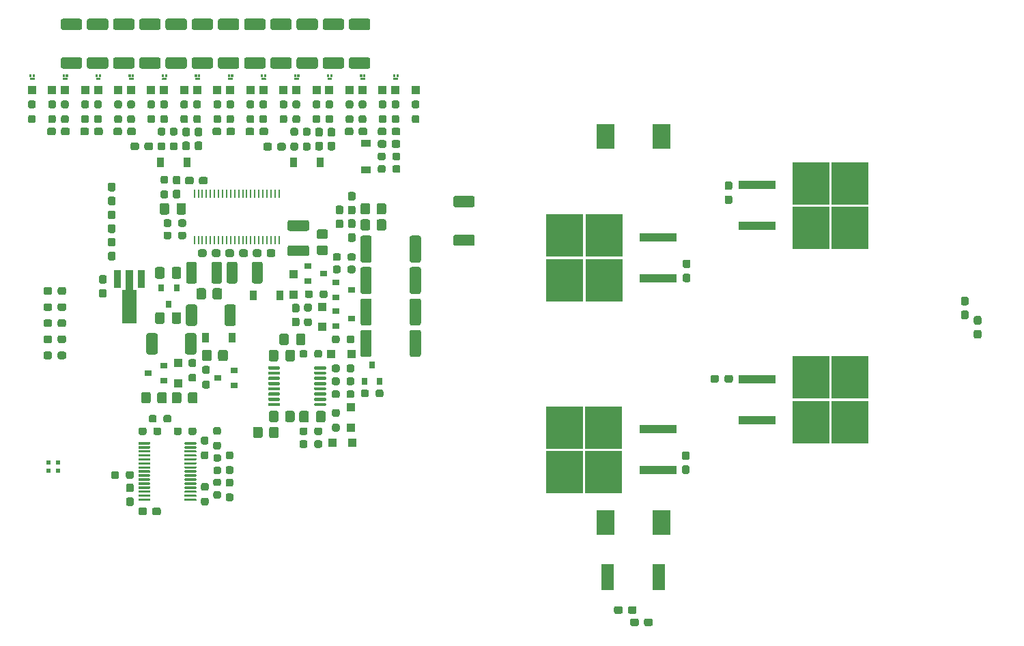
<source format=gbr>
%TF.GenerationSoftware,KiCad,Pcbnew,(5.1.7)-1*%
%TF.CreationDate,2021-03-06T18:12:56-08:00*%
%TF.ProjectId,eskate_bms,65736b61-7465-45f6-926d-732e6b696361,rev?*%
%TF.SameCoordinates,Original*%
%TF.FileFunction,Paste,Top*%
%TF.FilePolarity,Positive*%
%FSLAX46Y46*%
G04 Gerber Fmt 4.6, Leading zero omitted, Abs format (unit mm)*
G04 Created by KiCad (PCBNEW (5.1.7)-1) date 2021-03-06 18:12:56*
%MOMM*%
%LPD*%
G01*
G04 APERTURE LIST*
%ADD10C,0.010000*%
%ADD11R,1.000000X1.000000*%
%ADD12R,0.900000X0.800000*%
%ADD13R,4.550000X5.250000*%
%ADD14R,4.600000X1.100000*%
%ADD15R,2.180000X3.120000*%
%ADD16R,1.620000X3.300000*%
%ADD17R,1.200000X0.900000*%
%ADD18R,0.900000X1.200000*%
%ADD19R,0.800000X0.900000*%
%ADD20C,0.100000*%
%ADD21R,0.900000X2.300000*%
%ADD22R,0.285000X1.100000*%
%ADD23R,0.500000X0.600000*%
G04 APERTURE END LIST*
D10*
%TO.C,Q8*%
G36*
X162650000Y-27800000D02*
G01*
X162649931Y-27797383D01*
X162649726Y-27794774D01*
X162649384Y-27792178D01*
X162648907Y-27789604D01*
X162648296Y-27787059D01*
X162647553Y-27784549D01*
X162646679Y-27782082D01*
X162645677Y-27779663D01*
X162644550Y-27777300D01*
X162643301Y-27775000D01*
X162641934Y-27772768D01*
X162640451Y-27770611D01*
X162638857Y-27768534D01*
X162637157Y-27766543D01*
X162635355Y-27764645D01*
X162633457Y-27762843D01*
X162631466Y-27761143D01*
X162629389Y-27759549D01*
X162627232Y-27758066D01*
X162625000Y-27756699D01*
X162622700Y-27755450D01*
X162620337Y-27754323D01*
X162617918Y-27753321D01*
X162615451Y-27752447D01*
X162612941Y-27751704D01*
X162610396Y-27751093D01*
X162607822Y-27750616D01*
X162605226Y-27750274D01*
X162602617Y-27750069D01*
X162600000Y-27750000D01*
X162200000Y-27750000D01*
X162197383Y-27750069D01*
X162194774Y-27750274D01*
X162192178Y-27750616D01*
X162189604Y-27751093D01*
X162187059Y-27751704D01*
X162184549Y-27752447D01*
X162182082Y-27753321D01*
X162179663Y-27754323D01*
X162177300Y-27755450D01*
X162175000Y-27756699D01*
X162172768Y-27758066D01*
X162170611Y-27759549D01*
X162168534Y-27761143D01*
X162166543Y-27762843D01*
X162164645Y-27764645D01*
X162162843Y-27766543D01*
X162161143Y-27768534D01*
X162159549Y-27770611D01*
X162158066Y-27772768D01*
X162156699Y-27775000D01*
X162155450Y-27777300D01*
X162154323Y-27779663D01*
X162153321Y-27782082D01*
X162152447Y-27784549D01*
X162151704Y-27787059D01*
X162151093Y-27789604D01*
X162150616Y-27792178D01*
X162150274Y-27794774D01*
X162150069Y-27797383D01*
X162150000Y-27800000D01*
X162150000Y-27850000D01*
X162150069Y-27852617D01*
X162150274Y-27855226D01*
X162150616Y-27857822D01*
X162151093Y-27860396D01*
X162151704Y-27862941D01*
X162152447Y-27865451D01*
X162153321Y-27867918D01*
X162154323Y-27870337D01*
X162155450Y-27872700D01*
X162156699Y-27875000D01*
X162158066Y-27877232D01*
X162159549Y-27879389D01*
X162161143Y-27881466D01*
X162162843Y-27883457D01*
X162164645Y-27885355D01*
X162166543Y-27887157D01*
X162168534Y-27888857D01*
X162170611Y-27890451D01*
X162172768Y-27891934D01*
X162175000Y-27893301D01*
X162177300Y-27894550D01*
X162179663Y-27895677D01*
X162182082Y-27896679D01*
X162184549Y-27897553D01*
X162187059Y-27898296D01*
X162189604Y-27898907D01*
X162192178Y-27899384D01*
X162194774Y-27899726D01*
X162197383Y-27899931D01*
X162200000Y-27900000D01*
X162600000Y-27900000D01*
X162602617Y-27899931D01*
X162605226Y-27899726D01*
X162607822Y-27899384D01*
X162610396Y-27898907D01*
X162612941Y-27898296D01*
X162615451Y-27897553D01*
X162617918Y-27896679D01*
X162620337Y-27895677D01*
X162622700Y-27894550D01*
X162625000Y-27893301D01*
X162627232Y-27891934D01*
X162629389Y-27890451D01*
X162631466Y-27888857D01*
X162633457Y-27887157D01*
X162635355Y-27885355D01*
X162637157Y-27883457D01*
X162638857Y-27881466D01*
X162640451Y-27879389D01*
X162641934Y-27877232D01*
X162643301Y-27875000D01*
X162644550Y-27872700D01*
X162645677Y-27870337D01*
X162646679Y-27867918D01*
X162647553Y-27865451D01*
X162648296Y-27862941D01*
X162648907Y-27860396D01*
X162649384Y-27857822D01*
X162649726Y-27855226D01*
X162649931Y-27852617D01*
X162650000Y-27850000D01*
X162650000Y-27800000D01*
G37*
X162650000Y-27800000D02*
X162649931Y-27797383D01*
X162649726Y-27794774D01*
X162649384Y-27792178D01*
X162648907Y-27789604D01*
X162648296Y-27787059D01*
X162647553Y-27784549D01*
X162646679Y-27782082D01*
X162645677Y-27779663D01*
X162644550Y-27777300D01*
X162643301Y-27775000D01*
X162641934Y-27772768D01*
X162640451Y-27770611D01*
X162638857Y-27768534D01*
X162637157Y-27766543D01*
X162635355Y-27764645D01*
X162633457Y-27762843D01*
X162631466Y-27761143D01*
X162629389Y-27759549D01*
X162627232Y-27758066D01*
X162625000Y-27756699D01*
X162622700Y-27755450D01*
X162620337Y-27754323D01*
X162617918Y-27753321D01*
X162615451Y-27752447D01*
X162612941Y-27751704D01*
X162610396Y-27751093D01*
X162607822Y-27750616D01*
X162605226Y-27750274D01*
X162602617Y-27750069D01*
X162600000Y-27750000D01*
X162200000Y-27750000D01*
X162197383Y-27750069D01*
X162194774Y-27750274D01*
X162192178Y-27750616D01*
X162189604Y-27751093D01*
X162187059Y-27751704D01*
X162184549Y-27752447D01*
X162182082Y-27753321D01*
X162179663Y-27754323D01*
X162177300Y-27755450D01*
X162175000Y-27756699D01*
X162172768Y-27758066D01*
X162170611Y-27759549D01*
X162168534Y-27761143D01*
X162166543Y-27762843D01*
X162164645Y-27764645D01*
X162162843Y-27766543D01*
X162161143Y-27768534D01*
X162159549Y-27770611D01*
X162158066Y-27772768D01*
X162156699Y-27775000D01*
X162155450Y-27777300D01*
X162154323Y-27779663D01*
X162153321Y-27782082D01*
X162152447Y-27784549D01*
X162151704Y-27787059D01*
X162151093Y-27789604D01*
X162150616Y-27792178D01*
X162150274Y-27794774D01*
X162150069Y-27797383D01*
X162150000Y-27800000D01*
X162150000Y-27850000D01*
X162150069Y-27852617D01*
X162150274Y-27855226D01*
X162150616Y-27857822D01*
X162151093Y-27860396D01*
X162151704Y-27862941D01*
X162152447Y-27865451D01*
X162153321Y-27867918D01*
X162154323Y-27870337D01*
X162155450Y-27872700D01*
X162156699Y-27875000D01*
X162158066Y-27877232D01*
X162159549Y-27879389D01*
X162161143Y-27881466D01*
X162162843Y-27883457D01*
X162164645Y-27885355D01*
X162166543Y-27887157D01*
X162168534Y-27888857D01*
X162170611Y-27890451D01*
X162172768Y-27891934D01*
X162175000Y-27893301D01*
X162177300Y-27894550D01*
X162179663Y-27895677D01*
X162182082Y-27896679D01*
X162184549Y-27897553D01*
X162187059Y-27898296D01*
X162189604Y-27898907D01*
X162192178Y-27899384D01*
X162194774Y-27899726D01*
X162197383Y-27899931D01*
X162200000Y-27900000D01*
X162600000Y-27900000D01*
X162602617Y-27899931D01*
X162605226Y-27899726D01*
X162607822Y-27899384D01*
X162610396Y-27898907D01*
X162612941Y-27898296D01*
X162615451Y-27897553D01*
X162617918Y-27896679D01*
X162620337Y-27895677D01*
X162622700Y-27894550D01*
X162625000Y-27893301D01*
X162627232Y-27891934D01*
X162629389Y-27890451D01*
X162631466Y-27888857D01*
X162633457Y-27887157D01*
X162635355Y-27885355D01*
X162637157Y-27883457D01*
X162638857Y-27881466D01*
X162640451Y-27879389D01*
X162641934Y-27877232D01*
X162643301Y-27875000D01*
X162644550Y-27872700D01*
X162645677Y-27870337D01*
X162646679Y-27867918D01*
X162647553Y-27865451D01*
X162648296Y-27862941D01*
X162648907Y-27860396D01*
X162649384Y-27857822D01*
X162649726Y-27855226D01*
X162649931Y-27852617D01*
X162650000Y-27850000D01*
X162650000Y-27800000D01*
G36*
X162250000Y-27550000D02*
G01*
X162252617Y-27549931D01*
X162255226Y-27549726D01*
X162257822Y-27549384D01*
X162260396Y-27548907D01*
X162262941Y-27548296D01*
X162265451Y-27547553D01*
X162267918Y-27546679D01*
X162270337Y-27545677D01*
X162272700Y-27544550D01*
X162275000Y-27543301D01*
X162277232Y-27541934D01*
X162279389Y-27540451D01*
X162281466Y-27538857D01*
X162283457Y-27537157D01*
X162285355Y-27535355D01*
X162287157Y-27533457D01*
X162288857Y-27531466D01*
X162290451Y-27529389D01*
X162291934Y-27527232D01*
X162293301Y-27525000D01*
X162294550Y-27522700D01*
X162295677Y-27520337D01*
X162296679Y-27517918D01*
X162297553Y-27515451D01*
X162298296Y-27512941D01*
X162298907Y-27510396D01*
X162299384Y-27507822D01*
X162299726Y-27505226D01*
X162299931Y-27502617D01*
X162300000Y-27500000D01*
X162300000Y-27350000D01*
X162299931Y-27347383D01*
X162299726Y-27344774D01*
X162299384Y-27342178D01*
X162298907Y-27339604D01*
X162298296Y-27337059D01*
X162297553Y-27334549D01*
X162296679Y-27332082D01*
X162295677Y-27329663D01*
X162294550Y-27327300D01*
X162293301Y-27325000D01*
X162291934Y-27322768D01*
X162290451Y-27320611D01*
X162288857Y-27318534D01*
X162287157Y-27316543D01*
X162285355Y-27314645D01*
X162283457Y-27312843D01*
X162281466Y-27311143D01*
X162279389Y-27309549D01*
X162277232Y-27308066D01*
X162275000Y-27306699D01*
X162272700Y-27305450D01*
X162270337Y-27304323D01*
X162267918Y-27303321D01*
X162265451Y-27302447D01*
X162262941Y-27301704D01*
X162260396Y-27301093D01*
X162257822Y-27300616D01*
X162255226Y-27300274D01*
X162252617Y-27300069D01*
X162250000Y-27300000D01*
X162150000Y-27300000D01*
X162147383Y-27300069D01*
X162144774Y-27300274D01*
X162142178Y-27300616D01*
X162139604Y-27301093D01*
X162137059Y-27301704D01*
X162134549Y-27302447D01*
X162132082Y-27303321D01*
X162129663Y-27304323D01*
X162127300Y-27305450D01*
X162125000Y-27306699D01*
X162122768Y-27308066D01*
X162120611Y-27309549D01*
X162118534Y-27311143D01*
X162116543Y-27312843D01*
X162114645Y-27314645D01*
X162112843Y-27316543D01*
X162111143Y-27318534D01*
X162109549Y-27320611D01*
X162108066Y-27322768D01*
X162106699Y-27325000D01*
X162105450Y-27327300D01*
X162104323Y-27329663D01*
X162103321Y-27332082D01*
X162102447Y-27334549D01*
X162101704Y-27337059D01*
X162101093Y-27339604D01*
X162100616Y-27342178D01*
X162100274Y-27344774D01*
X162100069Y-27347383D01*
X162100000Y-27350000D01*
X162100000Y-27500000D01*
X162100069Y-27502617D01*
X162100274Y-27505226D01*
X162100616Y-27507822D01*
X162101093Y-27510396D01*
X162101704Y-27512941D01*
X162102447Y-27515451D01*
X162103321Y-27517918D01*
X162104323Y-27520337D01*
X162105450Y-27522700D01*
X162106699Y-27525000D01*
X162108066Y-27527232D01*
X162109549Y-27529389D01*
X162111143Y-27531466D01*
X162112843Y-27533457D01*
X162114645Y-27535355D01*
X162116543Y-27537157D01*
X162118534Y-27538857D01*
X162120611Y-27540451D01*
X162122768Y-27541934D01*
X162125000Y-27543301D01*
X162127300Y-27544550D01*
X162129663Y-27545677D01*
X162132082Y-27546679D01*
X162134549Y-27547553D01*
X162137059Y-27548296D01*
X162139604Y-27548907D01*
X162142178Y-27549384D01*
X162144774Y-27549726D01*
X162147383Y-27549931D01*
X162150000Y-27550000D01*
X162250000Y-27550000D01*
G37*
X162250000Y-27550000D02*
X162252617Y-27549931D01*
X162255226Y-27549726D01*
X162257822Y-27549384D01*
X162260396Y-27548907D01*
X162262941Y-27548296D01*
X162265451Y-27547553D01*
X162267918Y-27546679D01*
X162270337Y-27545677D01*
X162272700Y-27544550D01*
X162275000Y-27543301D01*
X162277232Y-27541934D01*
X162279389Y-27540451D01*
X162281466Y-27538857D01*
X162283457Y-27537157D01*
X162285355Y-27535355D01*
X162287157Y-27533457D01*
X162288857Y-27531466D01*
X162290451Y-27529389D01*
X162291934Y-27527232D01*
X162293301Y-27525000D01*
X162294550Y-27522700D01*
X162295677Y-27520337D01*
X162296679Y-27517918D01*
X162297553Y-27515451D01*
X162298296Y-27512941D01*
X162298907Y-27510396D01*
X162299384Y-27507822D01*
X162299726Y-27505226D01*
X162299931Y-27502617D01*
X162300000Y-27500000D01*
X162300000Y-27350000D01*
X162299931Y-27347383D01*
X162299726Y-27344774D01*
X162299384Y-27342178D01*
X162298907Y-27339604D01*
X162298296Y-27337059D01*
X162297553Y-27334549D01*
X162296679Y-27332082D01*
X162295677Y-27329663D01*
X162294550Y-27327300D01*
X162293301Y-27325000D01*
X162291934Y-27322768D01*
X162290451Y-27320611D01*
X162288857Y-27318534D01*
X162287157Y-27316543D01*
X162285355Y-27314645D01*
X162283457Y-27312843D01*
X162281466Y-27311143D01*
X162279389Y-27309549D01*
X162277232Y-27308066D01*
X162275000Y-27306699D01*
X162272700Y-27305450D01*
X162270337Y-27304323D01*
X162267918Y-27303321D01*
X162265451Y-27302447D01*
X162262941Y-27301704D01*
X162260396Y-27301093D01*
X162257822Y-27300616D01*
X162255226Y-27300274D01*
X162252617Y-27300069D01*
X162250000Y-27300000D01*
X162150000Y-27300000D01*
X162147383Y-27300069D01*
X162144774Y-27300274D01*
X162142178Y-27300616D01*
X162139604Y-27301093D01*
X162137059Y-27301704D01*
X162134549Y-27302447D01*
X162132082Y-27303321D01*
X162129663Y-27304323D01*
X162127300Y-27305450D01*
X162125000Y-27306699D01*
X162122768Y-27308066D01*
X162120611Y-27309549D01*
X162118534Y-27311143D01*
X162116543Y-27312843D01*
X162114645Y-27314645D01*
X162112843Y-27316543D01*
X162111143Y-27318534D01*
X162109549Y-27320611D01*
X162108066Y-27322768D01*
X162106699Y-27325000D01*
X162105450Y-27327300D01*
X162104323Y-27329663D01*
X162103321Y-27332082D01*
X162102447Y-27334549D01*
X162101704Y-27337059D01*
X162101093Y-27339604D01*
X162100616Y-27342178D01*
X162100274Y-27344774D01*
X162100069Y-27347383D01*
X162100000Y-27350000D01*
X162100000Y-27500000D01*
X162100069Y-27502617D01*
X162100274Y-27505226D01*
X162100616Y-27507822D01*
X162101093Y-27510396D01*
X162101704Y-27512941D01*
X162102447Y-27515451D01*
X162103321Y-27517918D01*
X162104323Y-27520337D01*
X162105450Y-27522700D01*
X162106699Y-27525000D01*
X162108066Y-27527232D01*
X162109549Y-27529389D01*
X162111143Y-27531466D01*
X162112843Y-27533457D01*
X162114645Y-27535355D01*
X162116543Y-27537157D01*
X162118534Y-27538857D01*
X162120611Y-27540451D01*
X162122768Y-27541934D01*
X162125000Y-27543301D01*
X162127300Y-27544550D01*
X162129663Y-27545677D01*
X162132082Y-27546679D01*
X162134549Y-27547553D01*
X162137059Y-27548296D01*
X162139604Y-27548907D01*
X162142178Y-27549384D01*
X162144774Y-27549726D01*
X162147383Y-27549931D01*
X162150000Y-27550000D01*
X162250000Y-27550000D01*
G36*
X162550000Y-27300000D02*
G01*
X162547383Y-27300069D01*
X162544774Y-27300274D01*
X162542178Y-27300616D01*
X162539604Y-27301093D01*
X162537059Y-27301704D01*
X162534549Y-27302447D01*
X162532082Y-27303321D01*
X162529663Y-27304323D01*
X162527300Y-27305450D01*
X162525000Y-27306699D01*
X162522768Y-27308066D01*
X162520611Y-27309549D01*
X162518534Y-27311143D01*
X162516543Y-27312843D01*
X162514645Y-27314645D01*
X162512843Y-27316543D01*
X162511143Y-27318534D01*
X162509549Y-27320611D01*
X162508066Y-27322768D01*
X162506699Y-27325000D01*
X162505450Y-27327300D01*
X162504323Y-27329663D01*
X162503321Y-27332082D01*
X162502447Y-27334549D01*
X162501704Y-27337059D01*
X162501093Y-27339604D01*
X162500616Y-27342178D01*
X162500274Y-27344774D01*
X162500069Y-27347383D01*
X162500000Y-27350000D01*
X162500000Y-27500000D01*
X162500069Y-27502617D01*
X162500274Y-27505226D01*
X162500616Y-27507822D01*
X162501093Y-27510396D01*
X162501704Y-27512941D01*
X162502447Y-27515451D01*
X162503321Y-27517918D01*
X162504323Y-27520337D01*
X162505450Y-27522700D01*
X162506699Y-27525000D01*
X162508066Y-27527232D01*
X162509549Y-27529389D01*
X162511143Y-27531466D01*
X162512843Y-27533457D01*
X162514645Y-27535355D01*
X162516543Y-27537157D01*
X162518534Y-27538857D01*
X162520611Y-27540451D01*
X162522768Y-27541934D01*
X162525000Y-27543301D01*
X162527300Y-27544550D01*
X162529663Y-27545677D01*
X162532082Y-27546679D01*
X162534549Y-27547553D01*
X162537059Y-27548296D01*
X162539604Y-27548907D01*
X162542178Y-27549384D01*
X162544774Y-27549726D01*
X162547383Y-27549931D01*
X162550000Y-27550000D01*
X162650000Y-27550000D01*
X162652617Y-27549931D01*
X162655226Y-27549726D01*
X162657822Y-27549384D01*
X162660396Y-27548907D01*
X162662941Y-27548296D01*
X162665451Y-27547553D01*
X162667918Y-27546679D01*
X162670337Y-27545677D01*
X162672700Y-27544550D01*
X162675000Y-27543301D01*
X162677232Y-27541934D01*
X162679389Y-27540451D01*
X162681466Y-27538857D01*
X162683457Y-27537157D01*
X162685355Y-27535355D01*
X162687157Y-27533457D01*
X162688857Y-27531466D01*
X162690451Y-27529389D01*
X162691934Y-27527232D01*
X162693301Y-27525000D01*
X162694550Y-27522700D01*
X162695677Y-27520337D01*
X162696679Y-27517918D01*
X162697553Y-27515451D01*
X162698296Y-27512941D01*
X162698907Y-27510396D01*
X162699384Y-27507822D01*
X162699726Y-27505226D01*
X162699931Y-27502617D01*
X162700000Y-27500000D01*
X162700000Y-27350000D01*
X162699931Y-27347383D01*
X162699726Y-27344774D01*
X162699384Y-27342178D01*
X162698907Y-27339604D01*
X162698296Y-27337059D01*
X162697553Y-27334549D01*
X162696679Y-27332082D01*
X162695677Y-27329663D01*
X162694550Y-27327300D01*
X162693301Y-27325000D01*
X162691934Y-27322768D01*
X162690451Y-27320611D01*
X162688857Y-27318534D01*
X162687157Y-27316543D01*
X162685355Y-27314645D01*
X162683457Y-27312843D01*
X162681466Y-27311143D01*
X162679389Y-27309549D01*
X162677232Y-27308066D01*
X162675000Y-27306699D01*
X162672700Y-27305450D01*
X162670337Y-27304323D01*
X162667918Y-27303321D01*
X162665451Y-27302447D01*
X162662941Y-27301704D01*
X162660396Y-27301093D01*
X162657822Y-27300616D01*
X162655226Y-27300274D01*
X162652617Y-27300069D01*
X162650000Y-27300000D01*
X162550000Y-27300000D01*
G37*
X162550000Y-27300000D02*
X162547383Y-27300069D01*
X162544774Y-27300274D01*
X162542178Y-27300616D01*
X162539604Y-27301093D01*
X162537059Y-27301704D01*
X162534549Y-27302447D01*
X162532082Y-27303321D01*
X162529663Y-27304323D01*
X162527300Y-27305450D01*
X162525000Y-27306699D01*
X162522768Y-27308066D01*
X162520611Y-27309549D01*
X162518534Y-27311143D01*
X162516543Y-27312843D01*
X162514645Y-27314645D01*
X162512843Y-27316543D01*
X162511143Y-27318534D01*
X162509549Y-27320611D01*
X162508066Y-27322768D01*
X162506699Y-27325000D01*
X162505450Y-27327300D01*
X162504323Y-27329663D01*
X162503321Y-27332082D01*
X162502447Y-27334549D01*
X162501704Y-27337059D01*
X162501093Y-27339604D01*
X162500616Y-27342178D01*
X162500274Y-27344774D01*
X162500069Y-27347383D01*
X162500000Y-27350000D01*
X162500000Y-27500000D01*
X162500069Y-27502617D01*
X162500274Y-27505226D01*
X162500616Y-27507822D01*
X162501093Y-27510396D01*
X162501704Y-27512941D01*
X162502447Y-27515451D01*
X162503321Y-27517918D01*
X162504323Y-27520337D01*
X162505450Y-27522700D01*
X162506699Y-27525000D01*
X162508066Y-27527232D01*
X162509549Y-27529389D01*
X162511143Y-27531466D01*
X162512843Y-27533457D01*
X162514645Y-27535355D01*
X162516543Y-27537157D01*
X162518534Y-27538857D01*
X162520611Y-27540451D01*
X162522768Y-27541934D01*
X162525000Y-27543301D01*
X162527300Y-27544550D01*
X162529663Y-27545677D01*
X162532082Y-27546679D01*
X162534549Y-27547553D01*
X162537059Y-27548296D01*
X162539604Y-27548907D01*
X162542178Y-27549384D01*
X162544774Y-27549726D01*
X162547383Y-27549931D01*
X162550000Y-27550000D01*
X162650000Y-27550000D01*
X162652617Y-27549931D01*
X162655226Y-27549726D01*
X162657822Y-27549384D01*
X162660396Y-27548907D01*
X162662941Y-27548296D01*
X162665451Y-27547553D01*
X162667918Y-27546679D01*
X162670337Y-27545677D01*
X162672700Y-27544550D01*
X162675000Y-27543301D01*
X162677232Y-27541934D01*
X162679389Y-27540451D01*
X162681466Y-27538857D01*
X162683457Y-27537157D01*
X162685355Y-27535355D01*
X162687157Y-27533457D01*
X162688857Y-27531466D01*
X162690451Y-27529389D01*
X162691934Y-27527232D01*
X162693301Y-27525000D01*
X162694550Y-27522700D01*
X162695677Y-27520337D01*
X162696679Y-27517918D01*
X162697553Y-27515451D01*
X162698296Y-27512941D01*
X162698907Y-27510396D01*
X162699384Y-27507822D01*
X162699726Y-27505226D01*
X162699931Y-27502617D01*
X162700000Y-27500000D01*
X162700000Y-27350000D01*
X162699931Y-27347383D01*
X162699726Y-27344774D01*
X162699384Y-27342178D01*
X162698907Y-27339604D01*
X162698296Y-27337059D01*
X162697553Y-27334549D01*
X162696679Y-27332082D01*
X162695677Y-27329663D01*
X162694550Y-27327300D01*
X162693301Y-27325000D01*
X162691934Y-27322768D01*
X162690451Y-27320611D01*
X162688857Y-27318534D01*
X162687157Y-27316543D01*
X162685355Y-27314645D01*
X162683457Y-27312843D01*
X162681466Y-27311143D01*
X162679389Y-27309549D01*
X162677232Y-27308066D01*
X162675000Y-27306699D01*
X162672700Y-27305450D01*
X162670337Y-27304323D01*
X162667918Y-27303321D01*
X162665451Y-27302447D01*
X162662941Y-27301704D01*
X162660396Y-27301093D01*
X162657822Y-27300616D01*
X162655226Y-27300274D01*
X162652617Y-27300069D01*
X162650000Y-27300000D01*
X162550000Y-27300000D01*
%TO.C,Q6*%
G36*
X166750000Y-27800000D02*
G01*
X166749931Y-27797383D01*
X166749726Y-27794774D01*
X166749384Y-27792178D01*
X166748907Y-27789604D01*
X166748296Y-27787059D01*
X166747553Y-27784549D01*
X166746679Y-27782082D01*
X166745677Y-27779663D01*
X166744550Y-27777300D01*
X166743301Y-27775000D01*
X166741934Y-27772768D01*
X166740451Y-27770611D01*
X166738857Y-27768534D01*
X166737157Y-27766543D01*
X166735355Y-27764645D01*
X166733457Y-27762843D01*
X166731466Y-27761143D01*
X166729389Y-27759549D01*
X166727232Y-27758066D01*
X166725000Y-27756699D01*
X166722700Y-27755450D01*
X166720337Y-27754323D01*
X166717918Y-27753321D01*
X166715451Y-27752447D01*
X166712941Y-27751704D01*
X166710396Y-27751093D01*
X166707822Y-27750616D01*
X166705226Y-27750274D01*
X166702617Y-27750069D01*
X166700000Y-27750000D01*
X166300000Y-27750000D01*
X166297383Y-27750069D01*
X166294774Y-27750274D01*
X166292178Y-27750616D01*
X166289604Y-27751093D01*
X166287059Y-27751704D01*
X166284549Y-27752447D01*
X166282082Y-27753321D01*
X166279663Y-27754323D01*
X166277300Y-27755450D01*
X166275000Y-27756699D01*
X166272768Y-27758066D01*
X166270611Y-27759549D01*
X166268534Y-27761143D01*
X166266543Y-27762843D01*
X166264645Y-27764645D01*
X166262843Y-27766543D01*
X166261143Y-27768534D01*
X166259549Y-27770611D01*
X166258066Y-27772768D01*
X166256699Y-27775000D01*
X166255450Y-27777300D01*
X166254323Y-27779663D01*
X166253321Y-27782082D01*
X166252447Y-27784549D01*
X166251704Y-27787059D01*
X166251093Y-27789604D01*
X166250616Y-27792178D01*
X166250274Y-27794774D01*
X166250069Y-27797383D01*
X166250000Y-27800000D01*
X166250000Y-27850000D01*
X166250069Y-27852617D01*
X166250274Y-27855226D01*
X166250616Y-27857822D01*
X166251093Y-27860396D01*
X166251704Y-27862941D01*
X166252447Y-27865451D01*
X166253321Y-27867918D01*
X166254323Y-27870337D01*
X166255450Y-27872700D01*
X166256699Y-27875000D01*
X166258066Y-27877232D01*
X166259549Y-27879389D01*
X166261143Y-27881466D01*
X166262843Y-27883457D01*
X166264645Y-27885355D01*
X166266543Y-27887157D01*
X166268534Y-27888857D01*
X166270611Y-27890451D01*
X166272768Y-27891934D01*
X166275000Y-27893301D01*
X166277300Y-27894550D01*
X166279663Y-27895677D01*
X166282082Y-27896679D01*
X166284549Y-27897553D01*
X166287059Y-27898296D01*
X166289604Y-27898907D01*
X166292178Y-27899384D01*
X166294774Y-27899726D01*
X166297383Y-27899931D01*
X166300000Y-27900000D01*
X166700000Y-27900000D01*
X166702617Y-27899931D01*
X166705226Y-27899726D01*
X166707822Y-27899384D01*
X166710396Y-27898907D01*
X166712941Y-27898296D01*
X166715451Y-27897553D01*
X166717918Y-27896679D01*
X166720337Y-27895677D01*
X166722700Y-27894550D01*
X166725000Y-27893301D01*
X166727232Y-27891934D01*
X166729389Y-27890451D01*
X166731466Y-27888857D01*
X166733457Y-27887157D01*
X166735355Y-27885355D01*
X166737157Y-27883457D01*
X166738857Y-27881466D01*
X166740451Y-27879389D01*
X166741934Y-27877232D01*
X166743301Y-27875000D01*
X166744550Y-27872700D01*
X166745677Y-27870337D01*
X166746679Y-27867918D01*
X166747553Y-27865451D01*
X166748296Y-27862941D01*
X166748907Y-27860396D01*
X166749384Y-27857822D01*
X166749726Y-27855226D01*
X166749931Y-27852617D01*
X166750000Y-27850000D01*
X166750000Y-27800000D01*
G37*
X166750000Y-27800000D02*
X166749931Y-27797383D01*
X166749726Y-27794774D01*
X166749384Y-27792178D01*
X166748907Y-27789604D01*
X166748296Y-27787059D01*
X166747553Y-27784549D01*
X166746679Y-27782082D01*
X166745677Y-27779663D01*
X166744550Y-27777300D01*
X166743301Y-27775000D01*
X166741934Y-27772768D01*
X166740451Y-27770611D01*
X166738857Y-27768534D01*
X166737157Y-27766543D01*
X166735355Y-27764645D01*
X166733457Y-27762843D01*
X166731466Y-27761143D01*
X166729389Y-27759549D01*
X166727232Y-27758066D01*
X166725000Y-27756699D01*
X166722700Y-27755450D01*
X166720337Y-27754323D01*
X166717918Y-27753321D01*
X166715451Y-27752447D01*
X166712941Y-27751704D01*
X166710396Y-27751093D01*
X166707822Y-27750616D01*
X166705226Y-27750274D01*
X166702617Y-27750069D01*
X166700000Y-27750000D01*
X166300000Y-27750000D01*
X166297383Y-27750069D01*
X166294774Y-27750274D01*
X166292178Y-27750616D01*
X166289604Y-27751093D01*
X166287059Y-27751704D01*
X166284549Y-27752447D01*
X166282082Y-27753321D01*
X166279663Y-27754323D01*
X166277300Y-27755450D01*
X166275000Y-27756699D01*
X166272768Y-27758066D01*
X166270611Y-27759549D01*
X166268534Y-27761143D01*
X166266543Y-27762843D01*
X166264645Y-27764645D01*
X166262843Y-27766543D01*
X166261143Y-27768534D01*
X166259549Y-27770611D01*
X166258066Y-27772768D01*
X166256699Y-27775000D01*
X166255450Y-27777300D01*
X166254323Y-27779663D01*
X166253321Y-27782082D01*
X166252447Y-27784549D01*
X166251704Y-27787059D01*
X166251093Y-27789604D01*
X166250616Y-27792178D01*
X166250274Y-27794774D01*
X166250069Y-27797383D01*
X166250000Y-27800000D01*
X166250000Y-27850000D01*
X166250069Y-27852617D01*
X166250274Y-27855226D01*
X166250616Y-27857822D01*
X166251093Y-27860396D01*
X166251704Y-27862941D01*
X166252447Y-27865451D01*
X166253321Y-27867918D01*
X166254323Y-27870337D01*
X166255450Y-27872700D01*
X166256699Y-27875000D01*
X166258066Y-27877232D01*
X166259549Y-27879389D01*
X166261143Y-27881466D01*
X166262843Y-27883457D01*
X166264645Y-27885355D01*
X166266543Y-27887157D01*
X166268534Y-27888857D01*
X166270611Y-27890451D01*
X166272768Y-27891934D01*
X166275000Y-27893301D01*
X166277300Y-27894550D01*
X166279663Y-27895677D01*
X166282082Y-27896679D01*
X166284549Y-27897553D01*
X166287059Y-27898296D01*
X166289604Y-27898907D01*
X166292178Y-27899384D01*
X166294774Y-27899726D01*
X166297383Y-27899931D01*
X166300000Y-27900000D01*
X166700000Y-27900000D01*
X166702617Y-27899931D01*
X166705226Y-27899726D01*
X166707822Y-27899384D01*
X166710396Y-27898907D01*
X166712941Y-27898296D01*
X166715451Y-27897553D01*
X166717918Y-27896679D01*
X166720337Y-27895677D01*
X166722700Y-27894550D01*
X166725000Y-27893301D01*
X166727232Y-27891934D01*
X166729389Y-27890451D01*
X166731466Y-27888857D01*
X166733457Y-27887157D01*
X166735355Y-27885355D01*
X166737157Y-27883457D01*
X166738857Y-27881466D01*
X166740451Y-27879389D01*
X166741934Y-27877232D01*
X166743301Y-27875000D01*
X166744550Y-27872700D01*
X166745677Y-27870337D01*
X166746679Y-27867918D01*
X166747553Y-27865451D01*
X166748296Y-27862941D01*
X166748907Y-27860396D01*
X166749384Y-27857822D01*
X166749726Y-27855226D01*
X166749931Y-27852617D01*
X166750000Y-27850000D01*
X166750000Y-27800000D01*
G36*
X166350000Y-27550000D02*
G01*
X166352617Y-27549931D01*
X166355226Y-27549726D01*
X166357822Y-27549384D01*
X166360396Y-27548907D01*
X166362941Y-27548296D01*
X166365451Y-27547553D01*
X166367918Y-27546679D01*
X166370337Y-27545677D01*
X166372700Y-27544550D01*
X166375000Y-27543301D01*
X166377232Y-27541934D01*
X166379389Y-27540451D01*
X166381466Y-27538857D01*
X166383457Y-27537157D01*
X166385355Y-27535355D01*
X166387157Y-27533457D01*
X166388857Y-27531466D01*
X166390451Y-27529389D01*
X166391934Y-27527232D01*
X166393301Y-27525000D01*
X166394550Y-27522700D01*
X166395677Y-27520337D01*
X166396679Y-27517918D01*
X166397553Y-27515451D01*
X166398296Y-27512941D01*
X166398907Y-27510396D01*
X166399384Y-27507822D01*
X166399726Y-27505226D01*
X166399931Y-27502617D01*
X166400000Y-27500000D01*
X166400000Y-27350000D01*
X166399931Y-27347383D01*
X166399726Y-27344774D01*
X166399384Y-27342178D01*
X166398907Y-27339604D01*
X166398296Y-27337059D01*
X166397553Y-27334549D01*
X166396679Y-27332082D01*
X166395677Y-27329663D01*
X166394550Y-27327300D01*
X166393301Y-27325000D01*
X166391934Y-27322768D01*
X166390451Y-27320611D01*
X166388857Y-27318534D01*
X166387157Y-27316543D01*
X166385355Y-27314645D01*
X166383457Y-27312843D01*
X166381466Y-27311143D01*
X166379389Y-27309549D01*
X166377232Y-27308066D01*
X166375000Y-27306699D01*
X166372700Y-27305450D01*
X166370337Y-27304323D01*
X166367918Y-27303321D01*
X166365451Y-27302447D01*
X166362941Y-27301704D01*
X166360396Y-27301093D01*
X166357822Y-27300616D01*
X166355226Y-27300274D01*
X166352617Y-27300069D01*
X166350000Y-27300000D01*
X166250000Y-27300000D01*
X166247383Y-27300069D01*
X166244774Y-27300274D01*
X166242178Y-27300616D01*
X166239604Y-27301093D01*
X166237059Y-27301704D01*
X166234549Y-27302447D01*
X166232082Y-27303321D01*
X166229663Y-27304323D01*
X166227300Y-27305450D01*
X166225000Y-27306699D01*
X166222768Y-27308066D01*
X166220611Y-27309549D01*
X166218534Y-27311143D01*
X166216543Y-27312843D01*
X166214645Y-27314645D01*
X166212843Y-27316543D01*
X166211143Y-27318534D01*
X166209549Y-27320611D01*
X166208066Y-27322768D01*
X166206699Y-27325000D01*
X166205450Y-27327300D01*
X166204323Y-27329663D01*
X166203321Y-27332082D01*
X166202447Y-27334549D01*
X166201704Y-27337059D01*
X166201093Y-27339604D01*
X166200616Y-27342178D01*
X166200274Y-27344774D01*
X166200069Y-27347383D01*
X166200000Y-27350000D01*
X166200000Y-27500000D01*
X166200069Y-27502617D01*
X166200274Y-27505226D01*
X166200616Y-27507822D01*
X166201093Y-27510396D01*
X166201704Y-27512941D01*
X166202447Y-27515451D01*
X166203321Y-27517918D01*
X166204323Y-27520337D01*
X166205450Y-27522700D01*
X166206699Y-27525000D01*
X166208066Y-27527232D01*
X166209549Y-27529389D01*
X166211143Y-27531466D01*
X166212843Y-27533457D01*
X166214645Y-27535355D01*
X166216543Y-27537157D01*
X166218534Y-27538857D01*
X166220611Y-27540451D01*
X166222768Y-27541934D01*
X166225000Y-27543301D01*
X166227300Y-27544550D01*
X166229663Y-27545677D01*
X166232082Y-27546679D01*
X166234549Y-27547553D01*
X166237059Y-27548296D01*
X166239604Y-27548907D01*
X166242178Y-27549384D01*
X166244774Y-27549726D01*
X166247383Y-27549931D01*
X166250000Y-27550000D01*
X166350000Y-27550000D01*
G37*
X166350000Y-27550000D02*
X166352617Y-27549931D01*
X166355226Y-27549726D01*
X166357822Y-27549384D01*
X166360396Y-27548907D01*
X166362941Y-27548296D01*
X166365451Y-27547553D01*
X166367918Y-27546679D01*
X166370337Y-27545677D01*
X166372700Y-27544550D01*
X166375000Y-27543301D01*
X166377232Y-27541934D01*
X166379389Y-27540451D01*
X166381466Y-27538857D01*
X166383457Y-27537157D01*
X166385355Y-27535355D01*
X166387157Y-27533457D01*
X166388857Y-27531466D01*
X166390451Y-27529389D01*
X166391934Y-27527232D01*
X166393301Y-27525000D01*
X166394550Y-27522700D01*
X166395677Y-27520337D01*
X166396679Y-27517918D01*
X166397553Y-27515451D01*
X166398296Y-27512941D01*
X166398907Y-27510396D01*
X166399384Y-27507822D01*
X166399726Y-27505226D01*
X166399931Y-27502617D01*
X166400000Y-27500000D01*
X166400000Y-27350000D01*
X166399931Y-27347383D01*
X166399726Y-27344774D01*
X166399384Y-27342178D01*
X166398907Y-27339604D01*
X166398296Y-27337059D01*
X166397553Y-27334549D01*
X166396679Y-27332082D01*
X166395677Y-27329663D01*
X166394550Y-27327300D01*
X166393301Y-27325000D01*
X166391934Y-27322768D01*
X166390451Y-27320611D01*
X166388857Y-27318534D01*
X166387157Y-27316543D01*
X166385355Y-27314645D01*
X166383457Y-27312843D01*
X166381466Y-27311143D01*
X166379389Y-27309549D01*
X166377232Y-27308066D01*
X166375000Y-27306699D01*
X166372700Y-27305450D01*
X166370337Y-27304323D01*
X166367918Y-27303321D01*
X166365451Y-27302447D01*
X166362941Y-27301704D01*
X166360396Y-27301093D01*
X166357822Y-27300616D01*
X166355226Y-27300274D01*
X166352617Y-27300069D01*
X166350000Y-27300000D01*
X166250000Y-27300000D01*
X166247383Y-27300069D01*
X166244774Y-27300274D01*
X166242178Y-27300616D01*
X166239604Y-27301093D01*
X166237059Y-27301704D01*
X166234549Y-27302447D01*
X166232082Y-27303321D01*
X166229663Y-27304323D01*
X166227300Y-27305450D01*
X166225000Y-27306699D01*
X166222768Y-27308066D01*
X166220611Y-27309549D01*
X166218534Y-27311143D01*
X166216543Y-27312843D01*
X166214645Y-27314645D01*
X166212843Y-27316543D01*
X166211143Y-27318534D01*
X166209549Y-27320611D01*
X166208066Y-27322768D01*
X166206699Y-27325000D01*
X166205450Y-27327300D01*
X166204323Y-27329663D01*
X166203321Y-27332082D01*
X166202447Y-27334549D01*
X166201704Y-27337059D01*
X166201093Y-27339604D01*
X166200616Y-27342178D01*
X166200274Y-27344774D01*
X166200069Y-27347383D01*
X166200000Y-27350000D01*
X166200000Y-27500000D01*
X166200069Y-27502617D01*
X166200274Y-27505226D01*
X166200616Y-27507822D01*
X166201093Y-27510396D01*
X166201704Y-27512941D01*
X166202447Y-27515451D01*
X166203321Y-27517918D01*
X166204323Y-27520337D01*
X166205450Y-27522700D01*
X166206699Y-27525000D01*
X166208066Y-27527232D01*
X166209549Y-27529389D01*
X166211143Y-27531466D01*
X166212843Y-27533457D01*
X166214645Y-27535355D01*
X166216543Y-27537157D01*
X166218534Y-27538857D01*
X166220611Y-27540451D01*
X166222768Y-27541934D01*
X166225000Y-27543301D01*
X166227300Y-27544550D01*
X166229663Y-27545677D01*
X166232082Y-27546679D01*
X166234549Y-27547553D01*
X166237059Y-27548296D01*
X166239604Y-27548907D01*
X166242178Y-27549384D01*
X166244774Y-27549726D01*
X166247383Y-27549931D01*
X166250000Y-27550000D01*
X166350000Y-27550000D01*
G36*
X166650000Y-27300000D02*
G01*
X166647383Y-27300069D01*
X166644774Y-27300274D01*
X166642178Y-27300616D01*
X166639604Y-27301093D01*
X166637059Y-27301704D01*
X166634549Y-27302447D01*
X166632082Y-27303321D01*
X166629663Y-27304323D01*
X166627300Y-27305450D01*
X166625000Y-27306699D01*
X166622768Y-27308066D01*
X166620611Y-27309549D01*
X166618534Y-27311143D01*
X166616543Y-27312843D01*
X166614645Y-27314645D01*
X166612843Y-27316543D01*
X166611143Y-27318534D01*
X166609549Y-27320611D01*
X166608066Y-27322768D01*
X166606699Y-27325000D01*
X166605450Y-27327300D01*
X166604323Y-27329663D01*
X166603321Y-27332082D01*
X166602447Y-27334549D01*
X166601704Y-27337059D01*
X166601093Y-27339604D01*
X166600616Y-27342178D01*
X166600274Y-27344774D01*
X166600069Y-27347383D01*
X166600000Y-27350000D01*
X166600000Y-27500000D01*
X166600069Y-27502617D01*
X166600274Y-27505226D01*
X166600616Y-27507822D01*
X166601093Y-27510396D01*
X166601704Y-27512941D01*
X166602447Y-27515451D01*
X166603321Y-27517918D01*
X166604323Y-27520337D01*
X166605450Y-27522700D01*
X166606699Y-27525000D01*
X166608066Y-27527232D01*
X166609549Y-27529389D01*
X166611143Y-27531466D01*
X166612843Y-27533457D01*
X166614645Y-27535355D01*
X166616543Y-27537157D01*
X166618534Y-27538857D01*
X166620611Y-27540451D01*
X166622768Y-27541934D01*
X166625000Y-27543301D01*
X166627300Y-27544550D01*
X166629663Y-27545677D01*
X166632082Y-27546679D01*
X166634549Y-27547553D01*
X166637059Y-27548296D01*
X166639604Y-27548907D01*
X166642178Y-27549384D01*
X166644774Y-27549726D01*
X166647383Y-27549931D01*
X166650000Y-27550000D01*
X166750000Y-27550000D01*
X166752617Y-27549931D01*
X166755226Y-27549726D01*
X166757822Y-27549384D01*
X166760396Y-27548907D01*
X166762941Y-27548296D01*
X166765451Y-27547553D01*
X166767918Y-27546679D01*
X166770337Y-27545677D01*
X166772700Y-27544550D01*
X166775000Y-27543301D01*
X166777232Y-27541934D01*
X166779389Y-27540451D01*
X166781466Y-27538857D01*
X166783457Y-27537157D01*
X166785355Y-27535355D01*
X166787157Y-27533457D01*
X166788857Y-27531466D01*
X166790451Y-27529389D01*
X166791934Y-27527232D01*
X166793301Y-27525000D01*
X166794550Y-27522700D01*
X166795677Y-27520337D01*
X166796679Y-27517918D01*
X166797553Y-27515451D01*
X166798296Y-27512941D01*
X166798907Y-27510396D01*
X166799384Y-27507822D01*
X166799726Y-27505226D01*
X166799931Y-27502617D01*
X166800000Y-27500000D01*
X166800000Y-27350000D01*
X166799931Y-27347383D01*
X166799726Y-27344774D01*
X166799384Y-27342178D01*
X166798907Y-27339604D01*
X166798296Y-27337059D01*
X166797553Y-27334549D01*
X166796679Y-27332082D01*
X166795677Y-27329663D01*
X166794550Y-27327300D01*
X166793301Y-27325000D01*
X166791934Y-27322768D01*
X166790451Y-27320611D01*
X166788857Y-27318534D01*
X166787157Y-27316543D01*
X166785355Y-27314645D01*
X166783457Y-27312843D01*
X166781466Y-27311143D01*
X166779389Y-27309549D01*
X166777232Y-27308066D01*
X166775000Y-27306699D01*
X166772700Y-27305450D01*
X166770337Y-27304323D01*
X166767918Y-27303321D01*
X166765451Y-27302447D01*
X166762941Y-27301704D01*
X166760396Y-27301093D01*
X166757822Y-27300616D01*
X166755226Y-27300274D01*
X166752617Y-27300069D01*
X166750000Y-27300000D01*
X166650000Y-27300000D01*
G37*
X166650000Y-27300000D02*
X166647383Y-27300069D01*
X166644774Y-27300274D01*
X166642178Y-27300616D01*
X166639604Y-27301093D01*
X166637059Y-27301704D01*
X166634549Y-27302447D01*
X166632082Y-27303321D01*
X166629663Y-27304323D01*
X166627300Y-27305450D01*
X166625000Y-27306699D01*
X166622768Y-27308066D01*
X166620611Y-27309549D01*
X166618534Y-27311143D01*
X166616543Y-27312843D01*
X166614645Y-27314645D01*
X166612843Y-27316543D01*
X166611143Y-27318534D01*
X166609549Y-27320611D01*
X166608066Y-27322768D01*
X166606699Y-27325000D01*
X166605450Y-27327300D01*
X166604323Y-27329663D01*
X166603321Y-27332082D01*
X166602447Y-27334549D01*
X166601704Y-27337059D01*
X166601093Y-27339604D01*
X166600616Y-27342178D01*
X166600274Y-27344774D01*
X166600069Y-27347383D01*
X166600000Y-27350000D01*
X166600000Y-27500000D01*
X166600069Y-27502617D01*
X166600274Y-27505226D01*
X166600616Y-27507822D01*
X166601093Y-27510396D01*
X166601704Y-27512941D01*
X166602447Y-27515451D01*
X166603321Y-27517918D01*
X166604323Y-27520337D01*
X166605450Y-27522700D01*
X166606699Y-27525000D01*
X166608066Y-27527232D01*
X166609549Y-27529389D01*
X166611143Y-27531466D01*
X166612843Y-27533457D01*
X166614645Y-27535355D01*
X166616543Y-27537157D01*
X166618534Y-27538857D01*
X166620611Y-27540451D01*
X166622768Y-27541934D01*
X166625000Y-27543301D01*
X166627300Y-27544550D01*
X166629663Y-27545677D01*
X166632082Y-27546679D01*
X166634549Y-27547553D01*
X166637059Y-27548296D01*
X166639604Y-27548907D01*
X166642178Y-27549384D01*
X166644774Y-27549726D01*
X166647383Y-27549931D01*
X166650000Y-27550000D01*
X166750000Y-27550000D01*
X166752617Y-27549931D01*
X166755226Y-27549726D01*
X166757822Y-27549384D01*
X166760396Y-27548907D01*
X166762941Y-27548296D01*
X166765451Y-27547553D01*
X166767918Y-27546679D01*
X166770337Y-27545677D01*
X166772700Y-27544550D01*
X166775000Y-27543301D01*
X166777232Y-27541934D01*
X166779389Y-27540451D01*
X166781466Y-27538857D01*
X166783457Y-27537157D01*
X166785355Y-27535355D01*
X166787157Y-27533457D01*
X166788857Y-27531466D01*
X166790451Y-27529389D01*
X166791934Y-27527232D01*
X166793301Y-27525000D01*
X166794550Y-27522700D01*
X166795677Y-27520337D01*
X166796679Y-27517918D01*
X166797553Y-27515451D01*
X166798296Y-27512941D01*
X166798907Y-27510396D01*
X166799384Y-27507822D01*
X166799726Y-27505226D01*
X166799931Y-27502617D01*
X166800000Y-27500000D01*
X166800000Y-27350000D01*
X166799931Y-27347383D01*
X166799726Y-27344774D01*
X166799384Y-27342178D01*
X166798907Y-27339604D01*
X166798296Y-27337059D01*
X166797553Y-27334549D01*
X166796679Y-27332082D01*
X166795677Y-27329663D01*
X166794550Y-27327300D01*
X166793301Y-27325000D01*
X166791934Y-27322768D01*
X166790451Y-27320611D01*
X166788857Y-27318534D01*
X166787157Y-27316543D01*
X166785355Y-27314645D01*
X166783457Y-27312843D01*
X166781466Y-27311143D01*
X166779389Y-27309549D01*
X166777232Y-27308066D01*
X166775000Y-27306699D01*
X166772700Y-27305450D01*
X166770337Y-27304323D01*
X166767918Y-27303321D01*
X166765451Y-27302447D01*
X166762941Y-27301704D01*
X166760396Y-27301093D01*
X166757822Y-27300616D01*
X166755226Y-27300274D01*
X166752617Y-27300069D01*
X166750000Y-27300000D01*
X166650000Y-27300000D01*
%TO.C,Q9*%
G36*
X158550000Y-27800000D02*
G01*
X158549931Y-27797383D01*
X158549726Y-27794774D01*
X158549384Y-27792178D01*
X158548907Y-27789604D01*
X158548296Y-27787059D01*
X158547553Y-27784549D01*
X158546679Y-27782082D01*
X158545677Y-27779663D01*
X158544550Y-27777300D01*
X158543301Y-27775000D01*
X158541934Y-27772768D01*
X158540451Y-27770611D01*
X158538857Y-27768534D01*
X158537157Y-27766543D01*
X158535355Y-27764645D01*
X158533457Y-27762843D01*
X158531466Y-27761143D01*
X158529389Y-27759549D01*
X158527232Y-27758066D01*
X158525000Y-27756699D01*
X158522700Y-27755450D01*
X158520337Y-27754323D01*
X158517918Y-27753321D01*
X158515451Y-27752447D01*
X158512941Y-27751704D01*
X158510396Y-27751093D01*
X158507822Y-27750616D01*
X158505226Y-27750274D01*
X158502617Y-27750069D01*
X158500000Y-27750000D01*
X158100000Y-27750000D01*
X158097383Y-27750069D01*
X158094774Y-27750274D01*
X158092178Y-27750616D01*
X158089604Y-27751093D01*
X158087059Y-27751704D01*
X158084549Y-27752447D01*
X158082082Y-27753321D01*
X158079663Y-27754323D01*
X158077300Y-27755450D01*
X158075000Y-27756699D01*
X158072768Y-27758066D01*
X158070611Y-27759549D01*
X158068534Y-27761143D01*
X158066543Y-27762843D01*
X158064645Y-27764645D01*
X158062843Y-27766543D01*
X158061143Y-27768534D01*
X158059549Y-27770611D01*
X158058066Y-27772768D01*
X158056699Y-27775000D01*
X158055450Y-27777300D01*
X158054323Y-27779663D01*
X158053321Y-27782082D01*
X158052447Y-27784549D01*
X158051704Y-27787059D01*
X158051093Y-27789604D01*
X158050616Y-27792178D01*
X158050274Y-27794774D01*
X158050069Y-27797383D01*
X158050000Y-27800000D01*
X158050000Y-27850000D01*
X158050069Y-27852617D01*
X158050274Y-27855226D01*
X158050616Y-27857822D01*
X158051093Y-27860396D01*
X158051704Y-27862941D01*
X158052447Y-27865451D01*
X158053321Y-27867918D01*
X158054323Y-27870337D01*
X158055450Y-27872700D01*
X158056699Y-27875000D01*
X158058066Y-27877232D01*
X158059549Y-27879389D01*
X158061143Y-27881466D01*
X158062843Y-27883457D01*
X158064645Y-27885355D01*
X158066543Y-27887157D01*
X158068534Y-27888857D01*
X158070611Y-27890451D01*
X158072768Y-27891934D01*
X158075000Y-27893301D01*
X158077300Y-27894550D01*
X158079663Y-27895677D01*
X158082082Y-27896679D01*
X158084549Y-27897553D01*
X158087059Y-27898296D01*
X158089604Y-27898907D01*
X158092178Y-27899384D01*
X158094774Y-27899726D01*
X158097383Y-27899931D01*
X158100000Y-27900000D01*
X158500000Y-27900000D01*
X158502617Y-27899931D01*
X158505226Y-27899726D01*
X158507822Y-27899384D01*
X158510396Y-27898907D01*
X158512941Y-27898296D01*
X158515451Y-27897553D01*
X158517918Y-27896679D01*
X158520337Y-27895677D01*
X158522700Y-27894550D01*
X158525000Y-27893301D01*
X158527232Y-27891934D01*
X158529389Y-27890451D01*
X158531466Y-27888857D01*
X158533457Y-27887157D01*
X158535355Y-27885355D01*
X158537157Y-27883457D01*
X158538857Y-27881466D01*
X158540451Y-27879389D01*
X158541934Y-27877232D01*
X158543301Y-27875000D01*
X158544550Y-27872700D01*
X158545677Y-27870337D01*
X158546679Y-27867918D01*
X158547553Y-27865451D01*
X158548296Y-27862941D01*
X158548907Y-27860396D01*
X158549384Y-27857822D01*
X158549726Y-27855226D01*
X158549931Y-27852617D01*
X158550000Y-27850000D01*
X158550000Y-27800000D01*
G37*
X158550000Y-27800000D02*
X158549931Y-27797383D01*
X158549726Y-27794774D01*
X158549384Y-27792178D01*
X158548907Y-27789604D01*
X158548296Y-27787059D01*
X158547553Y-27784549D01*
X158546679Y-27782082D01*
X158545677Y-27779663D01*
X158544550Y-27777300D01*
X158543301Y-27775000D01*
X158541934Y-27772768D01*
X158540451Y-27770611D01*
X158538857Y-27768534D01*
X158537157Y-27766543D01*
X158535355Y-27764645D01*
X158533457Y-27762843D01*
X158531466Y-27761143D01*
X158529389Y-27759549D01*
X158527232Y-27758066D01*
X158525000Y-27756699D01*
X158522700Y-27755450D01*
X158520337Y-27754323D01*
X158517918Y-27753321D01*
X158515451Y-27752447D01*
X158512941Y-27751704D01*
X158510396Y-27751093D01*
X158507822Y-27750616D01*
X158505226Y-27750274D01*
X158502617Y-27750069D01*
X158500000Y-27750000D01*
X158100000Y-27750000D01*
X158097383Y-27750069D01*
X158094774Y-27750274D01*
X158092178Y-27750616D01*
X158089604Y-27751093D01*
X158087059Y-27751704D01*
X158084549Y-27752447D01*
X158082082Y-27753321D01*
X158079663Y-27754323D01*
X158077300Y-27755450D01*
X158075000Y-27756699D01*
X158072768Y-27758066D01*
X158070611Y-27759549D01*
X158068534Y-27761143D01*
X158066543Y-27762843D01*
X158064645Y-27764645D01*
X158062843Y-27766543D01*
X158061143Y-27768534D01*
X158059549Y-27770611D01*
X158058066Y-27772768D01*
X158056699Y-27775000D01*
X158055450Y-27777300D01*
X158054323Y-27779663D01*
X158053321Y-27782082D01*
X158052447Y-27784549D01*
X158051704Y-27787059D01*
X158051093Y-27789604D01*
X158050616Y-27792178D01*
X158050274Y-27794774D01*
X158050069Y-27797383D01*
X158050000Y-27800000D01*
X158050000Y-27850000D01*
X158050069Y-27852617D01*
X158050274Y-27855226D01*
X158050616Y-27857822D01*
X158051093Y-27860396D01*
X158051704Y-27862941D01*
X158052447Y-27865451D01*
X158053321Y-27867918D01*
X158054323Y-27870337D01*
X158055450Y-27872700D01*
X158056699Y-27875000D01*
X158058066Y-27877232D01*
X158059549Y-27879389D01*
X158061143Y-27881466D01*
X158062843Y-27883457D01*
X158064645Y-27885355D01*
X158066543Y-27887157D01*
X158068534Y-27888857D01*
X158070611Y-27890451D01*
X158072768Y-27891934D01*
X158075000Y-27893301D01*
X158077300Y-27894550D01*
X158079663Y-27895677D01*
X158082082Y-27896679D01*
X158084549Y-27897553D01*
X158087059Y-27898296D01*
X158089604Y-27898907D01*
X158092178Y-27899384D01*
X158094774Y-27899726D01*
X158097383Y-27899931D01*
X158100000Y-27900000D01*
X158500000Y-27900000D01*
X158502617Y-27899931D01*
X158505226Y-27899726D01*
X158507822Y-27899384D01*
X158510396Y-27898907D01*
X158512941Y-27898296D01*
X158515451Y-27897553D01*
X158517918Y-27896679D01*
X158520337Y-27895677D01*
X158522700Y-27894550D01*
X158525000Y-27893301D01*
X158527232Y-27891934D01*
X158529389Y-27890451D01*
X158531466Y-27888857D01*
X158533457Y-27887157D01*
X158535355Y-27885355D01*
X158537157Y-27883457D01*
X158538857Y-27881466D01*
X158540451Y-27879389D01*
X158541934Y-27877232D01*
X158543301Y-27875000D01*
X158544550Y-27872700D01*
X158545677Y-27870337D01*
X158546679Y-27867918D01*
X158547553Y-27865451D01*
X158548296Y-27862941D01*
X158548907Y-27860396D01*
X158549384Y-27857822D01*
X158549726Y-27855226D01*
X158549931Y-27852617D01*
X158550000Y-27850000D01*
X158550000Y-27800000D01*
G36*
X158150000Y-27550000D02*
G01*
X158152617Y-27549931D01*
X158155226Y-27549726D01*
X158157822Y-27549384D01*
X158160396Y-27548907D01*
X158162941Y-27548296D01*
X158165451Y-27547553D01*
X158167918Y-27546679D01*
X158170337Y-27545677D01*
X158172700Y-27544550D01*
X158175000Y-27543301D01*
X158177232Y-27541934D01*
X158179389Y-27540451D01*
X158181466Y-27538857D01*
X158183457Y-27537157D01*
X158185355Y-27535355D01*
X158187157Y-27533457D01*
X158188857Y-27531466D01*
X158190451Y-27529389D01*
X158191934Y-27527232D01*
X158193301Y-27525000D01*
X158194550Y-27522700D01*
X158195677Y-27520337D01*
X158196679Y-27517918D01*
X158197553Y-27515451D01*
X158198296Y-27512941D01*
X158198907Y-27510396D01*
X158199384Y-27507822D01*
X158199726Y-27505226D01*
X158199931Y-27502617D01*
X158200000Y-27500000D01*
X158200000Y-27350000D01*
X158199931Y-27347383D01*
X158199726Y-27344774D01*
X158199384Y-27342178D01*
X158198907Y-27339604D01*
X158198296Y-27337059D01*
X158197553Y-27334549D01*
X158196679Y-27332082D01*
X158195677Y-27329663D01*
X158194550Y-27327300D01*
X158193301Y-27325000D01*
X158191934Y-27322768D01*
X158190451Y-27320611D01*
X158188857Y-27318534D01*
X158187157Y-27316543D01*
X158185355Y-27314645D01*
X158183457Y-27312843D01*
X158181466Y-27311143D01*
X158179389Y-27309549D01*
X158177232Y-27308066D01*
X158175000Y-27306699D01*
X158172700Y-27305450D01*
X158170337Y-27304323D01*
X158167918Y-27303321D01*
X158165451Y-27302447D01*
X158162941Y-27301704D01*
X158160396Y-27301093D01*
X158157822Y-27300616D01*
X158155226Y-27300274D01*
X158152617Y-27300069D01*
X158150000Y-27300000D01*
X158050000Y-27300000D01*
X158047383Y-27300069D01*
X158044774Y-27300274D01*
X158042178Y-27300616D01*
X158039604Y-27301093D01*
X158037059Y-27301704D01*
X158034549Y-27302447D01*
X158032082Y-27303321D01*
X158029663Y-27304323D01*
X158027300Y-27305450D01*
X158025000Y-27306699D01*
X158022768Y-27308066D01*
X158020611Y-27309549D01*
X158018534Y-27311143D01*
X158016543Y-27312843D01*
X158014645Y-27314645D01*
X158012843Y-27316543D01*
X158011143Y-27318534D01*
X158009549Y-27320611D01*
X158008066Y-27322768D01*
X158006699Y-27325000D01*
X158005450Y-27327300D01*
X158004323Y-27329663D01*
X158003321Y-27332082D01*
X158002447Y-27334549D01*
X158001704Y-27337059D01*
X158001093Y-27339604D01*
X158000616Y-27342178D01*
X158000274Y-27344774D01*
X158000069Y-27347383D01*
X158000000Y-27350000D01*
X158000000Y-27500000D01*
X158000069Y-27502617D01*
X158000274Y-27505226D01*
X158000616Y-27507822D01*
X158001093Y-27510396D01*
X158001704Y-27512941D01*
X158002447Y-27515451D01*
X158003321Y-27517918D01*
X158004323Y-27520337D01*
X158005450Y-27522700D01*
X158006699Y-27525000D01*
X158008066Y-27527232D01*
X158009549Y-27529389D01*
X158011143Y-27531466D01*
X158012843Y-27533457D01*
X158014645Y-27535355D01*
X158016543Y-27537157D01*
X158018534Y-27538857D01*
X158020611Y-27540451D01*
X158022768Y-27541934D01*
X158025000Y-27543301D01*
X158027300Y-27544550D01*
X158029663Y-27545677D01*
X158032082Y-27546679D01*
X158034549Y-27547553D01*
X158037059Y-27548296D01*
X158039604Y-27548907D01*
X158042178Y-27549384D01*
X158044774Y-27549726D01*
X158047383Y-27549931D01*
X158050000Y-27550000D01*
X158150000Y-27550000D01*
G37*
X158150000Y-27550000D02*
X158152617Y-27549931D01*
X158155226Y-27549726D01*
X158157822Y-27549384D01*
X158160396Y-27548907D01*
X158162941Y-27548296D01*
X158165451Y-27547553D01*
X158167918Y-27546679D01*
X158170337Y-27545677D01*
X158172700Y-27544550D01*
X158175000Y-27543301D01*
X158177232Y-27541934D01*
X158179389Y-27540451D01*
X158181466Y-27538857D01*
X158183457Y-27537157D01*
X158185355Y-27535355D01*
X158187157Y-27533457D01*
X158188857Y-27531466D01*
X158190451Y-27529389D01*
X158191934Y-27527232D01*
X158193301Y-27525000D01*
X158194550Y-27522700D01*
X158195677Y-27520337D01*
X158196679Y-27517918D01*
X158197553Y-27515451D01*
X158198296Y-27512941D01*
X158198907Y-27510396D01*
X158199384Y-27507822D01*
X158199726Y-27505226D01*
X158199931Y-27502617D01*
X158200000Y-27500000D01*
X158200000Y-27350000D01*
X158199931Y-27347383D01*
X158199726Y-27344774D01*
X158199384Y-27342178D01*
X158198907Y-27339604D01*
X158198296Y-27337059D01*
X158197553Y-27334549D01*
X158196679Y-27332082D01*
X158195677Y-27329663D01*
X158194550Y-27327300D01*
X158193301Y-27325000D01*
X158191934Y-27322768D01*
X158190451Y-27320611D01*
X158188857Y-27318534D01*
X158187157Y-27316543D01*
X158185355Y-27314645D01*
X158183457Y-27312843D01*
X158181466Y-27311143D01*
X158179389Y-27309549D01*
X158177232Y-27308066D01*
X158175000Y-27306699D01*
X158172700Y-27305450D01*
X158170337Y-27304323D01*
X158167918Y-27303321D01*
X158165451Y-27302447D01*
X158162941Y-27301704D01*
X158160396Y-27301093D01*
X158157822Y-27300616D01*
X158155226Y-27300274D01*
X158152617Y-27300069D01*
X158150000Y-27300000D01*
X158050000Y-27300000D01*
X158047383Y-27300069D01*
X158044774Y-27300274D01*
X158042178Y-27300616D01*
X158039604Y-27301093D01*
X158037059Y-27301704D01*
X158034549Y-27302447D01*
X158032082Y-27303321D01*
X158029663Y-27304323D01*
X158027300Y-27305450D01*
X158025000Y-27306699D01*
X158022768Y-27308066D01*
X158020611Y-27309549D01*
X158018534Y-27311143D01*
X158016543Y-27312843D01*
X158014645Y-27314645D01*
X158012843Y-27316543D01*
X158011143Y-27318534D01*
X158009549Y-27320611D01*
X158008066Y-27322768D01*
X158006699Y-27325000D01*
X158005450Y-27327300D01*
X158004323Y-27329663D01*
X158003321Y-27332082D01*
X158002447Y-27334549D01*
X158001704Y-27337059D01*
X158001093Y-27339604D01*
X158000616Y-27342178D01*
X158000274Y-27344774D01*
X158000069Y-27347383D01*
X158000000Y-27350000D01*
X158000000Y-27500000D01*
X158000069Y-27502617D01*
X158000274Y-27505226D01*
X158000616Y-27507822D01*
X158001093Y-27510396D01*
X158001704Y-27512941D01*
X158002447Y-27515451D01*
X158003321Y-27517918D01*
X158004323Y-27520337D01*
X158005450Y-27522700D01*
X158006699Y-27525000D01*
X158008066Y-27527232D01*
X158009549Y-27529389D01*
X158011143Y-27531466D01*
X158012843Y-27533457D01*
X158014645Y-27535355D01*
X158016543Y-27537157D01*
X158018534Y-27538857D01*
X158020611Y-27540451D01*
X158022768Y-27541934D01*
X158025000Y-27543301D01*
X158027300Y-27544550D01*
X158029663Y-27545677D01*
X158032082Y-27546679D01*
X158034549Y-27547553D01*
X158037059Y-27548296D01*
X158039604Y-27548907D01*
X158042178Y-27549384D01*
X158044774Y-27549726D01*
X158047383Y-27549931D01*
X158050000Y-27550000D01*
X158150000Y-27550000D01*
G36*
X158450000Y-27300000D02*
G01*
X158447383Y-27300069D01*
X158444774Y-27300274D01*
X158442178Y-27300616D01*
X158439604Y-27301093D01*
X158437059Y-27301704D01*
X158434549Y-27302447D01*
X158432082Y-27303321D01*
X158429663Y-27304323D01*
X158427300Y-27305450D01*
X158425000Y-27306699D01*
X158422768Y-27308066D01*
X158420611Y-27309549D01*
X158418534Y-27311143D01*
X158416543Y-27312843D01*
X158414645Y-27314645D01*
X158412843Y-27316543D01*
X158411143Y-27318534D01*
X158409549Y-27320611D01*
X158408066Y-27322768D01*
X158406699Y-27325000D01*
X158405450Y-27327300D01*
X158404323Y-27329663D01*
X158403321Y-27332082D01*
X158402447Y-27334549D01*
X158401704Y-27337059D01*
X158401093Y-27339604D01*
X158400616Y-27342178D01*
X158400274Y-27344774D01*
X158400069Y-27347383D01*
X158400000Y-27350000D01*
X158400000Y-27500000D01*
X158400069Y-27502617D01*
X158400274Y-27505226D01*
X158400616Y-27507822D01*
X158401093Y-27510396D01*
X158401704Y-27512941D01*
X158402447Y-27515451D01*
X158403321Y-27517918D01*
X158404323Y-27520337D01*
X158405450Y-27522700D01*
X158406699Y-27525000D01*
X158408066Y-27527232D01*
X158409549Y-27529389D01*
X158411143Y-27531466D01*
X158412843Y-27533457D01*
X158414645Y-27535355D01*
X158416543Y-27537157D01*
X158418534Y-27538857D01*
X158420611Y-27540451D01*
X158422768Y-27541934D01*
X158425000Y-27543301D01*
X158427300Y-27544550D01*
X158429663Y-27545677D01*
X158432082Y-27546679D01*
X158434549Y-27547553D01*
X158437059Y-27548296D01*
X158439604Y-27548907D01*
X158442178Y-27549384D01*
X158444774Y-27549726D01*
X158447383Y-27549931D01*
X158450000Y-27550000D01*
X158550000Y-27550000D01*
X158552617Y-27549931D01*
X158555226Y-27549726D01*
X158557822Y-27549384D01*
X158560396Y-27548907D01*
X158562941Y-27548296D01*
X158565451Y-27547553D01*
X158567918Y-27546679D01*
X158570337Y-27545677D01*
X158572700Y-27544550D01*
X158575000Y-27543301D01*
X158577232Y-27541934D01*
X158579389Y-27540451D01*
X158581466Y-27538857D01*
X158583457Y-27537157D01*
X158585355Y-27535355D01*
X158587157Y-27533457D01*
X158588857Y-27531466D01*
X158590451Y-27529389D01*
X158591934Y-27527232D01*
X158593301Y-27525000D01*
X158594550Y-27522700D01*
X158595677Y-27520337D01*
X158596679Y-27517918D01*
X158597553Y-27515451D01*
X158598296Y-27512941D01*
X158598907Y-27510396D01*
X158599384Y-27507822D01*
X158599726Y-27505226D01*
X158599931Y-27502617D01*
X158600000Y-27500000D01*
X158600000Y-27350000D01*
X158599931Y-27347383D01*
X158599726Y-27344774D01*
X158599384Y-27342178D01*
X158598907Y-27339604D01*
X158598296Y-27337059D01*
X158597553Y-27334549D01*
X158596679Y-27332082D01*
X158595677Y-27329663D01*
X158594550Y-27327300D01*
X158593301Y-27325000D01*
X158591934Y-27322768D01*
X158590451Y-27320611D01*
X158588857Y-27318534D01*
X158587157Y-27316543D01*
X158585355Y-27314645D01*
X158583457Y-27312843D01*
X158581466Y-27311143D01*
X158579389Y-27309549D01*
X158577232Y-27308066D01*
X158575000Y-27306699D01*
X158572700Y-27305450D01*
X158570337Y-27304323D01*
X158567918Y-27303321D01*
X158565451Y-27302447D01*
X158562941Y-27301704D01*
X158560396Y-27301093D01*
X158557822Y-27300616D01*
X158555226Y-27300274D01*
X158552617Y-27300069D01*
X158550000Y-27300000D01*
X158450000Y-27300000D01*
G37*
X158450000Y-27300000D02*
X158447383Y-27300069D01*
X158444774Y-27300274D01*
X158442178Y-27300616D01*
X158439604Y-27301093D01*
X158437059Y-27301704D01*
X158434549Y-27302447D01*
X158432082Y-27303321D01*
X158429663Y-27304323D01*
X158427300Y-27305450D01*
X158425000Y-27306699D01*
X158422768Y-27308066D01*
X158420611Y-27309549D01*
X158418534Y-27311143D01*
X158416543Y-27312843D01*
X158414645Y-27314645D01*
X158412843Y-27316543D01*
X158411143Y-27318534D01*
X158409549Y-27320611D01*
X158408066Y-27322768D01*
X158406699Y-27325000D01*
X158405450Y-27327300D01*
X158404323Y-27329663D01*
X158403321Y-27332082D01*
X158402447Y-27334549D01*
X158401704Y-27337059D01*
X158401093Y-27339604D01*
X158400616Y-27342178D01*
X158400274Y-27344774D01*
X158400069Y-27347383D01*
X158400000Y-27350000D01*
X158400000Y-27500000D01*
X158400069Y-27502617D01*
X158400274Y-27505226D01*
X158400616Y-27507822D01*
X158401093Y-27510396D01*
X158401704Y-27512941D01*
X158402447Y-27515451D01*
X158403321Y-27517918D01*
X158404323Y-27520337D01*
X158405450Y-27522700D01*
X158406699Y-27525000D01*
X158408066Y-27527232D01*
X158409549Y-27529389D01*
X158411143Y-27531466D01*
X158412843Y-27533457D01*
X158414645Y-27535355D01*
X158416543Y-27537157D01*
X158418534Y-27538857D01*
X158420611Y-27540451D01*
X158422768Y-27541934D01*
X158425000Y-27543301D01*
X158427300Y-27544550D01*
X158429663Y-27545677D01*
X158432082Y-27546679D01*
X158434549Y-27547553D01*
X158437059Y-27548296D01*
X158439604Y-27548907D01*
X158442178Y-27549384D01*
X158444774Y-27549726D01*
X158447383Y-27549931D01*
X158450000Y-27550000D01*
X158550000Y-27550000D01*
X158552617Y-27549931D01*
X158555226Y-27549726D01*
X158557822Y-27549384D01*
X158560396Y-27548907D01*
X158562941Y-27548296D01*
X158565451Y-27547553D01*
X158567918Y-27546679D01*
X158570337Y-27545677D01*
X158572700Y-27544550D01*
X158575000Y-27543301D01*
X158577232Y-27541934D01*
X158579389Y-27540451D01*
X158581466Y-27538857D01*
X158583457Y-27537157D01*
X158585355Y-27535355D01*
X158587157Y-27533457D01*
X158588857Y-27531466D01*
X158590451Y-27529389D01*
X158591934Y-27527232D01*
X158593301Y-27525000D01*
X158594550Y-27522700D01*
X158595677Y-27520337D01*
X158596679Y-27517918D01*
X158597553Y-27515451D01*
X158598296Y-27512941D01*
X158598907Y-27510396D01*
X158599384Y-27507822D01*
X158599726Y-27505226D01*
X158599931Y-27502617D01*
X158600000Y-27500000D01*
X158600000Y-27350000D01*
X158599931Y-27347383D01*
X158599726Y-27344774D01*
X158599384Y-27342178D01*
X158598907Y-27339604D01*
X158598296Y-27337059D01*
X158597553Y-27334549D01*
X158596679Y-27332082D01*
X158595677Y-27329663D01*
X158594550Y-27327300D01*
X158593301Y-27325000D01*
X158591934Y-27322768D01*
X158590451Y-27320611D01*
X158588857Y-27318534D01*
X158587157Y-27316543D01*
X158585355Y-27314645D01*
X158583457Y-27312843D01*
X158581466Y-27311143D01*
X158579389Y-27309549D01*
X158577232Y-27308066D01*
X158575000Y-27306699D01*
X158572700Y-27305450D01*
X158570337Y-27304323D01*
X158567918Y-27303321D01*
X158565451Y-27302447D01*
X158562941Y-27301704D01*
X158560396Y-27301093D01*
X158557822Y-27300616D01*
X158555226Y-27300274D01*
X158552617Y-27300069D01*
X158550000Y-27300000D01*
X158450000Y-27300000D01*
%TO.C,Q10*%
G36*
X154450000Y-27800000D02*
G01*
X154449931Y-27797383D01*
X154449726Y-27794774D01*
X154449384Y-27792178D01*
X154448907Y-27789604D01*
X154448296Y-27787059D01*
X154447553Y-27784549D01*
X154446679Y-27782082D01*
X154445677Y-27779663D01*
X154444550Y-27777300D01*
X154443301Y-27775000D01*
X154441934Y-27772768D01*
X154440451Y-27770611D01*
X154438857Y-27768534D01*
X154437157Y-27766543D01*
X154435355Y-27764645D01*
X154433457Y-27762843D01*
X154431466Y-27761143D01*
X154429389Y-27759549D01*
X154427232Y-27758066D01*
X154425000Y-27756699D01*
X154422700Y-27755450D01*
X154420337Y-27754323D01*
X154417918Y-27753321D01*
X154415451Y-27752447D01*
X154412941Y-27751704D01*
X154410396Y-27751093D01*
X154407822Y-27750616D01*
X154405226Y-27750274D01*
X154402617Y-27750069D01*
X154400000Y-27750000D01*
X154000000Y-27750000D01*
X153997383Y-27750069D01*
X153994774Y-27750274D01*
X153992178Y-27750616D01*
X153989604Y-27751093D01*
X153987059Y-27751704D01*
X153984549Y-27752447D01*
X153982082Y-27753321D01*
X153979663Y-27754323D01*
X153977300Y-27755450D01*
X153975000Y-27756699D01*
X153972768Y-27758066D01*
X153970611Y-27759549D01*
X153968534Y-27761143D01*
X153966543Y-27762843D01*
X153964645Y-27764645D01*
X153962843Y-27766543D01*
X153961143Y-27768534D01*
X153959549Y-27770611D01*
X153958066Y-27772768D01*
X153956699Y-27775000D01*
X153955450Y-27777300D01*
X153954323Y-27779663D01*
X153953321Y-27782082D01*
X153952447Y-27784549D01*
X153951704Y-27787059D01*
X153951093Y-27789604D01*
X153950616Y-27792178D01*
X153950274Y-27794774D01*
X153950069Y-27797383D01*
X153950000Y-27800000D01*
X153950000Y-27850000D01*
X153950069Y-27852617D01*
X153950274Y-27855226D01*
X153950616Y-27857822D01*
X153951093Y-27860396D01*
X153951704Y-27862941D01*
X153952447Y-27865451D01*
X153953321Y-27867918D01*
X153954323Y-27870337D01*
X153955450Y-27872700D01*
X153956699Y-27875000D01*
X153958066Y-27877232D01*
X153959549Y-27879389D01*
X153961143Y-27881466D01*
X153962843Y-27883457D01*
X153964645Y-27885355D01*
X153966543Y-27887157D01*
X153968534Y-27888857D01*
X153970611Y-27890451D01*
X153972768Y-27891934D01*
X153975000Y-27893301D01*
X153977300Y-27894550D01*
X153979663Y-27895677D01*
X153982082Y-27896679D01*
X153984549Y-27897553D01*
X153987059Y-27898296D01*
X153989604Y-27898907D01*
X153992178Y-27899384D01*
X153994774Y-27899726D01*
X153997383Y-27899931D01*
X154000000Y-27900000D01*
X154400000Y-27900000D01*
X154402617Y-27899931D01*
X154405226Y-27899726D01*
X154407822Y-27899384D01*
X154410396Y-27898907D01*
X154412941Y-27898296D01*
X154415451Y-27897553D01*
X154417918Y-27896679D01*
X154420337Y-27895677D01*
X154422700Y-27894550D01*
X154425000Y-27893301D01*
X154427232Y-27891934D01*
X154429389Y-27890451D01*
X154431466Y-27888857D01*
X154433457Y-27887157D01*
X154435355Y-27885355D01*
X154437157Y-27883457D01*
X154438857Y-27881466D01*
X154440451Y-27879389D01*
X154441934Y-27877232D01*
X154443301Y-27875000D01*
X154444550Y-27872700D01*
X154445677Y-27870337D01*
X154446679Y-27867918D01*
X154447553Y-27865451D01*
X154448296Y-27862941D01*
X154448907Y-27860396D01*
X154449384Y-27857822D01*
X154449726Y-27855226D01*
X154449931Y-27852617D01*
X154450000Y-27850000D01*
X154450000Y-27800000D01*
G37*
X154450000Y-27800000D02*
X154449931Y-27797383D01*
X154449726Y-27794774D01*
X154449384Y-27792178D01*
X154448907Y-27789604D01*
X154448296Y-27787059D01*
X154447553Y-27784549D01*
X154446679Y-27782082D01*
X154445677Y-27779663D01*
X154444550Y-27777300D01*
X154443301Y-27775000D01*
X154441934Y-27772768D01*
X154440451Y-27770611D01*
X154438857Y-27768534D01*
X154437157Y-27766543D01*
X154435355Y-27764645D01*
X154433457Y-27762843D01*
X154431466Y-27761143D01*
X154429389Y-27759549D01*
X154427232Y-27758066D01*
X154425000Y-27756699D01*
X154422700Y-27755450D01*
X154420337Y-27754323D01*
X154417918Y-27753321D01*
X154415451Y-27752447D01*
X154412941Y-27751704D01*
X154410396Y-27751093D01*
X154407822Y-27750616D01*
X154405226Y-27750274D01*
X154402617Y-27750069D01*
X154400000Y-27750000D01*
X154000000Y-27750000D01*
X153997383Y-27750069D01*
X153994774Y-27750274D01*
X153992178Y-27750616D01*
X153989604Y-27751093D01*
X153987059Y-27751704D01*
X153984549Y-27752447D01*
X153982082Y-27753321D01*
X153979663Y-27754323D01*
X153977300Y-27755450D01*
X153975000Y-27756699D01*
X153972768Y-27758066D01*
X153970611Y-27759549D01*
X153968534Y-27761143D01*
X153966543Y-27762843D01*
X153964645Y-27764645D01*
X153962843Y-27766543D01*
X153961143Y-27768534D01*
X153959549Y-27770611D01*
X153958066Y-27772768D01*
X153956699Y-27775000D01*
X153955450Y-27777300D01*
X153954323Y-27779663D01*
X153953321Y-27782082D01*
X153952447Y-27784549D01*
X153951704Y-27787059D01*
X153951093Y-27789604D01*
X153950616Y-27792178D01*
X153950274Y-27794774D01*
X153950069Y-27797383D01*
X153950000Y-27800000D01*
X153950000Y-27850000D01*
X153950069Y-27852617D01*
X153950274Y-27855226D01*
X153950616Y-27857822D01*
X153951093Y-27860396D01*
X153951704Y-27862941D01*
X153952447Y-27865451D01*
X153953321Y-27867918D01*
X153954323Y-27870337D01*
X153955450Y-27872700D01*
X153956699Y-27875000D01*
X153958066Y-27877232D01*
X153959549Y-27879389D01*
X153961143Y-27881466D01*
X153962843Y-27883457D01*
X153964645Y-27885355D01*
X153966543Y-27887157D01*
X153968534Y-27888857D01*
X153970611Y-27890451D01*
X153972768Y-27891934D01*
X153975000Y-27893301D01*
X153977300Y-27894550D01*
X153979663Y-27895677D01*
X153982082Y-27896679D01*
X153984549Y-27897553D01*
X153987059Y-27898296D01*
X153989604Y-27898907D01*
X153992178Y-27899384D01*
X153994774Y-27899726D01*
X153997383Y-27899931D01*
X154000000Y-27900000D01*
X154400000Y-27900000D01*
X154402617Y-27899931D01*
X154405226Y-27899726D01*
X154407822Y-27899384D01*
X154410396Y-27898907D01*
X154412941Y-27898296D01*
X154415451Y-27897553D01*
X154417918Y-27896679D01*
X154420337Y-27895677D01*
X154422700Y-27894550D01*
X154425000Y-27893301D01*
X154427232Y-27891934D01*
X154429389Y-27890451D01*
X154431466Y-27888857D01*
X154433457Y-27887157D01*
X154435355Y-27885355D01*
X154437157Y-27883457D01*
X154438857Y-27881466D01*
X154440451Y-27879389D01*
X154441934Y-27877232D01*
X154443301Y-27875000D01*
X154444550Y-27872700D01*
X154445677Y-27870337D01*
X154446679Y-27867918D01*
X154447553Y-27865451D01*
X154448296Y-27862941D01*
X154448907Y-27860396D01*
X154449384Y-27857822D01*
X154449726Y-27855226D01*
X154449931Y-27852617D01*
X154450000Y-27850000D01*
X154450000Y-27800000D01*
G36*
X154050000Y-27550000D02*
G01*
X154052617Y-27549931D01*
X154055226Y-27549726D01*
X154057822Y-27549384D01*
X154060396Y-27548907D01*
X154062941Y-27548296D01*
X154065451Y-27547553D01*
X154067918Y-27546679D01*
X154070337Y-27545677D01*
X154072700Y-27544550D01*
X154075000Y-27543301D01*
X154077232Y-27541934D01*
X154079389Y-27540451D01*
X154081466Y-27538857D01*
X154083457Y-27537157D01*
X154085355Y-27535355D01*
X154087157Y-27533457D01*
X154088857Y-27531466D01*
X154090451Y-27529389D01*
X154091934Y-27527232D01*
X154093301Y-27525000D01*
X154094550Y-27522700D01*
X154095677Y-27520337D01*
X154096679Y-27517918D01*
X154097553Y-27515451D01*
X154098296Y-27512941D01*
X154098907Y-27510396D01*
X154099384Y-27507822D01*
X154099726Y-27505226D01*
X154099931Y-27502617D01*
X154100000Y-27500000D01*
X154100000Y-27350000D01*
X154099931Y-27347383D01*
X154099726Y-27344774D01*
X154099384Y-27342178D01*
X154098907Y-27339604D01*
X154098296Y-27337059D01*
X154097553Y-27334549D01*
X154096679Y-27332082D01*
X154095677Y-27329663D01*
X154094550Y-27327300D01*
X154093301Y-27325000D01*
X154091934Y-27322768D01*
X154090451Y-27320611D01*
X154088857Y-27318534D01*
X154087157Y-27316543D01*
X154085355Y-27314645D01*
X154083457Y-27312843D01*
X154081466Y-27311143D01*
X154079389Y-27309549D01*
X154077232Y-27308066D01*
X154075000Y-27306699D01*
X154072700Y-27305450D01*
X154070337Y-27304323D01*
X154067918Y-27303321D01*
X154065451Y-27302447D01*
X154062941Y-27301704D01*
X154060396Y-27301093D01*
X154057822Y-27300616D01*
X154055226Y-27300274D01*
X154052617Y-27300069D01*
X154050000Y-27300000D01*
X153950000Y-27300000D01*
X153947383Y-27300069D01*
X153944774Y-27300274D01*
X153942178Y-27300616D01*
X153939604Y-27301093D01*
X153937059Y-27301704D01*
X153934549Y-27302447D01*
X153932082Y-27303321D01*
X153929663Y-27304323D01*
X153927300Y-27305450D01*
X153925000Y-27306699D01*
X153922768Y-27308066D01*
X153920611Y-27309549D01*
X153918534Y-27311143D01*
X153916543Y-27312843D01*
X153914645Y-27314645D01*
X153912843Y-27316543D01*
X153911143Y-27318534D01*
X153909549Y-27320611D01*
X153908066Y-27322768D01*
X153906699Y-27325000D01*
X153905450Y-27327300D01*
X153904323Y-27329663D01*
X153903321Y-27332082D01*
X153902447Y-27334549D01*
X153901704Y-27337059D01*
X153901093Y-27339604D01*
X153900616Y-27342178D01*
X153900274Y-27344774D01*
X153900069Y-27347383D01*
X153900000Y-27350000D01*
X153900000Y-27500000D01*
X153900069Y-27502617D01*
X153900274Y-27505226D01*
X153900616Y-27507822D01*
X153901093Y-27510396D01*
X153901704Y-27512941D01*
X153902447Y-27515451D01*
X153903321Y-27517918D01*
X153904323Y-27520337D01*
X153905450Y-27522700D01*
X153906699Y-27525000D01*
X153908066Y-27527232D01*
X153909549Y-27529389D01*
X153911143Y-27531466D01*
X153912843Y-27533457D01*
X153914645Y-27535355D01*
X153916543Y-27537157D01*
X153918534Y-27538857D01*
X153920611Y-27540451D01*
X153922768Y-27541934D01*
X153925000Y-27543301D01*
X153927300Y-27544550D01*
X153929663Y-27545677D01*
X153932082Y-27546679D01*
X153934549Y-27547553D01*
X153937059Y-27548296D01*
X153939604Y-27548907D01*
X153942178Y-27549384D01*
X153944774Y-27549726D01*
X153947383Y-27549931D01*
X153950000Y-27550000D01*
X154050000Y-27550000D01*
G37*
X154050000Y-27550000D02*
X154052617Y-27549931D01*
X154055226Y-27549726D01*
X154057822Y-27549384D01*
X154060396Y-27548907D01*
X154062941Y-27548296D01*
X154065451Y-27547553D01*
X154067918Y-27546679D01*
X154070337Y-27545677D01*
X154072700Y-27544550D01*
X154075000Y-27543301D01*
X154077232Y-27541934D01*
X154079389Y-27540451D01*
X154081466Y-27538857D01*
X154083457Y-27537157D01*
X154085355Y-27535355D01*
X154087157Y-27533457D01*
X154088857Y-27531466D01*
X154090451Y-27529389D01*
X154091934Y-27527232D01*
X154093301Y-27525000D01*
X154094550Y-27522700D01*
X154095677Y-27520337D01*
X154096679Y-27517918D01*
X154097553Y-27515451D01*
X154098296Y-27512941D01*
X154098907Y-27510396D01*
X154099384Y-27507822D01*
X154099726Y-27505226D01*
X154099931Y-27502617D01*
X154100000Y-27500000D01*
X154100000Y-27350000D01*
X154099931Y-27347383D01*
X154099726Y-27344774D01*
X154099384Y-27342178D01*
X154098907Y-27339604D01*
X154098296Y-27337059D01*
X154097553Y-27334549D01*
X154096679Y-27332082D01*
X154095677Y-27329663D01*
X154094550Y-27327300D01*
X154093301Y-27325000D01*
X154091934Y-27322768D01*
X154090451Y-27320611D01*
X154088857Y-27318534D01*
X154087157Y-27316543D01*
X154085355Y-27314645D01*
X154083457Y-27312843D01*
X154081466Y-27311143D01*
X154079389Y-27309549D01*
X154077232Y-27308066D01*
X154075000Y-27306699D01*
X154072700Y-27305450D01*
X154070337Y-27304323D01*
X154067918Y-27303321D01*
X154065451Y-27302447D01*
X154062941Y-27301704D01*
X154060396Y-27301093D01*
X154057822Y-27300616D01*
X154055226Y-27300274D01*
X154052617Y-27300069D01*
X154050000Y-27300000D01*
X153950000Y-27300000D01*
X153947383Y-27300069D01*
X153944774Y-27300274D01*
X153942178Y-27300616D01*
X153939604Y-27301093D01*
X153937059Y-27301704D01*
X153934549Y-27302447D01*
X153932082Y-27303321D01*
X153929663Y-27304323D01*
X153927300Y-27305450D01*
X153925000Y-27306699D01*
X153922768Y-27308066D01*
X153920611Y-27309549D01*
X153918534Y-27311143D01*
X153916543Y-27312843D01*
X153914645Y-27314645D01*
X153912843Y-27316543D01*
X153911143Y-27318534D01*
X153909549Y-27320611D01*
X153908066Y-27322768D01*
X153906699Y-27325000D01*
X153905450Y-27327300D01*
X153904323Y-27329663D01*
X153903321Y-27332082D01*
X153902447Y-27334549D01*
X153901704Y-27337059D01*
X153901093Y-27339604D01*
X153900616Y-27342178D01*
X153900274Y-27344774D01*
X153900069Y-27347383D01*
X153900000Y-27350000D01*
X153900000Y-27500000D01*
X153900069Y-27502617D01*
X153900274Y-27505226D01*
X153900616Y-27507822D01*
X153901093Y-27510396D01*
X153901704Y-27512941D01*
X153902447Y-27515451D01*
X153903321Y-27517918D01*
X153904323Y-27520337D01*
X153905450Y-27522700D01*
X153906699Y-27525000D01*
X153908066Y-27527232D01*
X153909549Y-27529389D01*
X153911143Y-27531466D01*
X153912843Y-27533457D01*
X153914645Y-27535355D01*
X153916543Y-27537157D01*
X153918534Y-27538857D01*
X153920611Y-27540451D01*
X153922768Y-27541934D01*
X153925000Y-27543301D01*
X153927300Y-27544550D01*
X153929663Y-27545677D01*
X153932082Y-27546679D01*
X153934549Y-27547553D01*
X153937059Y-27548296D01*
X153939604Y-27548907D01*
X153942178Y-27549384D01*
X153944774Y-27549726D01*
X153947383Y-27549931D01*
X153950000Y-27550000D01*
X154050000Y-27550000D01*
G36*
X154350000Y-27300000D02*
G01*
X154347383Y-27300069D01*
X154344774Y-27300274D01*
X154342178Y-27300616D01*
X154339604Y-27301093D01*
X154337059Y-27301704D01*
X154334549Y-27302447D01*
X154332082Y-27303321D01*
X154329663Y-27304323D01*
X154327300Y-27305450D01*
X154325000Y-27306699D01*
X154322768Y-27308066D01*
X154320611Y-27309549D01*
X154318534Y-27311143D01*
X154316543Y-27312843D01*
X154314645Y-27314645D01*
X154312843Y-27316543D01*
X154311143Y-27318534D01*
X154309549Y-27320611D01*
X154308066Y-27322768D01*
X154306699Y-27325000D01*
X154305450Y-27327300D01*
X154304323Y-27329663D01*
X154303321Y-27332082D01*
X154302447Y-27334549D01*
X154301704Y-27337059D01*
X154301093Y-27339604D01*
X154300616Y-27342178D01*
X154300274Y-27344774D01*
X154300069Y-27347383D01*
X154300000Y-27350000D01*
X154300000Y-27500000D01*
X154300069Y-27502617D01*
X154300274Y-27505226D01*
X154300616Y-27507822D01*
X154301093Y-27510396D01*
X154301704Y-27512941D01*
X154302447Y-27515451D01*
X154303321Y-27517918D01*
X154304323Y-27520337D01*
X154305450Y-27522700D01*
X154306699Y-27525000D01*
X154308066Y-27527232D01*
X154309549Y-27529389D01*
X154311143Y-27531466D01*
X154312843Y-27533457D01*
X154314645Y-27535355D01*
X154316543Y-27537157D01*
X154318534Y-27538857D01*
X154320611Y-27540451D01*
X154322768Y-27541934D01*
X154325000Y-27543301D01*
X154327300Y-27544550D01*
X154329663Y-27545677D01*
X154332082Y-27546679D01*
X154334549Y-27547553D01*
X154337059Y-27548296D01*
X154339604Y-27548907D01*
X154342178Y-27549384D01*
X154344774Y-27549726D01*
X154347383Y-27549931D01*
X154350000Y-27550000D01*
X154450000Y-27550000D01*
X154452617Y-27549931D01*
X154455226Y-27549726D01*
X154457822Y-27549384D01*
X154460396Y-27548907D01*
X154462941Y-27548296D01*
X154465451Y-27547553D01*
X154467918Y-27546679D01*
X154470337Y-27545677D01*
X154472700Y-27544550D01*
X154475000Y-27543301D01*
X154477232Y-27541934D01*
X154479389Y-27540451D01*
X154481466Y-27538857D01*
X154483457Y-27537157D01*
X154485355Y-27535355D01*
X154487157Y-27533457D01*
X154488857Y-27531466D01*
X154490451Y-27529389D01*
X154491934Y-27527232D01*
X154493301Y-27525000D01*
X154494550Y-27522700D01*
X154495677Y-27520337D01*
X154496679Y-27517918D01*
X154497553Y-27515451D01*
X154498296Y-27512941D01*
X154498907Y-27510396D01*
X154499384Y-27507822D01*
X154499726Y-27505226D01*
X154499931Y-27502617D01*
X154500000Y-27500000D01*
X154500000Y-27350000D01*
X154499931Y-27347383D01*
X154499726Y-27344774D01*
X154499384Y-27342178D01*
X154498907Y-27339604D01*
X154498296Y-27337059D01*
X154497553Y-27334549D01*
X154496679Y-27332082D01*
X154495677Y-27329663D01*
X154494550Y-27327300D01*
X154493301Y-27325000D01*
X154491934Y-27322768D01*
X154490451Y-27320611D01*
X154488857Y-27318534D01*
X154487157Y-27316543D01*
X154485355Y-27314645D01*
X154483457Y-27312843D01*
X154481466Y-27311143D01*
X154479389Y-27309549D01*
X154477232Y-27308066D01*
X154475000Y-27306699D01*
X154472700Y-27305450D01*
X154470337Y-27304323D01*
X154467918Y-27303321D01*
X154465451Y-27302447D01*
X154462941Y-27301704D01*
X154460396Y-27301093D01*
X154457822Y-27300616D01*
X154455226Y-27300274D01*
X154452617Y-27300069D01*
X154450000Y-27300000D01*
X154350000Y-27300000D01*
G37*
X154350000Y-27300000D02*
X154347383Y-27300069D01*
X154344774Y-27300274D01*
X154342178Y-27300616D01*
X154339604Y-27301093D01*
X154337059Y-27301704D01*
X154334549Y-27302447D01*
X154332082Y-27303321D01*
X154329663Y-27304323D01*
X154327300Y-27305450D01*
X154325000Y-27306699D01*
X154322768Y-27308066D01*
X154320611Y-27309549D01*
X154318534Y-27311143D01*
X154316543Y-27312843D01*
X154314645Y-27314645D01*
X154312843Y-27316543D01*
X154311143Y-27318534D01*
X154309549Y-27320611D01*
X154308066Y-27322768D01*
X154306699Y-27325000D01*
X154305450Y-27327300D01*
X154304323Y-27329663D01*
X154303321Y-27332082D01*
X154302447Y-27334549D01*
X154301704Y-27337059D01*
X154301093Y-27339604D01*
X154300616Y-27342178D01*
X154300274Y-27344774D01*
X154300069Y-27347383D01*
X154300000Y-27350000D01*
X154300000Y-27500000D01*
X154300069Y-27502617D01*
X154300274Y-27505226D01*
X154300616Y-27507822D01*
X154301093Y-27510396D01*
X154301704Y-27512941D01*
X154302447Y-27515451D01*
X154303321Y-27517918D01*
X154304323Y-27520337D01*
X154305450Y-27522700D01*
X154306699Y-27525000D01*
X154308066Y-27527232D01*
X154309549Y-27529389D01*
X154311143Y-27531466D01*
X154312843Y-27533457D01*
X154314645Y-27535355D01*
X154316543Y-27537157D01*
X154318534Y-27538857D01*
X154320611Y-27540451D01*
X154322768Y-27541934D01*
X154325000Y-27543301D01*
X154327300Y-27544550D01*
X154329663Y-27545677D01*
X154332082Y-27546679D01*
X154334549Y-27547553D01*
X154337059Y-27548296D01*
X154339604Y-27548907D01*
X154342178Y-27549384D01*
X154344774Y-27549726D01*
X154347383Y-27549931D01*
X154350000Y-27550000D01*
X154450000Y-27550000D01*
X154452617Y-27549931D01*
X154455226Y-27549726D01*
X154457822Y-27549384D01*
X154460396Y-27548907D01*
X154462941Y-27548296D01*
X154465451Y-27547553D01*
X154467918Y-27546679D01*
X154470337Y-27545677D01*
X154472700Y-27544550D01*
X154475000Y-27543301D01*
X154477232Y-27541934D01*
X154479389Y-27540451D01*
X154481466Y-27538857D01*
X154483457Y-27537157D01*
X154485355Y-27535355D01*
X154487157Y-27533457D01*
X154488857Y-27531466D01*
X154490451Y-27529389D01*
X154491934Y-27527232D01*
X154493301Y-27525000D01*
X154494550Y-27522700D01*
X154495677Y-27520337D01*
X154496679Y-27517918D01*
X154497553Y-27515451D01*
X154498296Y-27512941D01*
X154498907Y-27510396D01*
X154499384Y-27507822D01*
X154499726Y-27505226D01*
X154499931Y-27502617D01*
X154500000Y-27500000D01*
X154500000Y-27350000D01*
X154499931Y-27347383D01*
X154499726Y-27344774D01*
X154499384Y-27342178D01*
X154498907Y-27339604D01*
X154498296Y-27337059D01*
X154497553Y-27334549D01*
X154496679Y-27332082D01*
X154495677Y-27329663D01*
X154494550Y-27327300D01*
X154493301Y-27325000D01*
X154491934Y-27322768D01*
X154490451Y-27320611D01*
X154488857Y-27318534D01*
X154487157Y-27316543D01*
X154485355Y-27314645D01*
X154483457Y-27312843D01*
X154481466Y-27311143D01*
X154479389Y-27309549D01*
X154477232Y-27308066D01*
X154475000Y-27306699D01*
X154472700Y-27305450D01*
X154470337Y-27304323D01*
X154467918Y-27303321D01*
X154465451Y-27302447D01*
X154462941Y-27301704D01*
X154460396Y-27301093D01*
X154457822Y-27300616D01*
X154455226Y-27300274D01*
X154452617Y-27300069D01*
X154450000Y-27300000D01*
X154350000Y-27300000D01*
%TO.C,Q11*%
G36*
X150350000Y-27800000D02*
G01*
X150349931Y-27797383D01*
X150349726Y-27794774D01*
X150349384Y-27792178D01*
X150348907Y-27789604D01*
X150348296Y-27787059D01*
X150347553Y-27784549D01*
X150346679Y-27782082D01*
X150345677Y-27779663D01*
X150344550Y-27777300D01*
X150343301Y-27775000D01*
X150341934Y-27772768D01*
X150340451Y-27770611D01*
X150338857Y-27768534D01*
X150337157Y-27766543D01*
X150335355Y-27764645D01*
X150333457Y-27762843D01*
X150331466Y-27761143D01*
X150329389Y-27759549D01*
X150327232Y-27758066D01*
X150325000Y-27756699D01*
X150322700Y-27755450D01*
X150320337Y-27754323D01*
X150317918Y-27753321D01*
X150315451Y-27752447D01*
X150312941Y-27751704D01*
X150310396Y-27751093D01*
X150307822Y-27750616D01*
X150305226Y-27750274D01*
X150302617Y-27750069D01*
X150300000Y-27750000D01*
X149900000Y-27750000D01*
X149897383Y-27750069D01*
X149894774Y-27750274D01*
X149892178Y-27750616D01*
X149889604Y-27751093D01*
X149887059Y-27751704D01*
X149884549Y-27752447D01*
X149882082Y-27753321D01*
X149879663Y-27754323D01*
X149877300Y-27755450D01*
X149875000Y-27756699D01*
X149872768Y-27758066D01*
X149870611Y-27759549D01*
X149868534Y-27761143D01*
X149866543Y-27762843D01*
X149864645Y-27764645D01*
X149862843Y-27766543D01*
X149861143Y-27768534D01*
X149859549Y-27770611D01*
X149858066Y-27772768D01*
X149856699Y-27775000D01*
X149855450Y-27777300D01*
X149854323Y-27779663D01*
X149853321Y-27782082D01*
X149852447Y-27784549D01*
X149851704Y-27787059D01*
X149851093Y-27789604D01*
X149850616Y-27792178D01*
X149850274Y-27794774D01*
X149850069Y-27797383D01*
X149850000Y-27800000D01*
X149850000Y-27850000D01*
X149850069Y-27852617D01*
X149850274Y-27855226D01*
X149850616Y-27857822D01*
X149851093Y-27860396D01*
X149851704Y-27862941D01*
X149852447Y-27865451D01*
X149853321Y-27867918D01*
X149854323Y-27870337D01*
X149855450Y-27872700D01*
X149856699Y-27875000D01*
X149858066Y-27877232D01*
X149859549Y-27879389D01*
X149861143Y-27881466D01*
X149862843Y-27883457D01*
X149864645Y-27885355D01*
X149866543Y-27887157D01*
X149868534Y-27888857D01*
X149870611Y-27890451D01*
X149872768Y-27891934D01*
X149875000Y-27893301D01*
X149877300Y-27894550D01*
X149879663Y-27895677D01*
X149882082Y-27896679D01*
X149884549Y-27897553D01*
X149887059Y-27898296D01*
X149889604Y-27898907D01*
X149892178Y-27899384D01*
X149894774Y-27899726D01*
X149897383Y-27899931D01*
X149900000Y-27900000D01*
X150300000Y-27900000D01*
X150302617Y-27899931D01*
X150305226Y-27899726D01*
X150307822Y-27899384D01*
X150310396Y-27898907D01*
X150312941Y-27898296D01*
X150315451Y-27897553D01*
X150317918Y-27896679D01*
X150320337Y-27895677D01*
X150322700Y-27894550D01*
X150325000Y-27893301D01*
X150327232Y-27891934D01*
X150329389Y-27890451D01*
X150331466Y-27888857D01*
X150333457Y-27887157D01*
X150335355Y-27885355D01*
X150337157Y-27883457D01*
X150338857Y-27881466D01*
X150340451Y-27879389D01*
X150341934Y-27877232D01*
X150343301Y-27875000D01*
X150344550Y-27872700D01*
X150345677Y-27870337D01*
X150346679Y-27867918D01*
X150347553Y-27865451D01*
X150348296Y-27862941D01*
X150348907Y-27860396D01*
X150349384Y-27857822D01*
X150349726Y-27855226D01*
X150349931Y-27852617D01*
X150350000Y-27850000D01*
X150350000Y-27800000D01*
G37*
X150350000Y-27800000D02*
X150349931Y-27797383D01*
X150349726Y-27794774D01*
X150349384Y-27792178D01*
X150348907Y-27789604D01*
X150348296Y-27787059D01*
X150347553Y-27784549D01*
X150346679Y-27782082D01*
X150345677Y-27779663D01*
X150344550Y-27777300D01*
X150343301Y-27775000D01*
X150341934Y-27772768D01*
X150340451Y-27770611D01*
X150338857Y-27768534D01*
X150337157Y-27766543D01*
X150335355Y-27764645D01*
X150333457Y-27762843D01*
X150331466Y-27761143D01*
X150329389Y-27759549D01*
X150327232Y-27758066D01*
X150325000Y-27756699D01*
X150322700Y-27755450D01*
X150320337Y-27754323D01*
X150317918Y-27753321D01*
X150315451Y-27752447D01*
X150312941Y-27751704D01*
X150310396Y-27751093D01*
X150307822Y-27750616D01*
X150305226Y-27750274D01*
X150302617Y-27750069D01*
X150300000Y-27750000D01*
X149900000Y-27750000D01*
X149897383Y-27750069D01*
X149894774Y-27750274D01*
X149892178Y-27750616D01*
X149889604Y-27751093D01*
X149887059Y-27751704D01*
X149884549Y-27752447D01*
X149882082Y-27753321D01*
X149879663Y-27754323D01*
X149877300Y-27755450D01*
X149875000Y-27756699D01*
X149872768Y-27758066D01*
X149870611Y-27759549D01*
X149868534Y-27761143D01*
X149866543Y-27762843D01*
X149864645Y-27764645D01*
X149862843Y-27766543D01*
X149861143Y-27768534D01*
X149859549Y-27770611D01*
X149858066Y-27772768D01*
X149856699Y-27775000D01*
X149855450Y-27777300D01*
X149854323Y-27779663D01*
X149853321Y-27782082D01*
X149852447Y-27784549D01*
X149851704Y-27787059D01*
X149851093Y-27789604D01*
X149850616Y-27792178D01*
X149850274Y-27794774D01*
X149850069Y-27797383D01*
X149850000Y-27800000D01*
X149850000Y-27850000D01*
X149850069Y-27852617D01*
X149850274Y-27855226D01*
X149850616Y-27857822D01*
X149851093Y-27860396D01*
X149851704Y-27862941D01*
X149852447Y-27865451D01*
X149853321Y-27867918D01*
X149854323Y-27870337D01*
X149855450Y-27872700D01*
X149856699Y-27875000D01*
X149858066Y-27877232D01*
X149859549Y-27879389D01*
X149861143Y-27881466D01*
X149862843Y-27883457D01*
X149864645Y-27885355D01*
X149866543Y-27887157D01*
X149868534Y-27888857D01*
X149870611Y-27890451D01*
X149872768Y-27891934D01*
X149875000Y-27893301D01*
X149877300Y-27894550D01*
X149879663Y-27895677D01*
X149882082Y-27896679D01*
X149884549Y-27897553D01*
X149887059Y-27898296D01*
X149889604Y-27898907D01*
X149892178Y-27899384D01*
X149894774Y-27899726D01*
X149897383Y-27899931D01*
X149900000Y-27900000D01*
X150300000Y-27900000D01*
X150302617Y-27899931D01*
X150305226Y-27899726D01*
X150307822Y-27899384D01*
X150310396Y-27898907D01*
X150312941Y-27898296D01*
X150315451Y-27897553D01*
X150317918Y-27896679D01*
X150320337Y-27895677D01*
X150322700Y-27894550D01*
X150325000Y-27893301D01*
X150327232Y-27891934D01*
X150329389Y-27890451D01*
X150331466Y-27888857D01*
X150333457Y-27887157D01*
X150335355Y-27885355D01*
X150337157Y-27883457D01*
X150338857Y-27881466D01*
X150340451Y-27879389D01*
X150341934Y-27877232D01*
X150343301Y-27875000D01*
X150344550Y-27872700D01*
X150345677Y-27870337D01*
X150346679Y-27867918D01*
X150347553Y-27865451D01*
X150348296Y-27862941D01*
X150348907Y-27860396D01*
X150349384Y-27857822D01*
X150349726Y-27855226D01*
X150349931Y-27852617D01*
X150350000Y-27850000D01*
X150350000Y-27800000D01*
G36*
X149950000Y-27550000D02*
G01*
X149952617Y-27549931D01*
X149955226Y-27549726D01*
X149957822Y-27549384D01*
X149960396Y-27548907D01*
X149962941Y-27548296D01*
X149965451Y-27547553D01*
X149967918Y-27546679D01*
X149970337Y-27545677D01*
X149972700Y-27544550D01*
X149975000Y-27543301D01*
X149977232Y-27541934D01*
X149979389Y-27540451D01*
X149981466Y-27538857D01*
X149983457Y-27537157D01*
X149985355Y-27535355D01*
X149987157Y-27533457D01*
X149988857Y-27531466D01*
X149990451Y-27529389D01*
X149991934Y-27527232D01*
X149993301Y-27525000D01*
X149994550Y-27522700D01*
X149995677Y-27520337D01*
X149996679Y-27517918D01*
X149997553Y-27515451D01*
X149998296Y-27512941D01*
X149998907Y-27510396D01*
X149999384Y-27507822D01*
X149999726Y-27505226D01*
X149999931Y-27502617D01*
X150000000Y-27500000D01*
X150000000Y-27350000D01*
X149999931Y-27347383D01*
X149999726Y-27344774D01*
X149999384Y-27342178D01*
X149998907Y-27339604D01*
X149998296Y-27337059D01*
X149997553Y-27334549D01*
X149996679Y-27332082D01*
X149995677Y-27329663D01*
X149994550Y-27327300D01*
X149993301Y-27325000D01*
X149991934Y-27322768D01*
X149990451Y-27320611D01*
X149988857Y-27318534D01*
X149987157Y-27316543D01*
X149985355Y-27314645D01*
X149983457Y-27312843D01*
X149981466Y-27311143D01*
X149979389Y-27309549D01*
X149977232Y-27308066D01*
X149975000Y-27306699D01*
X149972700Y-27305450D01*
X149970337Y-27304323D01*
X149967918Y-27303321D01*
X149965451Y-27302447D01*
X149962941Y-27301704D01*
X149960396Y-27301093D01*
X149957822Y-27300616D01*
X149955226Y-27300274D01*
X149952617Y-27300069D01*
X149950000Y-27300000D01*
X149850000Y-27300000D01*
X149847383Y-27300069D01*
X149844774Y-27300274D01*
X149842178Y-27300616D01*
X149839604Y-27301093D01*
X149837059Y-27301704D01*
X149834549Y-27302447D01*
X149832082Y-27303321D01*
X149829663Y-27304323D01*
X149827300Y-27305450D01*
X149825000Y-27306699D01*
X149822768Y-27308066D01*
X149820611Y-27309549D01*
X149818534Y-27311143D01*
X149816543Y-27312843D01*
X149814645Y-27314645D01*
X149812843Y-27316543D01*
X149811143Y-27318534D01*
X149809549Y-27320611D01*
X149808066Y-27322768D01*
X149806699Y-27325000D01*
X149805450Y-27327300D01*
X149804323Y-27329663D01*
X149803321Y-27332082D01*
X149802447Y-27334549D01*
X149801704Y-27337059D01*
X149801093Y-27339604D01*
X149800616Y-27342178D01*
X149800274Y-27344774D01*
X149800069Y-27347383D01*
X149800000Y-27350000D01*
X149800000Y-27500000D01*
X149800069Y-27502617D01*
X149800274Y-27505226D01*
X149800616Y-27507822D01*
X149801093Y-27510396D01*
X149801704Y-27512941D01*
X149802447Y-27515451D01*
X149803321Y-27517918D01*
X149804323Y-27520337D01*
X149805450Y-27522700D01*
X149806699Y-27525000D01*
X149808066Y-27527232D01*
X149809549Y-27529389D01*
X149811143Y-27531466D01*
X149812843Y-27533457D01*
X149814645Y-27535355D01*
X149816543Y-27537157D01*
X149818534Y-27538857D01*
X149820611Y-27540451D01*
X149822768Y-27541934D01*
X149825000Y-27543301D01*
X149827300Y-27544550D01*
X149829663Y-27545677D01*
X149832082Y-27546679D01*
X149834549Y-27547553D01*
X149837059Y-27548296D01*
X149839604Y-27548907D01*
X149842178Y-27549384D01*
X149844774Y-27549726D01*
X149847383Y-27549931D01*
X149850000Y-27550000D01*
X149950000Y-27550000D01*
G37*
X149950000Y-27550000D02*
X149952617Y-27549931D01*
X149955226Y-27549726D01*
X149957822Y-27549384D01*
X149960396Y-27548907D01*
X149962941Y-27548296D01*
X149965451Y-27547553D01*
X149967918Y-27546679D01*
X149970337Y-27545677D01*
X149972700Y-27544550D01*
X149975000Y-27543301D01*
X149977232Y-27541934D01*
X149979389Y-27540451D01*
X149981466Y-27538857D01*
X149983457Y-27537157D01*
X149985355Y-27535355D01*
X149987157Y-27533457D01*
X149988857Y-27531466D01*
X149990451Y-27529389D01*
X149991934Y-27527232D01*
X149993301Y-27525000D01*
X149994550Y-27522700D01*
X149995677Y-27520337D01*
X149996679Y-27517918D01*
X149997553Y-27515451D01*
X149998296Y-27512941D01*
X149998907Y-27510396D01*
X149999384Y-27507822D01*
X149999726Y-27505226D01*
X149999931Y-27502617D01*
X150000000Y-27500000D01*
X150000000Y-27350000D01*
X149999931Y-27347383D01*
X149999726Y-27344774D01*
X149999384Y-27342178D01*
X149998907Y-27339604D01*
X149998296Y-27337059D01*
X149997553Y-27334549D01*
X149996679Y-27332082D01*
X149995677Y-27329663D01*
X149994550Y-27327300D01*
X149993301Y-27325000D01*
X149991934Y-27322768D01*
X149990451Y-27320611D01*
X149988857Y-27318534D01*
X149987157Y-27316543D01*
X149985355Y-27314645D01*
X149983457Y-27312843D01*
X149981466Y-27311143D01*
X149979389Y-27309549D01*
X149977232Y-27308066D01*
X149975000Y-27306699D01*
X149972700Y-27305450D01*
X149970337Y-27304323D01*
X149967918Y-27303321D01*
X149965451Y-27302447D01*
X149962941Y-27301704D01*
X149960396Y-27301093D01*
X149957822Y-27300616D01*
X149955226Y-27300274D01*
X149952617Y-27300069D01*
X149950000Y-27300000D01*
X149850000Y-27300000D01*
X149847383Y-27300069D01*
X149844774Y-27300274D01*
X149842178Y-27300616D01*
X149839604Y-27301093D01*
X149837059Y-27301704D01*
X149834549Y-27302447D01*
X149832082Y-27303321D01*
X149829663Y-27304323D01*
X149827300Y-27305450D01*
X149825000Y-27306699D01*
X149822768Y-27308066D01*
X149820611Y-27309549D01*
X149818534Y-27311143D01*
X149816543Y-27312843D01*
X149814645Y-27314645D01*
X149812843Y-27316543D01*
X149811143Y-27318534D01*
X149809549Y-27320611D01*
X149808066Y-27322768D01*
X149806699Y-27325000D01*
X149805450Y-27327300D01*
X149804323Y-27329663D01*
X149803321Y-27332082D01*
X149802447Y-27334549D01*
X149801704Y-27337059D01*
X149801093Y-27339604D01*
X149800616Y-27342178D01*
X149800274Y-27344774D01*
X149800069Y-27347383D01*
X149800000Y-27350000D01*
X149800000Y-27500000D01*
X149800069Y-27502617D01*
X149800274Y-27505226D01*
X149800616Y-27507822D01*
X149801093Y-27510396D01*
X149801704Y-27512941D01*
X149802447Y-27515451D01*
X149803321Y-27517918D01*
X149804323Y-27520337D01*
X149805450Y-27522700D01*
X149806699Y-27525000D01*
X149808066Y-27527232D01*
X149809549Y-27529389D01*
X149811143Y-27531466D01*
X149812843Y-27533457D01*
X149814645Y-27535355D01*
X149816543Y-27537157D01*
X149818534Y-27538857D01*
X149820611Y-27540451D01*
X149822768Y-27541934D01*
X149825000Y-27543301D01*
X149827300Y-27544550D01*
X149829663Y-27545677D01*
X149832082Y-27546679D01*
X149834549Y-27547553D01*
X149837059Y-27548296D01*
X149839604Y-27548907D01*
X149842178Y-27549384D01*
X149844774Y-27549726D01*
X149847383Y-27549931D01*
X149850000Y-27550000D01*
X149950000Y-27550000D01*
G36*
X150250000Y-27300000D02*
G01*
X150247383Y-27300069D01*
X150244774Y-27300274D01*
X150242178Y-27300616D01*
X150239604Y-27301093D01*
X150237059Y-27301704D01*
X150234549Y-27302447D01*
X150232082Y-27303321D01*
X150229663Y-27304323D01*
X150227300Y-27305450D01*
X150225000Y-27306699D01*
X150222768Y-27308066D01*
X150220611Y-27309549D01*
X150218534Y-27311143D01*
X150216543Y-27312843D01*
X150214645Y-27314645D01*
X150212843Y-27316543D01*
X150211143Y-27318534D01*
X150209549Y-27320611D01*
X150208066Y-27322768D01*
X150206699Y-27325000D01*
X150205450Y-27327300D01*
X150204323Y-27329663D01*
X150203321Y-27332082D01*
X150202447Y-27334549D01*
X150201704Y-27337059D01*
X150201093Y-27339604D01*
X150200616Y-27342178D01*
X150200274Y-27344774D01*
X150200069Y-27347383D01*
X150200000Y-27350000D01*
X150200000Y-27500000D01*
X150200069Y-27502617D01*
X150200274Y-27505226D01*
X150200616Y-27507822D01*
X150201093Y-27510396D01*
X150201704Y-27512941D01*
X150202447Y-27515451D01*
X150203321Y-27517918D01*
X150204323Y-27520337D01*
X150205450Y-27522700D01*
X150206699Y-27525000D01*
X150208066Y-27527232D01*
X150209549Y-27529389D01*
X150211143Y-27531466D01*
X150212843Y-27533457D01*
X150214645Y-27535355D01*
X150216543Y-27537157D01*
X150218534Y-27538857D01*
X150220611Y-27540451D01*
X150222768Y-27541934D01*
X150225000Y-27543301D01*
X150227300Y-27544550D01*
X150229663Y-27545677D01*
X150232082Y-27546679D01*
X150234549Y-27547553D01*
X150237059Y-27548296D01*
X150239604Y-27548907D01*
X150242178Y-27549384D01*
X150244774Y-27549726D01*
X150247383Y-27549931D01*
X150250000Y-27550000D01*
X150350000Y-27550000D01*
X150352617Y-27549931D01*
X150355226Y-27549726D01*
X150357822Y-27549384D01*
X150360396Y-27548907D01*
X150362941Y-27548296D01*
X150365451Y-27547553D01*
X150367918Y-27546679D01*
X150370337Y-27545677D01*
X150372700Y-27544550D01*
X150375000Y-27543301D01*
X150377232Y-27541934D01*
X150379389Y-27540451D01*
X150381466Y-27538857D01*
X150383457Y-27537157D01*
X150385355Y-27535355D01*
X150387157Y-27533457D01*
X150388857Y-27531466D01*
X150390451Y-27529389D01*
X150391934Y-27527232D01*
X150393301Y-27525000D01*
X150394550Y-27522700D01*
X150395677Y-27520337D01*
X150396679Y-27517918D01*
X150397553Y-27515451D01*
X150398296Y-27512941D01*
X150398907Y-27510396D01*
X150399384Y-27507822D01*
X150399726Y-27505226D01*
X150399931Y-27502617D01*
X150400000Y-27500000D01*
X150400000Y-27350000D01*
X150399931Y-27347383D01*
X150399726Y-27344774D01*
X150399384Y-27342178D01*
X150398907Y-27339604D01*
X150398296Y-27337059D01*
X150397553Y-27334549D01*
X150396679Y-27332082D01*
X150395677Y-27329663D01*
X150394550Y-27327300D01*
X150393301Y-27325000D01*
X150391934Y-27322768D01*
X150390451Y-27320611D01*
X150388857Y-27318534D01*
X150387157Y-27316543D01*
X150385355Y-27314645D01*
X150383457Y-27312843D01*
X150381466Y-27311143D01*
X150379389Y-27309549D01*
X150377232Y-27308066D01*
X150375000Y-27306699D01*
X150372700Y-27305450D01*
X150370337Y-27304323D01*
X150367918Y-27303321D01*
X150365451Y-27302447D01*
X150362941Y-27301704D01*
X150360396Y-27301093D01*
X150357822Y-27300616D01*
X150355226Y-27300274D01*
X150352617Y-27300069D01*
X150350000Y-27300000D01*
X150250000Y-27300000D01*
G37*
X150250000Y-27300000D02*
X150247383Y-27300069D01*
X150244774Y-27300274D01*
X150242178Y-27300616D01*
X150239604Y-27301093D01*
X150237059Y-27301704D01*
X150234549Y-27302447D01*
X150232082Y-27303321D01*
X150229663Y-27304323D01*
X150227300Y-27305450D01*
X150225000Y-27306699D01*
X150222768Y-27308066D01*
X150220611Y-27309549D01*
X150218534Y-27311143D01*
X150216543Y-27312843D01*
X150214645Y-27314645D01*
X150212843Y-27316543D01*
X150211143Y-27318534D01*
X150209549Y-27320611D01*
X150208066Y-27322768D01*
X150206699Y-27325000D01*
X150205450Y-27327300D01*
X150204323Y-27329663D01*
X150203321Y-27332082D01*
X150202447Y-27334549D01*
X150201704Y-27337059D01*
X150201093Y-27339604D01*
X150200616Y-27342178D01*
X150200274Y-27344774D01*
X150200069Y-27347383D01*
X150200000Y-27350000D01*
X150200000Y-27500000D01*
X150200069Y-27502617D01*
X150200274Y-27505226D01*
X150200616Y-27507822D01*
X150201093Y-27510396D01*
X150201704Y-27512941D01*
X150202447Y-27515451D01*
X150203321Y-27517918D01*
X150204323Y-27520337D01*
X150205450Y-27522700D01*
X150206699Y-27525000D01*
X150208066Y-27527232D01*
X150209549Y-27529389D01*
X150211143Y-27531466D01*
X150212843Y-27533457D01*
X150214645Y-27535355D01*
X150216543Y-27537157D01*
X150218534Y-27538857D01*
X150220611Y-27540451D01*
X150222768Y-27541934D01*
X150225000Y-27543301D01*
X150227300Y-27544550D01*
X150229663Y-27545677D01*
X150232082Y-27546679D01*
X150234549Y-27547553D01*
X150237059Y-27548296D01*
X150239604Y-27548907D01*
X150242178Y-27549384D01*
X150244774Y-27549726D01*
X150247383Y-27549931D01*
X150250000Y-27550000D01*
X150350000Y-27550000D01*
X150352617Y-27549931D01*
X150355226Y-27549726D01*
X150357822Y-27549384D01*
X150360396Y-27548907D01*
X150362941Y-27548296D01*
X150365451Y-27547553D01*
X150367918Y-27546679D01*
X150370337Y-27545677D01*
X150372700Y-27544550D01*
X150375000Y-27543301D01*
X150377232Y-27541934D01*
X150379389Y-27540451D01*
X150381466Y-27538857D01*
X150383457Y-27537157D01*
X150385355Y-27535355D01*
X150387157Y-27533457D01*
X150388857Y-27531466D01*
X150390451Y-27529389D01*
X150391934Y-27527232D01*
X150393301Y-27525000D01*
X150394550Y-27522700D01*
X150395677Y-27520337D01*
X150396679Y-27517918D01*
X150397553Y-27515451D01*
X150398296Y-27512941D01*
X150398907Y-27510396D01*
X150399384Y-27507822D01*
X150399726Y-27505226D01*
X150399931Y-27502617D01*
X150400000Y-27500000D01*
X150400000Y-27350000D01*
X150399931Y-27347383D01*
X150399726Y-27344774D01*
X150399384Y-27342178D01*
X150398907Y-27339604D01*
X150398296Y-27337059D01*
X150397553Y-27334549D01*
X150396679Y-27332082D01*
X150395677Y-27329663D01*
X150394550Y-27327300D01*
X150393301Y-27325000D01*
X150391934Y-27322768D01*
X150390451Y-27320611D01*
X150388857Y-27318534D01*
X150387157Y-27316543D01*
X150385355Y-27314645D01*
X150383457Y-27312843D01*
X150381466Y-27311143D01*
X150379389Y-27309549D01*
X150377232Y-27308066D01*
X150375000Y-27306699D01*
X150372700Y-27305450D01*
X150370337Y-27304323D01*
X150367918Y-27303321D01*
X150365451Y-27302447D01*
X150362941Y-27301704D01*
X150360396Y-27301093D01*
X150357822Y-27300616D01*
X150355226Y-27300274D01*
X150352617Y-27300069D01*
X150350000Y-27300000D01*
X150250000Y-27300000D01*
%TO.C,Q13*%
G36*
X146250000Y-27800000D02*
G01*
X146249931Y-27797383D01*
X146249726Y-27794774D01*
X146249384Y-27792178D01*
X146248907Y-27789604D01*
X146248296Y-27787059D01*
X146247553Y-27784549D01*
X146246679Y-27782082D01*
X146245677Y-27779663D01*
X146244550Y-27777300D01*
X146243301Y-27775000D01*
X146241934Y-27772768D01*
X146240451Y-27770611D01*
X146238857Y-27768534D01*
X146237157Y-27766543D01*
X146235355Y-27764645D01*
X146233457Y-27762843D01*
X146231466Y-27761143D01*
X146229389Y-27759549D01*
X146227232Y-27758066D01*
X146225000Y-27756699D01*
X146222700Y-27755450D01*
X146220337Y-27754323D01*
X146217918Y-27753321D01*
X146215451Y-27752447D01*
X146212941Y-27751704D01*
X146210396Y-27751093D01*
X146207822Y-27750616D01*
X146205226Y-27750274D01*
X146202617Y-27750069D01*
X146200000Y-27750000D01*
X145800000Y-27750000D01*
X145797383Y-27750069D01*
X145794774Y-27750274D01*
X145792178Y-27750616D01*
X145789604Y-27751093D01*
X145787059Y-27751704D01*
X145784549Y-27752447D01*
X145782082Y-27753321D01*
X145779663Y-27754323D01*
X145777300Y-27755450D01*
X145775000Y-27756699D01*
X145772768Y-27758066D01*
X145770611Y-27759549D01*
X145768534Y-27761143D01*
X145766543Y-27762843D01*
X145764645Y-27764645D01*
X145762843Y-27766543D01*
X145761143Y-27768534D01*
X145759549Y-27770611D01*
X145758066Y-27772768D01*
X145756699Y-27775000D01*
X145755450Y-27777300D01*
X145754323Y-27779663D01*
X145753321Y-27782082D01*
X145752447Y-27784549D01*
X145751704Y-27787059D01*
X145751093Y-27789604D01*
X145750616Y-27792178D01*
X145750274Y-27794774D01*
X145750069Y-27797383D01*
X145750000Y-27800000D01*
X145750000Y-27850000D01*
X145750069Y-27852617D01*
X145750274Y-27855226D01*
X145750616Y-27857822D01*
X145751093Y-27860396D01*
X145751704Y-27862941D01*
X145752447Y-27865451D01*
X145753321Y-27867918D01*
X145754323Y-27870337D01*
X145755450Y-27872700D01*
X145756699Y-27875000D01*
X145758066Y-27877232D01*
X145759549Y-27879389D01*
X145761143Y-27881466D01*
X145762843Y-27883457D01*
X145764645Y-27885355D01*
X145766543Y-27887157D01*
X145768534Y-27888857D01*
X145770611Y-27890451D01*
X145772768Y-27891934D01*
X145775000Y-27893301D01*
X145777300Y-27894550D01*
X145779663Y-27895677D01*
X145782082Y-27896679D01*
X145784549Y-27897553D01*
X145787059Y-27898296D01*
X145789604Y-27898907D01*
X145792178Y-27899384D01*
X145794774Y-27899726D01*
X145797383Y-27899931D01*
X145800000Y-27900000D01*
X146200000Y-27900000D01*
X146202617Y-27899931D01*
X146205226Y-27899726D01*
X146207822Y-27899384D01*
X146210396Y-27898907D01*
X146212941Y-27898296D01*
X146215451Y-27897553D01*
X146217918Y-27896679D01*
X146220337Y-27895677D01*
X146222700Y-27894550D01*
X146225000Y-27893301D01*
X146227232Y-27891934D01*
X146229389Y-27890451D01*
X146231466Y-27888857D01*
X146233457Y-27887157D01*
X146235355Y-27885355D01*
X146237157Y-27883457D01*
X146238857Y-27881466D01*
X146240451Y-27879389D01*
X146241934Y-27877232D01*
X146243301Y-27875000D01*
X146244550Y-27872700D01*
X146245677Y-27870337D01*
X146246679Y-27867918D01*
X146247553Y-27865451D01*
X146248296Y-27862941D01*
X146248907Y-27860396D01*
X146249384Y-27857822D01*
X146249726Y-27855226D01*
X146249931Y-27852617D01*
X146250000Y-27850000D01*
X146250000Y-27800000D01*
G37*
X146250000Y-27800000D02*
X146249931Y-27797383D01*
X146249726Y-27794774D01*
X146249384Y-27792178D01*
X146248907Y-27789604D01*
X146248296Y-27787059D01*
X146247553Y-27784549D01*
X146246679Y-27782082D01*
X146245677Y-27779663D01*
X146244550Y-27777300D01*
X146243301Y-27775000D01*
X146241934Y-27772768D01*
X146240451Y-27770611D01*
X146238857Y-27768534D01*
X146237157Y-27766543D01*
X146235355Y-27764645D01*
X146233457Y-27762843D01*
X146231466Y-27761143D01*
X146229389Y-27759549D01*
X146227232Y-27758066D01*
X146225000Y-27756699D01*
X146222700Y-27755450D01*
X146220337Y-27754323D01*
X146217918Y-27753321D01*
X146215451Y-27752447D01*
X146212941Y-27751704D01*
X146210396Y-27751093D01*
X146207822Y-27750616D01*
X146205226Y-27750274D01*
X146202617Y-27750069D01*
X146200000Y-27750000D01*
X145800000Y-27750000D01*
X145797383Y-27750069D01*
X145794774Y-27750274D01*
X145792178Y-27750616D01*
X145789604Y-27751093D01*
X145787059Y-27751704D01*
X145784549Y-27752447D01*
X145782082Y-27753321D01*
X145779663Y-27754323D01*
X145777300Y-27755450D01*
X145775000Y-27756699D01*
X145772768Y-27758066D01*
X145770611Y-27759549D01*
X145768534Y-27761143D01*
X145766543Y-27762843D01*
X145764645Y-27764645D01*
X145762843Y-27766543D01*
X145761143Y-27768534D01*
X145759549Y-27770611D01*
X145758066Y-27772768D01*
X145756699Y-27775000D01*
X145755450Y-27777300D01*
X145754323Y-27779663D01*
X145753321Y-27782082D01*
X145752447Y-27784549D01*
X145751704Y-27787059D01*
X145751093Y-27789604D01*
X145750616Y-27792178D01*
X145750274Y-27794774D01*
X145750069Y-27797383D01*
X145750000Y-27800000D01*
X145750000Y-27850000D01*
X145750069Y-27852617D01*
X145750274Y-27855226D01*
X145750616Y-27857822D01*
X145751093Y-27860396D01*
X145751704Y-27862941D01*
X145752447Y-27865451D01*
X145753321Y-27867918D01*
X145754323Y-27870337D01*
X145755450Y-27872700D01*
X145756699Y-27875000D01*
X145758066Y-27877232D01*
X145759549Y-27879389D01*
X145761143Y-27881466D01*
X145762843Y-27883457D01*
X145764645Y-27885355D01*
X145766543Y-27887157D01*
X145768534Y-27888857D01*
X145770611Y-27890451D01*
X145772768Y-27891934D01*
X145775000Y-27893301D01*
X145777300Y-27894550D01*
X145779663Y-27895677D01*
X145782082Y-27896679D01*
X145784549Y-27897553D01*
X145787059Y-27898296D01*
X145789604Y-27898907D01*
X145792178Y-27899384D01*
X145794774Y-27899726D01*
X145797383Y-27899931D01*
X145800000Y-27900000D01*
X146200000Y-27900000D01*
X146202617Y-27899931D01*
X146205226Y-27899726D01*
X146207822Y-27899384D01*
X146210396Y-27898907D01*
X146212941Y-27898296D01*
X146215451Y-27897553D01*
X146217918Y-27896679D01*
X146220337Y-27895677D01*
X146222700Y-27894550D01*
X146225000Y-27893301D01*
X146227232Y-27891934D01*
X146229389Y-27890451D01*
X146231466Y-27888857D01*
X146233457Y-27887157D01*
X146235355Y-27885355D01*
X146237157Y-27883457D01*
X146238857Y-27881466D01*
X146240451Y-27879389D01*
X146241934Y-27877232D01*
X146243301Y-27875000D01*
X146244550Y-27872700D01*
X146245677Y-27870337D01*
X146246679Y-27867918D01*
X146247553Y-27865451D01*
X146248296Y-27862941D01*
X146248907Y-27860396D01*
X146249384Y-27857822D01*
X146249726Y-27855226D01*
X146249931Y-27852617D01*
X146250000Y-27850000D01*
X146250000Y-27800000D01*
G36*
X145850000Y-27550000D02*
G01*
X145852617Y-27549931D01*
X145855226Y-27549726D01*
X145857822Y-27549384D01*
X145860396Y-27548907D01*
X145862941Y-27548296D01*
X145865451Y-27547553D01*
X145867918Y-27546679D01*
X145870337Y-27545677D01*
X145872700Y-27544550D01*
X145875000Y-27543301D01*
X145877232Y-27541934D01*
X145879389Y-27540451D01*
X145881466Y-27538857D01*
X145883457Y-27537157D01*
X145885355Y-27535355D01*
X145887157Y-27533457D01*
X145888857Y-27531466D01*
X145890451Y-27529389D01*
X145891934Y-27527232D01*
X145893301Y-27525000D01*
X145894550Y-27522700D01*
X145895677Y-27520337D01*
X145896679Y-27517918D01*
X145897553Y-27515451D01*
X145898296Y-27512941D01*
X145898907Y-27510396D01*
X145899384Y-27507822D01*
X145899726Y-27505226D01*
X145899931Y-27502617D01*
X145900000Y-27500000D01*
X145900000Y-27350000D01*
X145899931Y-27347383D01*
X145899726Y-27344774D01*
X145899384Y-27342178D01*
X145898907Y-27339604D01*
X145898296Y-27337059D01*
X145897553Y-27334549D01*
X145896679Y-27332082D01*
X145895677Y-27329663D01*
X145894550Y-27327300D01*
X145893301Y-27325000D01*
X145891934Y-27322768D01*
X145890451Y-27320611D01*
X145888857Y-27318534D01*
X145887157Y-27316543D01*
X145885355Y-27314645D01*
X145883457Y-27312843D01*
X145881466Y-27311143D01*
X145879389Y-27309549D01*
X145877232Y-27308066D01*
X145875000Y-27306699D01*
X145872700Y-27305450D01*
X145870337Y-27304323D01*
X145867918Y-27303321D01*
X145865451Y-27302447D01*
X145862941Y-27301704D01*
X145860396Y-27301093D01*
X145857822Y-27300616D01*
X145855226Y-27300274D01*
X145852617Y-27300069D01*
X145850000Y-27300000D01*
X145750000Y-27300000D01*
X145747383Y-27300069D01*
X145744774Y-27300274D01*
X145742178Y-27300616D01*
X145739604Y-27301093D01*
X145737059Y-27301704D01*
X145734549Y-27302447D01*
X145732082Y-27303321D01*
X145729663Y-27304323D01*
X145727300Y-27305450D01*
X145725000Y-27306699D01*
X145722768Y-27308066D01*
X145720611Y-27309549D01*
X145718534Y-27311143D01*
X145716543Y-27312843D01*
X145714645Y-27314645D01*
X145712843Y-27316543D01*
X145711143Y-27318534D01*
X145709549Y-27320611D01*
X145708066Y-27322768D01*
X145706699Y-27325000D01*
X145705450Y-27327300D01*
X145704323Y-27329663D01*
X145703321Y-27332082D01*
X145702447Y-27334549D01*
X145701704Y-27337059D01*
X145701093Y-27339604D01*
X145700616Y-27342178D01*
X145700274Y-27344774D01*
X145700069Y-27347383D01*
X145700000Y-27350000D01*
X145700000Y-27500000D01*
X145700069Y-27502617D01*
X145700274Y-27505226D01*
X145700616Y-27507822D01*
X145701093Y-27510396D01*
X145701704Y-27512941D01*
X145702447Y-27515451D01*
X145703321Y-27517918D01*
X145704323Y-27520337D01*
X145705450Y-27522700D01*
X145706699Y-27525000D01*
X145708066Y-27527232D01*
X145709549Y-27529389D01*
X145711143Y-27531466D01*
X145712843Y-27533457D01*
X145714645Y-27535355D01*
X145716543Y-27537157D01*
X145718534Y-27538857D01*
X145720611Y-27540451D01*
X145722768Y-27541934D01*
X145725000Y-27543301D01*
X145727300Y-27544550D01*
X145729663Y-27545677D01*
X145732082Y-27546679D01*
X145734549Y-27547553D01*
X145737059Y-27548296D01*
X145739604Y-27548907D01*
X145742178Y-27549384D01*
X145744774Y-27549726D01*
X145747383Y-27549931D01*
X145750000Y-27550000D01*
X145850000Y-27550000D01*
G37*
X145850000Y-27550000D02*
X145852617Y-27549931D01*
X145855226Y-27549726D01*
X145857822Y-27549384D01*
X145860396Y-27548907D01*
X145862941Y-27548296D01*
X145865451Y-27547553D01*
X145867918Y-27546679D01*
X145870337Y-27545677D01*
X145872700Y-27544550D01*
X145875000Y-27543301D01*
X145877232Y-27541934D01*
X145879389Y-27540451D01*
X145881466Y-27538857D01*
X145883457Y-27537157D01*
X145885355Y-27535355D01*
X145887157Y-27533457D01*
X145888857Y-27531466D01*
X145890451Y-27529389D01*
X145891934Y-27527232D01*
X145893301Y-27525000D01*
X145894550Y-27522700D01*
X145895677Y-27520337D01*
X145896679Y-27517918D01*
X145897553Y-27515451D01*
X145898296Y-27512941D01*
X145898907Y-27510396D01*
X145899384Y-27507822D01*
X145899726Y-27505226D01*
X145899931Y-27502617D01*
X145900000Y-27500000D01*
X145900000Y-27350000D01*
X145899931Y-27347383D01*
X145899726Y-27344774D01*
X145899384Y-27342178D01*
X145898907Y-27339604D01*
X145898296Y-27337059D01*
X145897553Y-27334549D01*
X145896679Y-27332082D01*
X145895677Y-27329663D01*
X145894550Y-27327300D01*
X145893301Y-27325000D01*
X145891934Y-27322768D01*
X145890451Y-27320611D01*
X145888857Y-27318534D01*
X145887157Y-27316543D01*
X145885355Y-27314645D01*
X145883457Y-27312843D01*
X145881466Y-27311143D01*
X145879389Y-27309549D01*
X145877232Y-27308066D01*
X145875000Y-27306699D01*
X145872700Y-27305450D01*
X145870337Y-27304323D01*
X145867918Y-27303321D01*
X145865451Y-27302447D01*
X145862941Y-27301704D01*
X145860396Y-27301093D01*
X145857822Y-27300616D01*
X145855226Y-27300274D01*
X145852617Y-27300069D01*
X145850000Y-27300000D01*
X145750000Y-27300000D01*
X145747383Y-27300069D01*
X145744774Y-27300274D01*
X145742178Y-27300616D01*
X145739604Y-27301093D01*
X145737059Y-27301704D01*
X145734549Y-27302447D01*
X145732082Y-27303321D01*
X145729663Y-27304323D01*
X145727300Y-27305450D01*
X145725000Y-27306699D01*
X145722768Y-27308066D01*
X145720611Y-27309549D01*
X145718534Y-27311143D01*
X145716543Y-27312843D01*
X145714645Y-27314645D01*
X145712843Y-27316543D01*
X145711143Y-27318534D01*
X145709549Y-27320611D01*
X145708066Y-27322768D01*
X145706699Y-27325000D01*
X145705450Y-27327300D01*
X145704323Y-27329663D01*
X145703321Y-27332082D01*
X145702447Y-27334549D01*
X145701704Y-27337059D01*
X145701093Y-27339604D01*
X145700616Y-27342178D01*
X145700274Y-27344774D01*
X145700069Y-27347383D01*
X145700000Y-27350000D01*
X145700000Y-27500000D01*
X145700069Y-27502617D01*
X145700274Y-27505226D01*
X145700616Y-27507822D01*
X145701093Y-27510396D01*
X145701704Y-27512941D01*
X145702447Y-27515451D01*
X145703321Y-27517918D01*
X145704323Y-27520337D01*
X145705450Y-27522700D01*
X145706699Y-27525000D01*
X145708066Y-27527232D01*
X145709549Y-27529389D01*
X145711143Y-27531466D01*
X145712843Y-27533457D01*
X145714645Y-27535355D01*
X145716543Y-27537157D01*
X145718534Y-27538857D01*
X145720611Y-27540451D01*
X145722768Y-27541934D01*
X145725000Y-27543301D01*
X145727300Y-27544550D01*
X145729663Y-27545677D01*
X145732082Y-27546679D01*
X145734549Y-27547553D01*
X145737059Y-27548296D01*
X145739604Y-27548907D01*
X145742178Y-27549384D01*
X145744774Y-27549726D01*
X145747383Y-27549931D01*
X145750000Y-27550000D01*
X145850000Y-27550000D01*
G36*
X146150000Y-27300000D02*
G01*
X146147383Y-27300069D01*
X146144774Y-27300274D01*
X146142178Y-27300616D01*
X146139604Y-27301093D01*
X146137059Y-27301704D01*
X146134549Y-27302447D01*
X146132082Y-27303321D01*
X146129663Y-27304323D01*
X146127300Y-27305450D01*
X146125000Y-27306699D01*
X146122768Y-27308066D01*
X146120611Y-27309549D01*
X146118534Y-27311143D01*
X146116543Y-27312843D01*
X146114645Y-27314645D01*
X146112843Y-27316543D01*
X146111143Y-27318534D01*
X146109549Y-27320611D01*
X146108066Y-27322768D01*
X146106699Y-27325000D01*
X146105450Y-27327300D01*
X146104323Y-27329663D01*
X146103321Y-27332082D01*
X146102447Y-27334549D01*
X146101704Y-27337059D01*
X146101093Y-27339604D01*
X146100616Y-27342178D01*
X146100274Y-27344774D01*
X146100069Y-27347383D01*
X146100000Y-27350000D01*
X146100000Y-27500000D01*
X146100069Y-27502617D01*
X146100274Y-27505226D01*
X146100616Y-27507822D01*
X146101093Y-27510396D01*
X146101704Y-27512941D01*
X146102447Y-27515451D01*
X146103321Y-27517918D01*
X146104323Y-27520337D01*
X146105450Y-27522700D01*
X146106699Y-27525000D01*
X146108066Y-27527232D01*
X146109549Y-27529389D01*
X146111143Y-27531466D01*
X146112843Y-27533457D01*
X146114645Y-27535355D01*
X146116543Y-27537157D01*
X146118534Y-27538857D01*
X146120611Y-27540451D01*
X146122768Y-27541934D01*
X146125000Y-27543301D01*
X146127300Y-27544550D01*
X146129663Y-27545677D01*
X146132082Y-27546679D01*
X146134549Y-27547553D01*
X146137059Y-27548296D01*
X146139604Y-27548907D01*
X146142178Y-27549384D01*
X146144774Y-27549726D01*
X146147383Y-27549931D01*
X146150000Y-27550000D01*
X146250000Y-27550000D01*
X146252617Y-27549931D01*
X146255226Y-27549726D01*
X146257822Y-27549384D01*
X146260396Y-27548907D01*
X146262941Y-27548296D01*
X146265451Y-27547553D01*
X146267918Y-27546679D01*
X146270337Y-27545677D01*
X146272700Y-27544550D01*
X146275000Y-27543301D01*
X146277232Y-27541934D01*
X146279389Y-27540451D01*
X146281466Y-27538857D01*
X146283457Y-27537157D01*
X146285355Y-27535355D01*
X146287157Y-27533457D01*
X146288857Y-27531466D01*
X146290451Y-27529389D01*
X146291934Y-27527232D01*
X146293301Y-27525000D01*
X146294550Y-27522700D01*
X146295677Y-27520337D01*
X146296679Y-27517918D01*
X146297553Y-27515451D01*
X146298296Y-27512941D01*
X146298907Y-27510396D01*
X146299384Y-27507822D01*
X146299726Y-27505226D01*
X146299931Y-27502617D01*
X146300000Y-27500000D01*
X146300000Y-27350000D01*
X146299931Y-27347383D01*
X146299726Y-27344774D01*
X146299384Y-27342178D01*
X146298907Y-27339604D01*
X146298296Y-27337059D01*
X146297553Y-27334549D01*
X146296679Y-27332082D01*
X146295677Y-27329663D01*
X146294550Y-27327300D01*
X146293301Y-27325000D01*
X146291934Y-27322768D01*
X146290451Y-27320611D01*
X146288857Y-27318534D01*
X146287157Y-27316543D01*
X146285355Y-27314645D01*
X146283457Y-27312843D01*
X146281466Y-27311143D01*
X146279389Y-27309549D01*
X146277232Y-27308066D01*
X146275000Y-27306699D01*
X146272700Y-27305450D01*
X146270337Y-27304323D01*
X146267918Y-27303321D01*
X146265451Y-27302447D01*
X146262941Y-27301704D01*
X146260396Y-27301093D01*
X146257822Y-27300616D01*
X146255226Y-27300274D01*
X146252617Y-27300069D01*
X146250000Y-27300000D01*
X146150000Y-27300000D01*
G37*
X146150000Y-27300000D02*
X146147383Y-27300069D01*
X146144774Y-27300274D01*
X146142178Y-27300616D01*
X146139604Y-27301093D01*
X146137059Y-27301704D01*
X146134549Y-27302447D01*
X146132082Y-27303321D01*
X146129663Y-27304323D01*
X146127300Y-27305450D01*
X146125000Y-27306699D01*
X146122768Y-27308066D01*
X146120611Y-27309549D01*
X146118534Y-27311143D01*
X146116543Y-27312843D01*
X146114645Y-27314645D01*
X146112843Y-27316543D01*
X146111143Y-27318534D01*
X146109549Y-27320611D01*
X146108066Y-27322768D01*
X146106699Y-27325000D01*
X146105450Y-27327300D01*
X146104323Y-27329663D01*
X146103321Y-27332082D01*
X146102447Y-27334549D01*
X146101704Y-27337059D01*
X146101093Y-27339604D01*
X146100616Y-27342178D01*
X146100274Y-27344774D01*
X146100069Y-27347383D01*
X146100000Y-27350000D01*
X146100000Y-27500000D01*
X146100069Y-27502617D01*
X146100274Y-27505226D01*
X146100616Y-27507822D01*
X146101093Y-27510396D01*
X146101704Y-27512941D01*
X146102447Y-27515451D01*
X146103321Y-27517918D01*
X146104323Y-27520337D01*
X146105450Y-27522700D01*
X146106699Y-27525000D01*
X146108066Y-27527232D01*
X146109549Y-27529389D01*
X146111143Y-27531466D01*
X146112843Y-27533457D01*
X146114645Y-27535355D01*
X146116543Y-27537157D01*
X146118534Y-27538857D01*
X146120611Y-27540451D01*
X146122768Y-27541934D01*
X146125000Y-27543301D01*
X146127300Y-27544550D01*
X146129663Y-27545677D01*
X146132082Y-27546679D01*
X146134549Y-27547553D01*
X146137059Y-27548296D01*
X146139604Y-27548907D01*
X146142178Y-27549384D01*
X146144774Y-27549726D01*
X146147383Y-27549931D01*
X146150000Y-27550000D01*
X146250000Y-27550000D01*
X146252617Y-27549931D01*
X146255226Y-27549726D01*
X146257822Y-27549384D01*
X146260396Y-27548907D01*
X146262941Y-27548296D01*
X146265451Y-27547553D01*
X146267918Y-27546679D01*
X146270337Y-27545677D01*
X146272700Y-27544550D01*
X146275000Y-27543301D01*
X146277232Y-27541934D01*
X146279389Y-27540451D01*
X146281466Y-27538857D01*
X146283457Y-27537157D01*
X146285355Y-27535355D01*
X146287157Y-27533457D01*
X146288857Y-27531466D01*
X146290451Y-27529389D01*
X146291934Y-27527232D01*
X146293301Y-27525000D01*
X146294550Y-27522700D01*
X146295677Y-27520337D01*
X146296679Y-27517918D01*
X146297553Y-27515451D01*
X146298296Y-27512941D01*
X146298907Y-27510396D01*
X146299384Y-27507822D01*
X146299726Y-27505226D01*
X146299931Y-27502617D01*
X146300000Y-27500000D01*
X146300000Y-27350000D01*
X146299931Y-27347383D01*
X146299726Y-27344774D01*
X146299384Y-27342178D01*
X146298907Y-27339604D01*
X146298296Y-27337059D01*
X146297553Y-27334549D01*
X146296679Y-27332082D01*
X146295677Y-27329663D01*
X146294550Y-27327300D01*
X146293301Y-27325000D01*
X146291934Y-27322768D01*
X146290451Y-27320611D01*
X146288857Y-27318534D01*
X146287157Y-27316543D01*
X146285355Y-27314645D01*
X146283457Y-27312843D01*
X146281466Y-27311143D01*
X146279389Y-27309549D01*
X146277232Y-27308066D01*
X146275000Y-27306699D01*
X146272700Y-27305450D01*
X146270337Y-27304323D01*
X146267918Y-27303321D01*
X146265451Y-27302447D01*
X146262941Y-27301704D01*
X146260396Y-27301093D01*
X146257822Y-27300616D01*
X146255226Y-27300274D01*
X146252617Y-27300069D01*
X146250000Y-27300000D01*
X146150000Y-27300000D01*
%TO.C,Q14*%
G36*
X142150000Y-27800000D02*
G01*
X142149931Y-27797383D01*
X142149726Y-27794774D01*
X142149384Y-27792178D01*
X142148907Y-27789604D01*
X142148296Y-27787059D01*
X142147553Y-27784549D01*
X142146679Y-27782082D01*
X142145677Y-27779663D01*
X142144550Y-27777300D01*
X142143301Y-27775000D01*
X142141934Y-27772768D01*
X142140451Y-27770611D01*
X142138857Y-27768534D01*
X142137157Y-27766543D01*
X142135355Y-27764645D01*
X142133457Y-27762843D01*
X142131466Y-27761143D01*
X142129389Y-27759549D01*
X142127232Y-27758066D01*
X142125000Y-27756699D01*
X142122700Y-27755450D01*
X142120337Y-27754323D01*
X142117918Y-27753321D01*
X142115451Y-27752447D01*
X142112941Y-27751704D01*
X142110396Y-27751093D01*
X142107822Y-27750616D01*
X142105226Y-27750274D01*
X142102617Y-27750069D01*
X142100000Y-27750000D01*
X141700000Y-27750000D01*
X141697383Y-27750069D01*
X141694774Y-27750274D01*
X141692178Y-27750616D01*
X141689604Y-27751093D01*
X141687059Y-27751704D01*
X141684549Y-27752447D01*
X141682082Y-27753321D01*
X141679663Y-27754323D01*
X141677300Y-27755450D01*
X141675000Y-27756699D01*
X141672768Y-27758066D01*
X141670611Y-27759549D01*
X141668534Y-27761143D01*
X141666543Y-27762843D01*
X141664645Y-27764645D01*
X141662843Y-27766543D01*
X141661143Y-27768534D01*
X141659549Y-27770611D01*
X141658066Y-27772768D01*
X141656699Y-27775000D01*
X141655450Y-27777300D01*
X141654323Y-27779663D01*
X141653321Y-27782082D01*
X141652447Y-27784549D01*
X141651704Y-27787059D01*
X141651093Y-27789604D01*
X141650616Y-27792178D01*
X141650274Y-27794774D01*
X141650069Y-27797383D01*
X141650000Y-27800000D01*
X141650000Y-27850000D01*
X141650069Y-27852617D01*
X141650274Y-27855226D01*
X141650616Y-27857822D01*
X141651093Y-27860396D01*
X141651704Y-27862941D01*
X141652447Y-27865451D01*
X141653321Y-27867918D01*
X141654323Y-27870337D01*
X141655450Y-27872700D01*
X141656699Y-27875000D01*
X141658066Y-27877232D01*
X141659549Y-27879389D01*
X141661143Y-27881466D01*
X141662843Y-27883457D01*
X141664645Y-27885355D01*
X141666543Y-27887157D01*
X141668534Y-27888857D01*
X141670611Y-27890451D01*
X141672768Y-27891934D01*
X141675000Y-27893301D01*
X141677300Y-27894550D01*
X141679663Y-27895677D01*
X141682082Y-27896679D01*
X141684549Y-27897553D01*
X141687059Y-27898296D01*
X141689604Y-27898907D01*
X141692178Y-27899384D01*
X141694774Y-27899726D01*
X141697383Y-27899931D01*
X141700000Y-27900000D01*
X142100000Y-27900000D01*
X142102617Y-27899931D01*
X142105226Y-27899726D01*
X142107822Y-27899384D01*
X142110396Y-27898907D01*
X142112941Y-27898296D01*
X142115451Y-27897553D01*
X142117918Y-27896679D01*
X142120337Y-27895677D01*
X142122700Y-27894550D01*
X142125000Y-27893301D01*
X142127232Y-27891934D01*
X142129389Y-27890451D01*
X142131466Y-27888857D01*
X142133457Y-27887157D01*
X142135355Y-27885355D01*
X142137157Y-27883457D01*
X142138857Y-27881466D01*
X142140451Y-27879389D01*
X142141934Y-27877232D01*
X142143301Y-27875000D01*
X142144550Y-27872700D01*
X142145677Y-27870337D01*
X142146679Y-27867918D01*
X142147553Y-27865451D01*
X142148296Y-27862941D01*
X142148907Y-27860396D01*
X142149384Y-27857822D01*
X142149726Y-27855226D01*
X142149931Y-27852617D01*
X142150000Y-27850000D01*
X142150000Y-27800000D01*
G37*
X142150000Y-27800000D02*
X142149931Y-27797383D01*
X142149726Y-27794774D01*
X142149384Y-27792178D01*
X142148907Y-27789604D01*
X142148296Y-27787059D01*
X142147553Y-27784549D01*
X142146679Y-27782082D01*
X142145677Y-27779663D01*
X142144550Y-27777300D01*
X142143301Y-27775000D01*
X142141934Y-27772768D01*
X142140451Y-27770611D01*
X142138857Y-27768534D01*
X142137157Y-27766543D01*
X142135355Y-27764645D01*
X142133457Y-27762843D01*
X142131466Y-27761143D01*
X142129389Y-27759549D01*
X142127232Y-27758066D01*
X142125000Y-27756699D01*
X142122700Y-27755450D01*
X142120337Y-27754323D01*
X142117918Y-27753321D01*
X142115451Y-27752447D01*
X142112941Y-27751704D01*
X142110396Y-27751093D01*
X142107822Y-27750616D01*
X142105226Y-27750274D01*
X142102617Y-27750069D01*
X142100000Y-27750000D01*
X141700000Y-27750000D01*
X141697383Y-27750069D01*
X141694774Y-27750274D01*
X141692178Y-27750616D01*
X141689604Y-27751093D01*
X141687059Y-27751704D01*
X141684549Y-27752447D01*
X141682082Y-27753321D01*
X141679663Y-27754323D01*
X141677300Y-27755450D01*
X141675000Y-27756699D01*
X141672768Y-27758066D01*
X141670611Y-27759549D01*
X141668534Y-27761143D01*
X141666543Y-27762843D01*
X141664645Y-27764645D01*
X141662843Y-27766543D01*
X141661143Y-27768534D01*
X141659549Y-27770611D01*
X141658066Y-27772768D01*
X141656699Y-27775000D01*
X141655450Y-27777300D01*
X141654323Y-27779663D01*
X141653321Y-27782082D01*
X141652447Y-27784549D01*
X141651704Y-27787059D01*
X141651093Y-27789604D01*
X141650616Y-27792178D01*
X141650274Y-27794774D01*
X141650069Y-27797383D01*
X141650000Y-27800000D01*
X141650000Y-27850000D01*
X141650069Y-27852617D01*
X141650274Y-27855226D01*
X141650616Y-27857822D01*
X141651093Y-27860396D01*
X141651704Y-27862941D01*
X141652447Y-27865451D01*
X141653321Y-27867918D01*
X141654323Y-27870337D01*
X141655450Y-27872700D01*
X141656699Y-27875000D01*
X141658066Y-27877232D01*
X141659549Y-27879389D01*
X141661143Y-27881466D01*
X141662843Y-27883457D01*
X141664645Y-27885355D01*
X141666543Y-27887157D01*
X141668534Y-27888857D01*
X141670611Y-27890451D01*
X141672768Y-27891934D01*
X141675000Y-27893301D01*
X141677300Y-27894550D01*
X141679663Y-27895677D01*
X141682082Y-27896679D01*
X141684549Y-27897553D01*
X141687059Y-27898296D01*
X141689604Y-27898907D01*
X141692178Y-27899384D01*
X141694774Y-27899726D01*
X141697383Y-27899931D01*
X141700000Y-27900000D01*
X142100000Y-27900000D01*
X142102617Y-27899931D01*
X142105226Y-27899726D01*
X142107822Y-27899384D01*
X142110396Y-27898907D01*
X142112941Y-27898296D01*
X142115451Y-27897553D01*
X142117918Y-27896679D01*
X142120337Y-27895677D01*
X142122700Y-27894550D01*
X142125000Y-27893301D01*
X142127232Y-27891934D01*
X142129389Y-27890451D01*
X142131466Y-27888857D01*
X142133457Y-27887157D01*
X142135355Y-27885355D01*
X142137157Y-27883457D01*
X142138857Y-27881466D01*
X142140451Y-27879389D01*
X142141934Y-27877232D01*
X142143301Y-27875000D01*
X142144550Y-27872700D01*
X142145677Y-27870337D01*
X142146679Y-27867918D01*
X142147553Y-27865451D01*
X142148296Y-27862941D01*
X142148907Y-27860396D01*
X142149384Y-27857822D01*
X142149726Y-27855226D01*
X142149931Y-27852617D01*
X142150000Y-27850000D01*
X142150000Y-27800000D01*
G36*
X141750000Y-27550000D02*
G01*
X141752617Y-27549931D01*
X141755226Y-27549726D01*
X141757822Y-27549384D01*
X141760396Y-27548907D01*
X141762941Y-27548296D01*
X141765451Y-27547553D01*
X141767918Y-27546679D01*
X141770337Y-27545677D01*
X141772700Y-27544550D01*
X141775000Y-27543301D01*
X141777232Y-27541934D01*
X141779389Y-27540451D01*
X141781466Y-27538857D01*
X141783457Y-27537157D01*
X141785355Y-27535355D01*
X141787157Y-27533457D01*
X141788857Y-27531466D01*
X141790451Y-27529389D01*
X141791934Y-27527232D01*
X141793301Y-27525000D01*
X141794550Y-27522700D01*
X141795677Y-27520337D01*
X141796679Y-27517918D01*
X141797553Y-27515451D01*
X141798296Y-27512941D01*
X141798907Y-27510396D01*
X141799384Y-27507822D01*
X141799726Y-27505226D01*
X141799931Y-27502617D01*
X141800000Y-27500000D01*
X141800000Y-27350000D01*
X141799931Y-27347383D01*
X141799726Y-27344774D01*
X141799384Y-27342178D01*
X141798907Y-27339604D01*
X141798296Y-27337059D01*
X141797553Y-27334549D01*
X141796679Y-27332082D01*
X141795677Y-27329663D01*
X141794550Y-27327300D01*
X141793301Y-27325000D01*
X141791934Y-27322768D01*
X141790451Y-27320611D01*
X141788857Y-27318534D01*
X141787157Y-27316543D01*
X141785355Y-27314645D01*
X141783457Y-27312843D01*
X141781466Y-27311143D01*
X141779389Y-27309549D01*
X141777232Y-27308066D01*
X141775000Y-27306699D01*
X141772700Y-27305450D01*
X141770337Y-27304323D01*
X141767918Y-27303321D01*
X141765451Y-27302447D01*
X141762941Y-27301704D01*
X141760396Y-27301093D01*
X141757822Y-27300616D01*
X141755226Y-27300274D01*
X141752617Y-27300069D01*
X141750000Y-27300000D01*
X141650000Y-27300000D01*
X141647383Y-27300069D01*
X141644774Y-27300274D01*
X141642178Y-27300616D01*
X141639604Y-27301093D01*
X141637059Y-27301704D01*
X141634549Y-27302447D01*
X141632082Y-27303321D01*
X141629663Y-27304323D01*
X141627300Y-27305450D01*
X141625000Y-27306699D01*
X141622768Y-27308066D01*
X141620611Y-27309549D01*
X141618534Y-27311143D01*
X141616543Y-27312843D01*
X141614645Y-27314645D01*
X141612843Y-27316543D01*
X141611143Y-27318534D01*
X141609549Y-27320611D01*
X141608066Y-27322768D01*
X141606699Y-27325000D01*
X141605450Y-27327300D01*
X141604323Y-27329663D01*
X141603321Y-27332082D01*
X141602447Y-27334549D01*
X141601704Y-27337059D01*
X141601093Y-27339604D01*
X141600616Y-27342178D01*
X141600274Y-27344774D01*
X141600069Y-27347383D01*
X141600000Y-27350000D01*
X141600000Y-27500000D01*
X141600069Y-27502617D01*
X141600274Y-27505226D01*
X141600616Y-27507822D01*
X141601093Y-27510396D01*
X141601704Y-27512941D01*
X141602447Y-27515451D01*
X141603321Y-27517918D01*
X141604323Y-27520337D01*
X141605450Y-27522700D01*
X141606699Y-27525000D01*
X141608066Y-27527232D01*
X141609549Y-27529389D01*
X141611143Y-27531466D01*
X141612843Y-27533457D01*
X141614645Y-27535355D01*
X141616543Y-27537157D01*
X141618534Y-27538857D01*
X141620611Y-27540451D01*
X141622768Y-27541934D01*
X141625000Y-27543301D01*
X141627300Y-27544550D01*
X141629663Y-27545677D01*
X141632082Y-27546679D01*
X141634549Y-27547553D01*
X141637059Y-27548296D01*
X141639604Y-27548907D01*
X141642178Y-27549384D01*
X141644774Y-27549726D01*
X141647383Y-27549931D01*
X141650000Y-27550000D01*
X141750000Y-27550000D01*
G37*
X141750000Y-27550000D02*
X141752617Y-27549931D01*
X141755226Y-27549726D01*
X141757822Y-27549384D01*
X141760396Y-27548907D01*
X141762941Y-27548296D01*
X141765451Y-27547553D01*
X141767918Y-27546679D01*
X141770337Y-27545677D01*
X141772700Y-27544550D01*
X141775000Y-27543301D01*
X141777232Y-27541934D01*
X141779389Y-27540451D01*
X141781466Y-27538857D01*
X141783457Y-27537157D01*
X141785355Y-27535355D01*
X141787157Y-27533457D01*
X141788857Y-27531466D01*
X141790451Y-27529389D01*
X141791934Y-27527232D01*
X141793301Y-27525000D01*
X141794550Y-27522700D01*
X141795677Y-27520337D01*
X141796679Y-27517918D01*
X141797553Y-27515451D01*
X141798296Y-27512941D01*
X141798907Y-27510396D01*
X141799384Y-27507822D01*
X141799726Y-27505226D01*
X141799931Y-27502617D01*
X141800000Y-27500000D01*
X141800000Y-27350000D01*
X141799931Y-27347383D01*
X141799726Y-27344774D01*
X141799384Y-27342178D01*
X141798907Y-27339604D01*
X141798296Y-27337059D01*
X141797553Y-27334549D01*
X141796679Y-27332082D01*
X141795677Y-27329663D01*
X141794550Y-27327300D01*
X141793301Y-27325000D01*
X141791934Y-27322768D01*
X141790451Y-27320611D01*
X141788857Y-27318534D01*
X141787157Y-27316543D01*
X141785355Y-27314645D01*
X141783457Y-27312843D01*
X141781466Y-27311143D01*
X141779389Y-27309549D01*
X141777232Y-27308066D01*
X141775000Y-27306699D01*
X141772700Y-27305450D01*
X141770337Y-27304323D01*
X141767918Y-27303321D01*
X141765451Y-27302447D01*
X141762941Y-27301704D01*
X141760396Y-27301093D01*
X141757822Y-27300616D01*
X141755226Y-27300274D01*
X141752617Y-27300069D01*
X141750000Y-27300000D01*
X141650000Y-27300000D01*
X141647383Y-27300069D01*
X141644774Y-27300274D01*
X141642178Y-27300616D01*
X141639604Y-27301093D01*
X141637059Y-27301704D01*
X141634549Y-27302447D01*
X141632082Y-27303321D01*
X141629663Y-27304323D01*
X141627300Y-27305450D01*
X141625000Y-27306699D01*
X141622768Y-27308066D01*
X141620611Y-27309549D01*
X141618534Y-27311143D01*
X141616543Y-27312843D01*
X141614645Y-27314645D01*
X141612843Y-27316543D01*
X141611143Y-27318534D01*
X141609549Y-27320611D01*
X141608066Y-27322768D01*
X141606699Y-27325000D01*
X141605450Y-27327300D01*
X141604323Y-27329663D01*
X141603321Y-27332082D01*
X141602447Y-27334549D01*
X141601704Y-27337059D01*
X141601093Y-27339604D01*
X141600616Y-27342178D01*
X141600274Y-27344774D01*
X141600069Y-27347383D01*
X141600000Y-27350000D01*
X141600000Y-27500000D01*
X141600069Y-27502617D01*
X141600274Y-27505226D01*
X141600616Y-27507822D01*
X141601093Y-27510396D01*
X141601704Y-27512941D01*
X141602447Y-27515451D01*
X141603321Y-27517918D01*
X141604323Y-27520337D01*
X141605450Y-27522700D01*
X141606699Y-27525000D01*
X141608066Y-27527232D01*
X141609549Y-27529389D01*
X141611143Y-27531466D01*
X141612843Y-27533457D01*
X141614645Y-27535355D01*
X141616543Y-27537157D01*
X141618534Y-27538857D01*
X141620611Y-27540451D01*
X141622768Y-27541934D01*
X141625000Y-27543301D01*
X141627300Y-27544550D01*
X141629663Y-27545677D01*
X141632082Y-27546679D01*
X141634549Y-27547553D01*
X141637059Y-27548296D01*
X141639604Y-27548907D01*
X141642178Y-27549384D01*
X141644774Y-27549726D01*
X141647383Y-27549931D01*
X141650000Y-27550000D01*
X141750000Y-27550000D01*
G36*
X142050000Y-27300000D02*
G01*
X142047383Y-27300069D01*
X142044774Y-27300274D01*
X142042178Y-27300616D01*
X142039604Y-27301093D01*
X142037059Y-27301704D01*
X142034549Y-27302447D01*
X142032082Y-27303321D01*
X142029663Y-27304323D01*
X142027300Y-27305450D01*
X142025000Y-27306699D01*
X142022768Y-27308066D01*
X142020611Y-27309549D01*
X142018534Y-27311143D01*
X142016543Y-27312843D01*
X142014645Y-27314645D01*
X142012843Y-27316543D01*
X142011143Y-27318534D01*
X142009549Y-27320611D01*
X142008066Y-27322768D01*
X142006699Y-27325000D01*
X142005450Y-27327300D01*
X142004323Y-27329663D01*
X142003321Y-27332082D01*
X142002447Y-27334549D01*
X142001704Y-27337059D01*
X142001093Y-27339604D01*
X142000616Y-27342178D01*
X142000274Y-27344774D01*
X142000069Y-27347383D01*
X142000000Y-27350000D01*
X142000000Y-27500000D01*
X142000069Y-27502617D01*
X142000274Y-27505226D01*
X142000616Y-27507822D01*
X142001093Y-27510396D01*
X142001704Y-27512941D01*
X142002447Y-27515451D01*
X142003321Y-27517918D01*
X142004323Y-27520337D01*
X142005450Y-27522700D01*
X142006699Y-27525000D01*
X142008066Y-27527232D01*
X142009549Y-27529389D01*
X142011143Y-27531466D01*
X142012843Y-27533457D01*
X142014645Y-27535355D01*
X142016543Y-27537157D01*
X142018534Y-27538857D01*
X142020611Y-27540451D01*
X142022768Y-27541934D01*
X142025000Y-27543301D01*
X142027300Y-27544550D01*
X142029663Y-27545677D01*
X142032082Y-27546679D01*
X142034549Y-27547553D01*
X142037059Y-27548296D01*
X142039604Y-27548907D01*
X142042178Y-27549384D01*
X142044774Y-27549726D01*
X142047383Y-27549931D01*
X142050000Y-27550000D01*
X142150000Y-27550000D01*
X142152617Y-27549931D01*
X142155226Y-27549726D01*
X142157822Y-27549384D01*
X142160396Y-27548907D01*
X142162941Y-27548296D01*
X142165451Y-27547553D01*
X142167918Y-27546679D01*
X142170337Y-27545677D01*
X142172700Y-27544550D01*
X142175000Y-27543301D01*
X142177232Y-27541934D01*
X142179389Y-27540451D01*
X142181466Y-27538857D01*
X142183457Y-27537157D01*
X142185355Y-27535355D01*
X142187157Y-27533457D01*
X142188857Y-27531466D01*
X142190451Y-27529389D01*
X142191934Y-27527232D01*
X142193301Y-27525000D01*
X142194550Y-27522700D01*
X142195677Y-27520337D01*
X142196679Y-27517918D01*
X142197553Y-27515451D01*
X142198296Y-27512941D01*
X142198907Y-27510396D01*
X142199384Y-27507822D01*
X142199726Y-27505226D01*
X142199931Y-27502617D01*
X142200000Y-27500000D01*
X142200000Y-27350000D01*
X142199931Y-27347383D01*
X142199726Y-27344774D01*
X142199384Y-27342178D01*
X142198907Y-27339604D01*
X142198296Y-27337059D01*
X142197553Y-27334549D01*
X142196679Y-27332082D01*
X142195677Y-27329663D01*
X142194550Y-27327300D01*
X142193301Y-27325000D01*
X142191934Y-27322768D01*
X142190451Y-27320611D01*
X142188857Y-27318534D01*
X142187157Y-27316543D01*
X142185355Y-27314645D01*
X142183457Y-27312843D01*
X142181466Y-27311143D01*
X142179389Y-27309549D01*
X142177232Y-27308066D01*
X142175000Y-27306699D01*
X142172700Y-27305450D01*
X142170337Y-27304323D01*
X142167918Y-27303321D01*
X142165451Y-27302447D01*
X142162941Y-27301704D01*
X142160396Y-27301093D01*
X142157822Y-27300616D01*
X142155226Y-27300274D01*
X142152617Y-27300069D01*
X142150000Y-27300000D01*
X142050000Y-27300000D01*
G37*
X142050000Y-27300000D02*
X142047383Y-27300069D01*
X142044774Y-27300274D01*
X142042178Y-27300616D01*
X142039604Y-27301093D01*
X142037059Y-27301704D01*
X142034549Y-27302447D01*
X142032082Y-27303321D01*
X142029663Y-27304323D01*
X142027300Y-27305450D01*
X142025000Y-27306699D01*
X142022768Y-27308066D01*
X142020611Y-27309549D01*
X142018534Y-27311143D01*
X142016543Y-27312843D01*
X142014645Y-27314645D01*
X142012843Y-27316543D01*
X142011143Y-27318534D01*
X142009549Y-27320611D01*
X142008066Y-27322768D01*
X142006699Y-27325000D01*
X142005450Y-27327300D01*
X142004323Y-27329663D01*
X142003321Y-27332082D01*
X142002447Y-27334549D01*
X142001704Y-27337059D01*
X142001093Y-27339604D01*
X142000616Y-27342178D01*
X142000274Y-27344774D01*
X142000069Y-27347383D01*
X142000000Y-27350000D01*
X142000000Y-27500000D01*
X142000069Y-27502617D01*
X142000274Y-27505226D01*
X142000616Y-27507822D01*
X142001093Y-27510396D01*
X142001704Y-27512941D01*
X142002447Y-27515451D01*
X142003321Y-27517918D01*
X142004323Y-27520337D01*
X142005450Y-27522700D01*
X142006699Y-27525000D01*
X142008066Y-27527232D01*
X142009549Y-27529389D01*
X142011143Y-27531466D01*
X142012843Y-27533457D01*
X142014645Y-27535355D01*
X142016543Y-27537157D01*
X142018534Y-27538857D01*
X142020611Y-27540451D01*
X142022768Y-27541934D01*
X142025000Y-27543301D01*
X142027300Y-27544550D01*
X142029663Y-27545677D01*
X142032082Y-27546679D01*
X142034549Y-27547553D01*
X142037059Y-27548296D01*
X142039604Y-27548907D01*
X142042178Y-27549384D01*
X142044774Y-27549726D01*
X142047383Y-27549931D01*
X142050000Y-27550000D01*
X142150000Y-27550000D01*
X142152617Y-27549931D01*
X142155226Y-27549726D01*
X142157822Y-27549384D01*
X142160396Y-27548907D01*
X142162941Y-27548296D01*
X142165451Y-27547553D01*
X142167918Y-27546679D01*
X142170337Y-27545677D01*
X142172700Y-27544550D01*
X142175000Y-27543301D01*
X142177232Y-27541934D01*
X142179389Y-27540451D01*
X142181466Y-27538857D01*
X142183457Y-27537157D01*
X142185355Y-27535355D01*
X142187157Y-27533457D01*
X142188857Y-27531466D01*
X142190451Y-27529389D01*
X142191934Y-27527232D01*
X142193301Y-27525000D01*
X142194550Y-27522700D01*
X142195677Y-27520337D01*
X142196679Y-27517918D01*
X142197553Y-27515451D01*
X142198296Y-27512941D01*
X142198907Y-27510396D01*
X142199384Y-27507822D01*
X142199726Y-27505226D01*
X142199931Y-27502617D01*
X142200000Y-27500000D01*
X142200000Y-27350000D01*
X142199931Y-27347383D01*
X142199726Y-27344774D01*
X142199384Y-27342178D01*
X142198907Y-27339604D01*
X142198296Y-27337059D01*
X142197553Y-27334549D01*
X142196679Y-27332082D01*
X142195677Y-27329663D01*
X142194550Y-27327300D01*
X142193301Y-27325000D01*
X142191934Y-27322768D01*
X142190451Y-27320611D01*
X142188857Y-27318534D01*
X142187157Y-27316543D01*
X142185355Y-27314645D01*
X142183457Y-27312843D01*
X142181466Y-27311143D01*
X142179389Y-27309549D01*
X142177232Y-27308066D01*
X142175000Y-27306699D01*
X142172700Y-27305450D01*
X142170337Y-27304323D01*
X142167918Y-27303321D01*
X142165451Y-27302447D01*
X142162941Y-27301704D01*
X142160396Y-27301093D01*
X142157822Y-27300616D01*
X142155226Y-27300274D01*
X142152617Y-27300069D01*
X142150000Y-27300000D01*
X142050000Y-27300000D01*
%TO.C,Q15*%
G36*
X138050000Y-27800000D02*
G01*
X138049931Y-27797383D01*
X138049726Y-27794774D01*
X138049384Y-27792178D01*
X138048907Y-27789604D01*
X138048296Y-27787059D01*
X138047553Y-27784549D01*
X138046679Y-27782082D01*
X138045677Y-27779663D01*
X138044550Y-27777300D01*
X138043301Y-27775000D01*
X138041934Y-27772768D01*
X138040451Y-27770611D01*
X138038857Y-27768534D01*
X138037157Y-27766543D01*
X138035355Y-27764645D01*
X138033457Y-27762843D01*
X138031466Y-27761143D01*
X138029389Y-27759549D01*
X138027232Y-27758066D01*
X138025000Y-27756699D01*
X138022700Y-27755450D01*
X138020337Y-27754323D01*
X138017918Y-27753321D01*
X138015451Y-27752447D01*
X138012941Y-27751704D01*
X138010396Y-27751093D01*
X138007822Y-27750616D01*
X138005226Y-27750274D01*
X138002617Y-27750069D01*
X138000000Y-27750000D01*
X137600000Y-27750000D01*
X137597383Y-27750069D01*
X137594774Y-27750274D01*
X137592178Y-27750616D01*
X137589604Y-27751093D01*
X137587059Y-27751704D01*
X137584549Y-27752447D01*
X137582082Y-27753321D01*
X137579663Y-27754323D01*
X137577300Y-27755450D01*
X137575000Y-27756699D01*
X137572768Y-27758066D01*
X137570611Y-27759549D01*
X137568534Y-27761143D01*
X137566543Y-27762843D01*
X137564645Y-27764645D01*
X137562843Y-27766543D01*
X137561143Y-27768534D01*
X137559549Y-27770611D01*
X137558066Y-27772768D01*
X137556699Y-27775000D01*
X137555450Y-27777300D01*
X137554323Y-27779663D01*
X137553321Y-27782082D01*
X137552447Y-27784549D01*
X137551704Y-27787059D01*
X137551093Y-27789604D01*
X137550616Y-27792178D01*
X137550274Y-27794774D01*
X137550069Y-27797383D01*
X137550000Y-27800000D01*
X137550000Y-27850000D01*
X137550069Y-27852617D01*
X137550274Y-27855226D01*
X137550616Y-27857822D01*
X137551093Y-27860396D01*
X137551704Y-27862941D01*
X137552447Y-27865451D01*
X137553321Y-27867918D01*
X137554323Y-27870337D01*
X137555450Y-27872700D01*
X137556699Y-27875000D01*
X137558066Y-27877232D01*
X137559549Y-27879389D01*
X137561143Y-27881466D01*
X137562843Y-27883457D01*
X137564645Y-27885355D01*
X137566543Y-27887157D01*
X137568534Y-27888857D01*
X137570611Y-27890451D01*
X137572768Y-27891934D01*
X137575000Y-27893301D01*
X137577300Y-27894550D01*
X137579663Y-27895677D01*
X137582082Y-27896679D01*
X137584549Y-27897553D01*
X137587059Y-27898296D01*
X137589604Y-27898907D01*
X137592178Y-27899384D01*
X137594774Y-27899726D01*
X137597383Y-27899931D01*
X137600000Y-27900000D01*
X138000000Y-27900000D01*
X138002617Y-27899931D01*
X138005226Y-27899726D01*
X138007822Y-27899384D01*
X138010396Y-27898907D01*
X138012941Y-27898296D01*
X138015451Y-27897553D01*
X138017918Y-27896679D01*
X138020337Y-27895677D01*
X138022700Y-27894550D01*
X138025000Y-27893301D01*
X138027232Y-27891934D01*
X138029389Y-27890451D01*
X138031466Y-27888857D01*
X138033457Y-27887157D01*
X138035355Y-27885355D01*
X138037157Y-27883457D01*
X138038857Y-27881466D01*
X138040451Y-27879389D01*
X138041934Y-27877232D01*
X138043301Y-27875000D01*
X138044550Y-27872700D01*
X138045677Y-27870337D01*
X138046679Y-27867918D01*
X138047553Y-27865451D01*
X138048296Y-27862941D01*
X138048907Y-27860396D01*
X138049384Y-27857822D01*
X138049726Y-27855226D01*
X138049931Y-27852617D01*
X138050000Y-27850000D01*
X138050000Y-27800000D01*
G37*
X138050000Y-27800000D02*
X138049931Y-27797383D01*
X138049726Y-27794774D01*
X138049384Y-27792178D01*
X138048907Y-27789604D01*
X138048296Y-27787059D01*
X138047553Y-27784549D01*
X138046679Y-27782082D01*
X138045677Y-27779663D01*
X138044550Y-27777300D01*
X138043301Y-27775000D01*
X138041934Y-27772768D01*
X138040451Y-27770611D01*
X138038857Y-27768534D01*
X138037157Y-27766543D01*
X138035355Y-27764645D01*
X138033457Y-27762843D01*
X138031466Y-27761143D01*
X138029389Y-27759549D01*
X138027232Y-27758066D01*
X138025000Y-27756699D01*
X138022700Y-27755450D01*
X138020337Y-27754323D01*
X138017918Y-27753321D01*
X138015451Y-27752447D01*
X138012941Y-27751704D01*
X138010396Y-27751093D01*
X138007822Y-27750616D01*
X138005226Y-27750274D01*
X138002617Y-27750069D01*
X138000000Y-27750000D01*
X137600000Y-27750000D01*
X137597383Y-27750069D01*
X137594774Y-27750274D01*
X137592178Y-27750616D01*
X137589604Y-27751093D01*
X137587059Y-27751704D01*
X137584549Y-27752447D01*
X137582082Y-27753321D01*
X137579663Y-27754323D01*
X137577300Y-27755450D01*
X137575000Y-27756699D01*
X137572768Y-27758066D01*
X137570611Y-27759549D01*
X137568534Y-27761143D01*
X137566543Y-27762843D01*
X137564645Y-27764645D01*
X137562843Y-27766543D01*
X137561143Y-27768534D01*
X137559549Y-27770611D01*
X137558066Y-27772768D01*
X137556699Y-27775000D01*
X137555450Y-27777300D01*
X137554323Y-27779663D01*
X137553321Y-27782082D01*
X137552447Y-27784549D01*
X137551704Y-27787059D01*
X137551093Y-27789604D01*
X137550616Y-27792178D01*
X137550274Y-27794774D01*
X137550069Y-27797383D01*
X137550000Y-27800000D01*
X137550000Y-27850000D01*
X137550069Y-27852617D01*
X137550274Y-27855226D01*
X137550616Y-27857822D01*
X137551093Y-27860396D01*
X137551704Y-27862941D01*
X137552447Y-27865451D01*
X137553321Y-27867918D01*
X137554323Y-27870337D01*
X137555450Y-27872700D01*
X137556699Y-27875000D01*
X137558066Y-27877232D01*
X137559549Y-27879389D01*
X137561143Y-27881466D01*
X137562843Y-27883457D01*
X137564645Y-27885355D01*
X137566543Y-27887157D01*
X137568534Y-27888857D01*
X137570611Y-27890451D01*
X137572768Y-27891934D01*
X137575000Y-27893301D01*
X137577300Y-27894550D01*
X137579663Y-27895677D01*
X137582082Y-27896679D01*
X137584549Y-27897553D01*
X137587059Y-27898296D01*
X137589604Y-27898907D01*
X137592178Y-27899384D01*
X137594774Y-27899726D01*
X137597383Y-27899931D01*
X137600000Y-27900000D01*
X138000000Y-27900000D01*
X138002617Y-27899931D01*
X138005226Y-27899726D01*
X138007822Y-27899384D01*
X138010396Y-27898907D01*
X138012941Y-27898296D01*
X138015451Y-27897553D01*
X138017918Y-27896679D01*
X138020337Y-27895677D01*
X138022700Y-27894550D01*
X138025000Y-27893301D01*
X138027232Y-27891934D01*
X138029389Y-27890451D01*
X138031466Y-27888857D01*
X138033457Y-27887157D01*
X138035355Y-27885355D01*
X138037157Y-27883457D01*
X138038857Y-27881466D01*
X138040451Y-27879389D01*
X138041934Y-27877232D01*
X138043301Y-27875000D01*
X138044550Y-27872700D01*
X138045677Y-27870337D01*
X138046679Y-27867918D01*
X138047553Y-27865451D01*
X138048296Y-27862941D01*
X138048907Y-27860396D01*
X138049384Y-27857822D01*
X138049726Y-27855226D01*
X138049931Y-27852617D01*
X138050000Y-27850000D01*
X138050000Y-27800000D01*
G36*
X137650000Y-27550000D02*
G01*
X137652617Y-27549931D01*
X137655226Y-27549726D01*
X137657822Y-27549384D01*
X137660396Y-27548907D01*
X137662941Y-27548296D01*
X137665451Y-27547553D01*
X137667918Y-27546679D01*
X137670337Y-27545677D01*
X137672700Y-27544550D01*
X137675000Y-27543301D01*
X137677232Y-27541934D01*
X137679389Y-27540451D01*
X137681466Y-27538857D01*
X137683457Y-27537157D01*
X137685355Y-27535355D01*
X137687157Y-27533457D01*
X137688857Y-27531466D01*
X137690451Y-27529389D01*
X137691934Y-27527232D01*
X137693301Y-27525000D01*
X137694550Y-27522700D01*
X137695677Y-27520337D01*
X137696679Y-27517918D01*
X137697553Y-27515451D01*
X137698296Y-27512941D01*
X137698907Y-27510396D01*
X137699384Y-27507822D01*
X137699726Y-27505226D01*
X137699931Y-27502617D01*
X137700000Y-27500000D01*
X137700000Y-27350000D01*
X137699931Y-27347383D01*
X137699726Y-27344774D01*
X137699384Y-27342178D01*
X137698907Y-27339604D01*
X137698296Y-27337059D01*
X137697553Y-27334549D01*
X137696679Y-27332082D01*
X137695677Y-27329663D01*
X137694550Y-27327300D01*
X137693301Y-27325000D01*
X137691934Y-27322768D01*
X137690451Y-27320611D01*
X137688857Y-27318534D01*
X137687157Y-27316543D01*
X137685355Y-27314645D01*
X137683457Y-27312843D01*
X137681466Y-27311143D01*
X137679389Y-27309549D01*
X137677232Y-27308066D01*
X137675000Y-27306699D01*
X137672700Y-27305450D01*
X137670337Y-27304323D01*
X137667918Y-27303321D01*
X137665451Y-27302447D01*
X137662941Y-27301704D01*
X137660396Y-27301093D01*
X137657822Y-27300616D01*
X137655226Y-27300274D01*
X137652617Y-27300069D01*
X137650000Y-27300000D01*
X137550000Y-27300000D01*
X137547383Y-27300069D01*
X137544774Y-27300274D01*
X137542178Y-27300616D01*
X137539604Y-27301093D01*
X137537059Y-27301704D01*
X137534549Y-27302447D01*
X137532082Y-27303321D01*
X137529663Y-27304323D01*
X137527300Y-27305450D01*
X137525000Y-27306699D01*
X137522768Y-27308066D01*
X137520611Y-27309549D01*
X137518534Y-27311143D01*
X137516543Y-27312843D01*
X137514645Y-27314645D01*
X137512843Y-27316543D01*
X137511143Y-27318534D01*
X137509549Y-27320611D01*
X137508066Y-27322768D01*
X137506699Y-27325000D01*
X137505450Y-27327300D01*
X137504323Y-27329663D01*
X137503321Y-27332082D01*
X137502447Y-27334549D01*
X137501704Y-27337059D01*
X137501093Y-27339604D01*
X137500616Y-27342178D01*
X137500274Y-27344774D01*
X137500069Y-27347383D01*
X137500000Y-27350000D01*
X137500000Y-27500000D01*
X137500069Y-27502617D01*
X137500274Y-27505226D01*
X137500616Y-27507822D01*
X137501093Y-27510396D01*
X137501704Y-27512941D01*
X137502447Y-27515451D01*
X137503321Y-27517918D01*
X137504323Y-27520337D01*
X137505450Y-27522700D01*
X137506699Y-27525000D01*
X137508066Y-27527232D01*
X137509549Y-27529389D01*
X137511143Y-27531466D01*
X137512843Y-27533457D01*
X137514645Y-27535355D01*
X137516543Y-27537157D01*
X137518534Y-27538857D01*
X137520611Y-27540451D01*
X137522768Y-27541934D01*
X137525000Y-27543301D01*
X137527300Y-27544550D01*
X137529663Y-27545677D01*
X137532082Y-27546679D01*
X137534549Y-27547553D01*
X137537059Y-27548296D01*
X137539604Y-27548907D01*
X137542178Y-27549384D01*
X137544774Y-27549726D01*
X137547383Y-27549931D01*
X137550000Y-27550000D01*
X137650000Y-27550000D01*
G37*
X137650000Y-27550000D02*
X137652617Y-27549931D01*
X137655226Y-27549726D01*
X137657822Y-27549384D01*
X137660396Y-27548907D01*
X137662941Y-27548296D01*
X137665451Y-27547553D01*
X137667918Y-27546679D01*
X137670337Y-27545677D01*
X137672700Y-27544550D01*
X137675000Y-27543301D01*
X137677232Y-27541934D01*
X137679389Y-27540451D01*
X137681466Y-27538857D01*
X137683457Y-27537157D01*
X137685355Y-27535355D01*
X137687157Y-27533457D01*
X137688857Y-27531466D01*
X137690451Y-27529389D01*
X137691934Y-27527232D01*
X137693301Y-27525000D01*
X137694550Y-27522700D01*
X137695677Y-27520337D01*
X137696679Y-27517918D01*
X137697553Y-27515451D01*
X137698296Y-27512941D01*
X137698907Y-27510396D01*
X137699384Y-27507822D01*
X137699726Y-27505226D01*
X137699931Y-27502617D01*
X137700000Y-27500000D01*
X137700000Y-27350000D01*
X137699931Y-27347383D01*
X137699726Y-27344774D01*
X137699384Y-27342178D01*
X137698907Y-27339604D01*
X137698296Y-27337059D01*
X137697553Y-27334549D01*
X137696679Y-27332082D01*
X137695677Y-27329663D01*
X137694550Y-27327300D01*
X137693301Y-27325000D01*
X137691934Y-27322768D01*
X137690451Y-27320611D01*
X137688857Y-27318534D01*
X137687157Y-27316543D01*
X137685355Y-27314645D01*
X137683457Y-27312843D01*
X137681466Y-27311143D01*
X137679389Y-27309549D01*
X137677232Y-27308066D01*
X137675000Y-27306699D01*
X137672700Y-27305450D01*
X137670337Y-27304323D01*
X137667918Y-27303321D01*
X137665451Y-27302447D01*
X137662941Y-27301704D01*
X137660396Y-27301093D01*
X137657822Y-27300616D01*
X137655226Y-27300274D01*
X137652617Y-27300069D01*
X137650000Y-27300000D01*
X137550000Y-27300000D01*
X137547383Y-27300069D01*
X137544774Y-27300274D01*
X137542178Y-27300616D01*
X137539604Y-27301093D01*
X137537059Y-27301704D01*
X137534549Y-27302447D01*
X137532082Y-27303321D01*
X137529663Y-27304323D01*
X137527300Y-27305450D01*
X137525000Y-27306699D01*
X137522768Y-27308066D01*
X137520611Y-27309549D01*
X137518534Y-27311143D01*
X137516543Y-27312843D01*
X137514645Y-27314645D01*
X137512843Y-27316543D01*
X137511143Y-27318534D01*
X137509549Y-27320611D01*
X137508066Y-27322768D01*
X137506699Y-27325000D01*
X137505450Y-27327300D01*
X137504323Y-27329663D01*
X137503321Y-27332082D01*
X137502447Y-27334549D01*
X137501704Y-27337059D01*
X137501093Y-27339604D01*
X137500616Y-27342178D01*
X137500274Y-27344774D01*
X137500069Y-27347383D01*
X137500000Y-27350000D01*
X137500000Y-27500000D01*
X137500069Y-27502617D01*
X137500274Y-27505226D01*
X137500616Y-27507822D01*
X137501093Y-27510396D01*
X137501704Y-27512941D01*
X137502447Y-27515451D01*
X137503321Y-27517918D01*
X137504323Y-27520337D01*
X137505450Y-27522700D01*
X137506699Y-27525000D01*
X137508066Y-27527232D01*
X137509549Y-27529389D01*
X137511143Y-27531466D01*
X137512843Y-27533457D01*
X137514645Y-27535355D01*
X137516543Y-27537157D01*
X137518534Y-27538857D01*
X137520611Y-27540451D01*
X137522768Y-27541934D01*
X137525000Y-27543301D01*
X137527300Y-27544550D01*
X137529663Y-27545677D01*
X137532082Y-27546679D01*
X137534549Y-27547553D01*
X137537059Y-27548296D01*
X137539604Y-27548907D01*
X137542178Y-27549384D01*
X137544774Y-27549726D01*
X137547383Y-27549931D01*
X137550000Y-27550000D01*
X137650000Y-27550000D01*
G36*
X137950000Y-27300000D02*
G01*
X137947383Y-27300069D01*
X137944774Y-27300274D01*
X137942178Y-27300616D01*
X137939604Y-27301093D01*
X137937059Y-27301704D01*
X137934549Y-27302447D01*
X137932082Y-27303321D01*
X137929663Y-27304323D01*
X137927300Y-27305450D01*
X137925000Y-27306699D01*
X137922768Y-27308066D01*
X137920611Y-27309549D01*
X137918534Y-27311143D01*
X137916543Y-27312843D01*
X137914645Y-27314645D01*
X137912843Y-27316543D01*
X137911143Y-27318534D01*
X137909549Y-27320611D01*
X137908066Y-27322768D01*
X137906699Y-27325000D01*
X137905450Y-27327300D01*
X137904323Y-27329663D01*
X137903321Y-27332082D01*
X137902447Y-27334549D01*
X137901704Y-27337059D01*
X137901093Y-27339604D01*
X137900616Y-27342178D01*
X137900274Y-27344774D01*
X137900069Y-27347383D01*
X137900000Y-27350000D01*
X137900000Y-27500000D01*
X137900069Y-27502617D01*
X137900274Y-27505226D01*
X137900616Y-27507822D01*
X137901093Y-27510396D01*
X137901704Y-27512941D01*
X137902447Y-27515451D01*
X137903321Y-27517918D01*
X137904323Y-27520337D01*
X137905450Y-27522700D01*
X137906699Y-27525000D01*
X137908066Y-27527232D01*
X137909549Y-27529389D01*
X137911143Y-27531466D01*
X137912843Y-27533457D01*
X137914645Y-27535355D01*
X137916543Y-27537157D01*
X137918534Y-27538857D01*
X137920611Y-27540451D01*
X137922768Y-27541934D01*
X137925000Y-27543301D01*
X137927300Y-27544550D01*
X137929663Y-27545677D01*
X137932082Y-27546679D01*
X137934549Y-27547553D01*
X137937059Y-27548296D01*
X137939604Y-27548907D01*
X137942178Y-27549384D01*
X137944774Y-27549726D01*
X137947383Y-27549931D01*
X137950000Y-27550000D01*
X138050000Y-27550000D01*
X138052617Y-27549931D01*
X138055226Y-27549726D01*
X138057822Y-27549384D01*
X138060396Y-27548907D01*
X138062941Y-27548296D01*
X138065451Y-27547553D01*
X138067918Y-27546679D01*
X138070337Y-27545677D01*
X138072700Y-27544550D01*
X138075000Y-27543301D01*
X138077232Y-27541934D01*
X138079389Y-27540451D01*
X138081466Y-27538857D01*
X138083457Y-27537157D01*
X138085355Y-27535355D01*
X138087157Y-27533457D01*
X138088857Y-27531466D01*
X138090451Y-27529389D01*
X138091934Y-27527232D01*
X138093301Y-27525000D01*
X138094550Y-27522700D01*
X138095677Y-27520337D01*
X138096679Y-27517918D01*
X138097553Y-27515451D01*
X138098296Y-27512941D01*
X138098907Y-27510396D01*
X138099384Y-27507822D01*
X138099726Y-27505226D01*
X138099931Y-27502617D01*
X138100000Y-27500000D01*
X138100000Y-27350000D01*
X138099931Y-27347383D01*
X138099726Y-27344774D01*
X138099384Y-27342178D01*
X138098907Y-27339604D01*
X138098296Y-27337059D01*
X138097553Y-27334549D01*
X138096679Y-27332082D01*
X138095677Y-27329663D01*
X138094550Y-27327300D01*
X138093301Y-27325000D01*
X138091934Y-27322768D01*
X138090451Y-27320611D01*
X138088857Y-27318534D01*
X138087157Y-27316543D01*
X138085355Y-27314645D01*
X138083457Y-27312843D01*
X138081466Y-27311143D01*
X138079389Y-27309549D01*
X138077232Y-27308066D01*
X138075000Y-27306699D01*
X138072700Y-27305450D01*
X138070337Y-27304323D01*
X138067918Y-27303321D01*
X138065451Y-27302447D01*
X138062941Y-27301704D01*
X138060396Y-27301093D01*
X138057822Y-27300616D01*
X138055226Y-27300274D01*
X138052617Y-27300069D01*
X138050000Y-27300000D01*
X137950000Y-27300000D01*
G37*
X137950000Y-27300000D02*
X137947383Y-27300069D01*
X137944774Y-27300274D01*
X137942178Y-27300616D01*
X137939604Y-27301093D01*
X137937059Y-27301704D01*
X137934549Y-27302447D01*
X137932082Y-27303321D01*
X137929663Y-27304323D01*
X137927300Y-27305450D01*
X137925000Y-27306699D01*
X137922768Y-27308066D01*
X137920611Y-27309549D01*
X137918534Y-27311143D01*
X137916543Y-27312843D01*
X137914645Y-27314645D01*
X137912843Y-27316543D01*
X137911143Y-27318534D01*
X137909549Y-27320611D01*
X137908066Y-27322768D01*
X137906699Y-27325000D01*
X137905450Y-27327300D01*
X137904323Y-27329663D01*
X137903321Y-27332082D01*
X137902447Y-27334549D01*
X137901704Y-27337059D01*
X137901093Y-27339604D01*
X137900616Y-27342178D01*
X137900274Y-27344774D01*
X137900069Y-27347383D01*
X137900000Y-27350000D01*
X137900000Y-27500000D01*
X137900069Y-27502617D01*
X137900274Y-27505226D01*
X137900616Y-27507822D01*
X137901093Y-27510396D01*
X137901704Y-27512941D01*
X137902447Y-27515451D01*
X137903321Y-27517918D01*
X137904323Y-27520337D01*
X137905450Y-27522700D01*
X137906699Y-27525000D01*
X137908066Y-27527232D01*
X137909549Y-27529389D01*
X137911143Y-27531466D01*
X137912843Y-27533457D01*
X137914645Y-27535355D01*
X137916543Y-27537157D01*
X137918534Y-27538857D01*
X137920611Y-27540451D01*
X137922768Y-27541934D01*
X137925000Y-27543301D01*
X137927300Y-27544550D01*
X137929663Y-27545677D01*
X137932082Y-27546679D01*
X137934549Y-27547553D01*
X137937059Y-27548296D01*
X137939604Y-27548907D01*
X137942178Y-27549384D01*
X137944774Y-27549726D01*
X137947383Y-27549931D01*
X137950000Y-27550000D01*
X138050000Y-27550000D01*
X138052617Y-27549931D01*
X138055226Y-27549726D01*
X138057822Y-27549384D01*
X138060396Y-27548907D01*
X138062941Y-27548296D01*
X138065451Y-27547553D01*
X138067918Y-27546679D01*
X138070337Y-27545677D01*
X138072700Y-27544550D01*
X138075000Y-27543301D01*
X138077232Y-27541934D01*
X138079389Y-27540451D01*
X138081466Y-27538857D01*
X138083457Y-27537157D01*
X138085355Y-27535355D01*
X138087157Y-27533457D01*
X138088857Y-27531466D01*
X138090451Y-27529389D01*
X138091934Y-27527232D01*
X138093301Y-27525000D01*
X138094550Y-27522700D01*
X138095677Y-27520337D01*
X138096679Y-27517918D01*
X138097553Y-27515451D01*
X138098296Y-27512941D01*
X138098907Y-27510396D01*
X138099384Y-27507822D01*
X138099726Y-27505226D01*
X138099931Y-27502617D01*
X138100000Y-27500000D01*
X138100000Y-27350000D01*
X138099931Y-27347383D01*
X138099726Y-27344774D01*
X138099384Y-27342178D01*
X138098907Y-27339604D01*
X138098296Y-27337059D01*
X138097553Y-27334549D01*
X138096679Y-27332082D01*
X138095677Y-27329663D01*
X138094550Y-27327300D01*
X138093301Y-27325000D01*
X138091934Y-27322768D01*
X138090451Y-27320611D01*
X138088857Y-27318534D01*
X138087157Y-27316543D01*
X138085355Y-27314645D01*
X138083457Y-27312843D01*
X138081466Y-27311143D01*
X138079389Y-27309549D01*
X138077232Y-27308066D01*
X138075000Y-27306699D01*
X138072700Y-27305450D01*
X138070337Y-27304323D01*
X138067918Y-27303321D01*
X138065451Y-27302447D01*
X138062941Y-27301704D01*
X138060396Y-27301093D01*
X138057822Y-27300616D01*
X138055226Y-27300274D01*
X138052617Y-27300069D01*
X138050000Y-27300000D01*
X137950000Y-27300000D01*
%TO.C,Q16*%
G36*
X133950000Y-27800000D02*
G01*
X133949931Y-27797383D01*
X133949726Y-27794774D01*
X133949384Y-27792178D01*
X133948907Y-27789604D01*
X133948296Y-27787059D01*
X133947553Y-27784549D01*
X133946679Y-27782082D01*
X133945677Y-27779663D01*
X133944550Y-27777300D01*
X133943301Y-27775000D01*
X133941934Y-27772768D01*
X133940451Y-27770611D01*
X133938857Y-27768534D01*
X133937157Y-27766543D01*
X133935355Y-27764645D01*
X133933457Y-27762843D01*
X133931466Y-27761143D01*
X133929389Y-27759549D01*
X133927232Y-27758066D01*
X133925000Y-27756699D01*
X133922700Y-27755450D01*
X133920337Y-27754323D01*
X133917918Y-27753321D01*
X133915451Y-27752447D01*
X133912941Y-27751704D01*
X133910396Y-27751093D01*
X133907822Y-27750616D01*
X133905226Y-27750274D01*
X133902617Y-27750069D01*
X133900000Y-27750000D01*
X133500000Y-27750000D01*
X133497383Y-27750069D01*
X133494774Y-27750274D01*
X133492178Y-27750616D01*
X133489604Y-27751093D01*
X133487059Y-27751704D01*
X133484549Y-27752447D01*
X133482082Y-27753321D01*
X133479663Y-27754323D01*
X133477300Y-27755450D01*
X133475000Y-27756699D01*
X133472768Y-27758066D01*
X133470611Y-27759549D01*
X133468534Y-27761143D01*
X133466543Y-27762843D01*
X133464645Y-27764645D01*
X133462843Y-27766543D01*
X133461143Y-27768534D01*
X133459549Y-27770611D01*
X133458066Y-27772768D01*
X133456699Y-27775000D01*
X133455450Y-27777300D01*
X133454323Y-27779663D01*
X133453321Y-27782082D01*
X133452447Y-27784549D01*
X133451704Y-27787059D01*
X133451093Y-27789604D01*
X133450616Y-27792178D01*
X133450274Y-27794774D01*
X133450069Y-27797383D01*
X133450000Y-27800000D01*
X133450000Y-27850000D01*
X133450069Y-27852617D01*
X133450274Y-27855226D01*
X133450616Y-27857822D01*
X133451093Y-27860396D01*
X133451704Y-27862941D01*
X133452447Y-27865451D01*
X133453321Y-27867918D01*
X133454323Y-27870337D01*
X133455450Y-27872700D01*
X133456699Y-27875000D01*
X133458066Y-27877232D01*
X133459549Y-27879389D01*
X133461143Y-27881466D01*
X133462843Y-27883457D01*
X133464645Y-27885355D01*
X133466543Y-27887157D01*
X133468534Y-27888857D01*
X133470611Y-27890451D01*
X133472768Y-27891934D01*
X133475000Y-27893301D01*
X133477300Y-27894550D01*
X133479663Y-27895677D01*
X133482082Y-27896679D01*
X133484549Y-27897553D01*
X133487059Y-27898296D01*
X133489604Y-27898907D01*
X133492178Y-27899384D01*
X133494774Y-27899726D01*
X133497383Y-27899931D01*
X133500000Y-27900000D01*
X133900000Y-27900000D01*
X133902617Y-27899931D01*
X133905226Y-27899726D01*
X133907822Y-27899384D01*
X133910396Y-27898907D01*
X133912941Y-27898296D01*
X133915451Y-27897553D01*
X133917918Y-27896679D01*
X133920337Y-27895677D01*
X133922700Y-27894550D01*
X133925000Y-27893301D01*
X133927232Y-27891934D01*
X133929389Y-27890451D01*
X133931466Y-27888857D01*
X133933457Y-27887157D01*
X133935355Y-27885355D01*
X133937157Y-27883457D01*
X133938857Y-27881466D01*
X133940451Y-27879389D01*
X133941934Y-27877232D01*
X133943301Y-27875000D01*
X133944550Y-27872700D01*
X133945677Y-27870337D01*
X133946679Y-27867918D01*
X133947553Y-27865451D01*
X133948296Y-27862941D01*
X133948907Y-27860396D01*
X133949384Y-27857822D01*
X133949726Y-27855226D01*
X133949931Y-27852617D01*
X133950000Y-27850000D01*
X133950000Y-27800000D01*
G37*
X133950000Y-27800000D02*
X133949931Y-27797383D01*
X133949726Y-27794774D01*
X133949384Y-27792178D01*
X133948907Y-27789604D01*
X133948296Y-27787059D01*
X133947553Y-27784549D01*
X133946679Y-27782082D01*
X133945677Y-27779663D01*
X133944550Y-27777300D01*
X133943301Y-27775000D01*
X133941934Y-27772768D01*
X133940451Y-27770611D01*
X133938857Y-27768534D01*
X133937157Y-27766543D01*
X133935355Y-27764645D01*
X133933457Y-27762843D01*
X133931466Y-27761143D01*
X133929389Y-27759549D01*
X133927232Y-27758066D01*
X133925000Y-27756699D01*
X133922700Y-27755450D01*
X133920337Y-27754323D01*
X133917918Y-27753321D01*
X133915451Y-27752447D01*
X133912941Y-27751704D01*
X133910396Y-27751093D01*
X133907822Y-27750616D01*
X133905226Y-27750274D01*
X133902617Y-27750069D01*
X133900000Y-27750000D01*
X133500000Y-27750000D01*
X133497383Y-27750069D01*
X133494774Y-27750274D01*
X133492178Y-27750616D01*
X133489604Y-27751093D01*
X133487059Y-27751704D01*
X133484549Y-27752447D01*
X133482082Y-27753321D01*
X133479663Y-27754323D01*
X133477300Y-27755450D01*
X133475000Y-27756699D01*
X133472768Y-27758066D01*
X133470611Y-27759549D01*
X133468534Y-27761143D01*
X133466543Y-27762843D01*
X133464645Y-27764645D01*
X133462843Y-27766543D01*
X133461143Y-27768534D01*
X133459549Y-27770611D01*
X133458066Y-27772768D01*
X133456699Y-27775000D01*
X133455450Y-27777300D01*
X133454323Y-27779663D01*
X133453321Y-27782082D01*
X133452447Y-27784549D01*
X133451704Y-27787059D01*
X133451093Y-27789604D01*
X133450616Y-27792178D01*
X133450274Y-27794774D01*
X133450069Y-27797383D01*
X133450000Y-27800000D01*
X133450000Y-27850000D01*
X133450069Y-27852617D01*
X133450274Y-27855226D01*
X133450616Y-27857822D01*
X133451093Y-27860396D01*
X133451704Y-27862941D01*
X133452447Y-27865451D01*
X133453321Y-27867918D01*
X133454323Y-27870337D01*
X133455450Y-27872700D01*
X133456699Y-27875000D01*
X133458066Y-27877232D01*
X133459549Y-27879389D01*
X133461143Y-27881466D01*
X133462843Y-27883457D01*
X133464645Y-27885355D01*
X133466543Y-27887157D01*
X133468534Y-27888857D01*
X133470611Y-27890451D01*
X133472768Y-27891934D01*
X133475000Y-27893301D01*
X133477300Y-27894550D01*
X133479663Y-27895677D01*
X133482082Y-27896679D01*
X133484549Y-27897553D01*
X133487059Y-27898296D01*
X133489604Y-27898907D01*
X133492178Y-27899384D01*
X133494774Y-27899726D01*
X133497383Y-27899931D01*
X133500000Y-27900000D01*
X133900000Y-27900000D01*
X133902617Y-27899931D01*
X133905226Y-27899726D01*
X133907822Y-27899384D01*
X133910396Y-27898907D01*
X133912941Y-27898296D01*
X133915451Y-27897553D01*
X133917918Y-27896679D01*
X133920337Y-27895677D01*
X133922700Y-27894550D01*
X133925000Y-27893301D01*
X133927232Y-27891934D01*
X133929389Y-27890451D01*
X133931466Y-27888857D01*
X133933457Y-27887157D01*
X133935355Y-27885355D01*
X133937157Y-27883457D01*
X133938857Y-27881466D01*
X133940451Y-27879389D01*
X133941934Y-27877232D01*
X133943301Y-27875000D01*
X133944550Y-27872700D01*
X133945677Y-27870337D01*
X133946679Y-27867918D01*
X133947553Y-27865451D01*
X133948296Y-27862941D01*
X133948907Y-27860396D01*
X133949384Y-27857822D01*
X133949726Y-27855226D01*
X133949931Y-27852617D01*
X133950000Y-27850000D01*
X133950000Y-27800000D01*
G36*
X133550000Y-27550000D02*
G01*
X133552617Y-27549931D01*
X133555226Y-27549726D01*
X133557822Y-27549384D01*
X133560396Y-27548907D01*
X133562941Y-27548296D01*
X133565451Y-27547553D01*
X133567918Y-27546679D01*
X133570337Y-27545677D01*
X133572700Y-27544550D01*
X133575000Y-27543301D01*
X133577232Y-27541934D01*
X133579389Y-27540451D01*
X133581466Y-27538857D01*
X133583457Y-27537157D01*
X133585355Y-27535355D01*
X133587157Y-27533457D01*
X133588857Y-27531466D01*
X133590451Y-27529389D01*
X133591934Y-27527232D01*
X133593301Y-27525000D01*
X133594550Y-27522700D01*
X133595677Y-27520337D01*
X133596679Y-27517918D01*
X133597553Y-27515451D01*
X133598296Y-27512941D01*
X133598907Y-27510396D01*
X133599384Y-27507822D01*
X133599726Y-27505226D01*
X133599931Y-27502617D01*
X133600000Y-27500000D01*
X133600000Y-27350000D01*
X133599931Y-27347383D01*
X133599726Y-27344774D01*
X133599384Y-27342178D01*
X133598907Y-27339604D01*
X133598296Y-27337059D01*
X133597553Y-27334549D01*
X133596679Y-27332082D01*
X133595677Y-27329663D01*
X133594550Y-27327300D01*
X133593301Y-27325000D01*
X133591934Y-27322768D01*
X133590451Y-27320611D01*
X133588857Y-27318534D01*
X133587157Y-27316543D01*
X133585355Y-27314645D01*
X133583457Y-27312843D01*
X133581466Y-27311143D01*
X133579389Y-27309549D01*
X133577232Y-27308066D01*
X133575000Y-27306699D01*
X133572700Y-27305450D01*
X133570337Y-27304323D01*
X133567918Y-27303321D01*
X133565451Y-27302447D01*
X133562941Y-27301704D01*
X133560396Y-27301093D01*
X133557822Y-27300616D01*
X133555226Y-27300274D01*
X133552617Y-27300069D01*
X133550000Y-27300000D01*
X133450000Y-27300000D01*
X133447383Y-27300069D01*
X133444774Y-27300274D01*
X133442178Y-27300616D01*
X133439604Y-27301093D01*
X133437059Y-27301704D01*
X133434549Y-27302447D01*
X133432082Y-27303321D01*
X133429663Y-27304323D01*
X133427300Y-27305450D01*
X133425000Y-27306699D01*
X133422768Y-27308066D01*
X133420611Y-27309549D01*
X133418534Y-27311143D01*
X133416543Y-27312843D01*
X133414645Y-27314645D01*
X133412843Y-27316543D01*
X133411143Y-27318534D01*
X133409549Y-27320611D01*
X133408066Y-27322768D01*
X133406699Y-27325000D01*
X133405450Y-27327300D01*
X133404323Y-27329663D01*
X133403321Y-27332082D01*
X133402447Y-27334549D01*
X133401704Y-27337059D01*
X133401093Y-27339604D01*
X133400616Y-27342178D01*
X133400274Y-27344774D01*
X133400069Y-27347383D01*
X133400000Y-27350000D01*
X133400000Y-27500000D01*
X133400069Y-27502617D01*
X133400274Y-27505226D01*
X133400616Y-27507822D01*
X133401093Y-27510396D01*
X133401704Y-27512941D01*
X133402447Y-27515451D01*
X133403321Y-27517918D01*
X133404323Y-27520337D01*
X133405450Y-27522700D01*
X133406699Y-27525000D01*
X133408066Y-27527232D01*
X133409549Y-27529389D01*
X133411143Y-27531466D01*
X133412843Y-27533457D01*
X133414645Y-27535355D01*
X133416543Y-27537157D01*
X133418534Y-27538857D01*
X133420611Y-27540451D01*
X133422768Y-27541934D01*
X133425000Y-27543301D01*
X133427300Y-27544550D01*
X133429663Y-27545677D01*
X133432082Y-27546679D01*
X133434549Y-27547553D01*
X133437059Y-27548296D01*
X133439604Y-27548907D01*
X133442178Y-27549384D01*
X133444774Y-27549726D01*
X133447383Y-27549931D01*
X133450000Y-27550000D01*
X133550000Y-27550000D01*
G37*
X133550000Y-27550000D02*
X133552617Y-27549931D01*
X133555226Y-27549726D01*
X133557822Y-27549384D01*
X133560396Y-27548907D01*
X133562941Y-27548296D01*
X133565451Y-27547553D01*
X133567918Y-27546679D01*
X133570337Y-27545677D01*
X133572700Y-27544550D01*
X133575000Y-27543301D01*
X133577232Y-27541934D01*
X133579389Y-27540451D01*
X133581466Y-27538857D01*
X133583457Y-27537157D01*
X133585355Y-27535355D01*
X133587157Y-27533457D01*
X133588857Y-27531466D01*
X133590451Y-27529389D01*
X133591934Y-27527232D01*
X133593301Y-27525000D01*
X133594550Y-27522700D01*
X133595677Y-27520337D01*
X133596679Y-27517918D01*
X133597553Y-27515451D01*
X133598296Y-27512941D01*
X133598907Y-27510396D01*
X133599384Y-27507822D01*
X133599726Y-27505226D01*
X133599931Y-27502617D01*
X133600000Y-27500000D01*
X133600000Y-27350000D01*
X133599931Y-27347383D01*
X133599726Y-27344774D01*
X133599384Y-27342178D01*
X133598907Y-27339604D01*
X133598296Y-27337059D01*
X133597553Y-27334549D01*
X133596679Y-27332082D01*
X133595677Y-27329663D01*
X133594550Y-27327300D01*
X133593301Y-27325000D01*
X133591934Y-27322768D01*
X133590451Y-27320611D01*
X133588857Y-27318534D01*
X133587157Y-27316543D01*
X133585355Y-27314645D01*
X133583457Y-27312843D01*
X133581466Y-27311143D01*
X133579389Y-27309549D01*
X133577232Y-27308066D01*
X133575000Y-27306699D01*
X133572700Y-27305450D01*
X133570337Y-27304323D01*
X133567918Y-27303321D01*
X133565451Y-27302447D01*
X133562941Y-27301704D01*
X133560396Y-27301093D01*
X133557822Y-27300616D01*
X133555226Y-27300274D01*
X133552617Y-27300069D01*
X133550000Y-27300000D01*
X133450000Y-27300000D01*
X133447383Y-27300069D01*
X133444774Y-27300274D01*
X133442178Y-27300616D01*
X133439604Y-27301093D01*
X133437059Y-27301704D01*
X133434549Y-27302447D01*
X133432082Y-27303321D01*
X133429663Y-27304323D01*
X133427300Y-27305450D01*
X133425000Y-27306699D01*
X133422768Y-27308066D01*
X133420611Y-27309549D01*
X133418534Y-27311143D01*
X133416543Y-27312843D01*
X133414645Y-27314645D01*
X133412843Y-27316543D01*
X133411143Y-27318534D01*
X133409549Y-27320611D01*
X133408066Y-27322768D01*
X133406699Y-27325000D01*
X133405450Y-27327300D01*
X133404323Y-27329663D01*
X133403321Y-27332082D01*
X133402447Y-27334549D01*
X133401704Y-27337059D01*
X133401093Y-27339604D01*
X133400616Y-27342178D01*
X133400274Y-27344774D01*
X133400069Y-27347383D01*
X133400000Y-27350000D01*
X133400000Y-27500000D01*
X133400069Y-27502617D01*
X133400274Y-27505226D01*
X133400616Y-27507822D01*
X133401093Y-27510396D01*
X133401704Y-27512941D01*
X133402447Y-27515451D01*
X133403321Y-27517918D01*
X133404323Y-27520337D01*
X133405450Y-27522700D01*
X133406699Y-27525000D01*
X133408066Y-27527232D01*
X133409549Y-27529389D01*
X133411143Y-27531466D01*
X133412843Y-27533457D01*
X133414645Y-27535355D01*
X133416543Y-27537157D01*
X133418534Y-27538857D01*
X133420611Y-27540451D01*
X133422768Y-27541934D01*
X133425000Y-27543301D01*
X133427300Y-27544550D01*
X133429663Y-27545677D01*
X133432082Y-27546679D01*
X133434549Y-27547553D01*
X133437059Y-27548296D01*
X133439604Y-27548907D01*
X133442178Y-27549384D01*
X133444774Y-27549726D01*
X133447383Y-27549931D01*
X133450000Y-27550000D01*
X133550000Y-27550000D01*
G36*
X133850000Y-27300000D02*
G01*
X133847383Y-27300069D01*
X133844774Y-27300274D01*
X133842178Y-27300616D01*
X133839604Y-27301093D01*
X133837059Y-27301704D01*
X133834549Y-27302447D01*
X133832082Y-27303321D01*
X133829663Y-27304323D01*
X133827300Y-27305450D01*
X133825000Y-27306699D01*
X133822768Y-27308066D01*
X133820611Y-27309549D01*
X133818534Y-27311143D01*
X133816543Y-27312843D01*
X133814645Y-27314645D01*
X133812843Y-27316543D01*
X133811143Y-27318534D01*
X133809549Y-27320611D01*
X133808066Y-27322768D01*
X133806699Y-27325000D01*
X133805450Y-27327300D01*
X133804323Y-27329663D01*
X133803321Y-27332082D01*
X133802447Y-27334549D01*
X133801704Y-27337059D01*
X133801093Y-27339604D01*
X133800616Y-27342178D01*
X133800274Y-27344774D01*
X133800069Y-27347383D01*
X133800000Y-27350000D01*
X133800000Y-27500000D01*
X133800069Y-27502617D01*
X133800274Y-27505226D01*
X133800616Y-27507822D01*
X133801093Y-27510396D01*
X133801704Y-27512941D01*
X133802447Y-27515451D01*
X133803321Y-27517918D01*
X133804323Y-27520337D01*
X133805450Y-27522700D01*
X133806699Y-27525000D01*
X133808066Y-27527232D01*
X133809549Y-27529389D01*
X133811143Y-27531466D01*
X133812843Y-27533457D01*
X133814645Y-27535355D01*
X133816543Y-27537157D01*
X133818534Y-27538857D01*
X133820611Y-27540451D01*
X133822768Y-27541934D01*
X133825000Y-27543301D01*
X133827300Y-27544550D01*
X133829663Y-27545677D01*
X133832082Y-27546679D01*
X133834549Y-27547553D01*
X133837059Y-27548296D01*
X133839604Y-27548907D01*
X133842178Y-27549384D01*
X133844774Y-27549726D01*
X133847383Y-27549931D01*
X133850000Y-27550000D01*
X133950000Y-27550000D01*
X133952617Y-27549931D01*
X133955226Y-27549726D01*
X133957822Y-27549384D01*
X133960396Y-27548907D01*
X133962941Y-27548296D01*
X133965451Y-27547553D01*
X133967918Y-27546679D01*
X133970337Y-27545677D01*
X133972700Y-27544550D01*
X133975000Y-27543301D01*
X133977232Y-27541934D01*
X133979389Y-27540451D01*
X133981466Y-27538857D01*
X133983457Y-27537157D01*
X133985355Y-27535355D01*
X133987157Y-27533457D01*
X133988857Y-27531466D01*
X133990451Y-27529389D01*
X133991934Y-27527232D01*
X133993301Y-27525000D01*
X133994550Y-27522700D01*
X133995677Y-27520337D01*
X133996679Y-27517918D01*
X133997553Y-27515451D01*
X133998296Y-27512941D01*
X133998907Y-27510396D01*
X133999384Y-27507822D01*
X133999726Y-27505226D01*
X133999931Y-27502617D01*
X134000000Y-27500000D01*
X134000000Y-27350000D01*
X133999931Y-27347383D01*
X133999726Y-27344774D01*
X133999384Y-27342178D01*
X133998907Y-27339604D01*
X133998296Y-27337059D01*
X133997553Y-27334549D01*
X133996679Y-27332082D01*
X133995677Y-27329663D01*
X133994550Y-27327300D01*
X133993301Y-27325000D01*
X133991934Y-27322768D01*
X133990451Y-27320611D01*
X133988857Y-27318534D01*
X133987157Y-27316543D01*
X133985355Y-27314645D01*
X133983457Y-27312843D01*
X133981466Y-27311143D01*
X133979389Y-27309549D01*
X133977232Y-27308066D01*
X133975000Y-27306699D01*
X133972700Y-27305450D01*
X133970337Y-27304323D01*
X133967918Y-27303321D01*
X133965451Y-27302447D01*
X133962941Y-27301704D01*
X133960396Y-27301093D01*
X133957822Y-27300616D01*
X133955226Y-27300274D01*
X133952617Y-27300069D01*
X133950000Y-27300000D01*
X133850000Y-27300000D01*
G37*
X133850000Y-27300000D02*
X133847383Y-27300069D01*
X133844774Y-27300274D01*
X133842178Y-27300616D01*
X133839604Y-27301093D01*
X133837059Y-27301704D01*
X133834549Y-27302447D01*
X133832082Y-27303321D01*
X133829663Y-27304323D01*
X133827300Y-27305450D01*
X133825000Y-27306699D01*
X133822768Y-27308066D01*
X133820611Y-27309549D01*
X133818534Y-27311143D01*
X133816543Y-27312843D01*
X133814645Y-27314645D01*
X133812843Y-27316543D01*
X133811143Y-27318534D01*
X133809549Y-27320611D01*
X133808066Y-27322768D01*
X133806699Y-27325000D01*
X133805450Y-27327300D01*
X133804323Y-27329663D01*
X133803321Y-27332082D01*
X133802447Y-27334549D01*
X133801704Y-27337059D01*
X133801093Y-27339604D01*
X133800616Y-27342178D01*
X133800274Y-27344774D01*
X133800069Y-27347383D01*
X133800000Y-27350000D01*
X133800000Y-27500000D01*
X133800069Y-27502617D01*
X133800274Y-27505226D01*
X133800616Y-27507822D01*
X133801093Y-27510396D01*
X133801704Y-27512941D01*
X133802447Y-27515451D01*
X133803321Y-27517918D01*
X133804323Y-27520337D01*
X133805450Y-27522700D01*
X133806699Y-27525000D01*
X133808066Y-27527232D01*
X133809549Y-27529389D01*
X133811143Y-27531466D01*
X133812843Y-27533457D01*
X133814645Y-27535355D01*
X133816543Y-27537157D01*
X133818534Y-27538857D01*
X133820611Y-27540451D01*
X133822768Y-27541934D01*
X133825000Y-27543301D01*
X133827300Y-27544550D01*
X133829663Y-27545677D01*
X133832082Y-27546679D01*
X133834549Y-27547553D01*
X133837059Y-27548296D01*
X133839604Y-27548907D01*
X133842178Y-27549384D01*
X133844774Y-27549726D01*
X133847383Y-27549931D01*
X133850000Y-27550000D01*
X133950000Y-27550000D01*
X133952617Y-27549931D01*
X133955226Y-27549726D01*
X133957822Y-27549384D01*
X133960396Y-27548907D01*
X133962941Y-27548296D01*
X133965451Y-27547553D01*
X133967918Y-27546679D01*
X133970337Y-27545677D01*
X133972700Y-27544550D01*
X133975000Y-27543301D01*
X133977232Y-27541934D01*
X133979389Y-27540451D01*
X133981466Y-27538857D01*
X133983457Y-27537157D01*
X133985355Y-27535355D01*
X133987157Y-27533457D01*
X133988857Y-27531466D01*
X133990451Y-27529389D01*
X133991934Y-27527232D01*
X133993301Y-27525000D01*
X133994550Y-27522700D01*
X133995677Y-27520337D01*
X133996679Y-27517918D01*
X133997553Y-27515451D01*
X133998296Y-27512941D01*
X133998907Y-27510396D01*
X133999384Y-27507822D01*
X133999726Y-27505226D01*
X133999931Y-27502617D01*
X134000000Y-27500000D01*
X134000000Y-27350000D01*
X133999931Y-27347383D01*
X133999726Y-27344774D01*
X133999384Y-27342178D01*
X133998907Y-27339604D01*
X133998296Y-27337059D01*
X133997553Y-27334549D01*
X133996679Y-27332082D01*
X133995677Y-27329663D01*
X133994550Y-27327300D01*
X133993301Y-27325000D01*
X133991934Y-27322768D01*
X133990451Y-27320611D01*
X133988857Y-27318534D01*
X133987157Y-27316543D01*
X133985355Y-27314645D01*
X133983457Y-27312843D01*
X133981466Y-27311143D01*
X133979389Y-27309549D01*
X133977232Y-27308066D01*
X133975000Y-27306699D01*
X133972700Y-27305450D01*
X133970337Y-27304323D01*
X133967918Y-27303321D01*
X133965451Y-27302447D01*
X133962941Y-27301704D01*
X133960396Y-27301093D01*
X133957822Y-27300616D01*
X133955226Y-27300274D01*
X133952617Y-27300069D01*
X133950000Y-27300000D01*
X133850000Y-27300000D01*
%TO.C,Q18*%
G36*
X129850000Y-27800000D02*
G01*
X129849931Y-27797383D01*
X129849726Y-27794774D01*
X129849384Y-27792178D01*
X129848907Y-27789604D01*
X129848296Y-27787059D01*
X129847553Y-27784549D01*
X129846679Y-27782082D01*
X129845677Y-27779663D01*
X129844550Y-27777300D01*
X129843301Y-27775000D01*
X129841934Y-27772768D01*
X129840451Y-27770611D01*
X129838857Y-27768534D01*
X129837157Y-27766543D01*
X129835355Y-27764645D01*
X129833457Y-27762843D01*
X129831466Y-27761143D01*
X129829389Y-27759549D01*
X129827232Y-27758066D01*
X129825000Y-27756699D01*
X129822700Y-27755450D01*
X129820337Y-27754323D01*
X129817918Y-27753321D01*
X129815451Y-27752447D01*
X129812941Y-27751704D01*
X129810396Y-27751093D01*
X129807822Y-27750616D01*
X129805226Y-27750274D01*
X129802617Y-27750069D01*
X129800000Y-27750000D01*
X129400000Y-27750000D01*
X129397383Y-27750069D01*
X129394774Y-27750274D01*
X129392178Y-27750616D01*
X129389604Y-27751093D01*
X129387059Y-27751704D01*
X129384549Y-27752447D01*
X129382082Y-27753321D01*
X129379663Y-27754323D01*
X129377300Y-27755450D01*
X129375000Y-27756699D01*
X129372768Y-27758066D01*
X129370611Y-27759549D01*
X129368534Y-27761143D01*
X129366543Y-27762843D01*
X129364645Y-27764645D01*
X129362843Y-27766543D01*
X129361143Y-27768534D01*
X129359549Y-27770611D01*
X129358066Y-27772768D01*
X129356699Y-27775000D01*
X129355450Y-27777300D01*
X129354323Y-27779663D01*
X129353321Y-27782082D01*
X129352447Y-27784549D01*
X129351704Y-27787059D01*
X129351093Y-27789604D01*
X129350616Y-27792178D01*
X129350274Y-27794774D01*
X129350069Y-27797383D01*
X129350000Y-27800000D01*
X129350000Y-27850000D01*
X129350069Y-27852617D01*
X129350274Y-27855226D01*
X129350616Y-27857822D01*
X129351093Y-27860396D01*
X129351704Y-27862941D01*
X129352447Y-27865451D01*
X129353321Y-27867918D01*
X129354323Y-27870337D01*
X129355450Y-27872700D01*
X129356699Y-27875000D01*
X129358066Y-27877232D01*
X129359549Y-27879389D01*
X129361143Y-27881466D01*
X129362843Y-27883457D01*
X129364645Y-27885355D01*
X129366543Y-27887157D01*
X129368534Y-27888857D01*
X129370611Y-27890451D01*
X129372768Y-27891934D01*
X129375000Y-27893301D01*
X129377300Y-27894550D01*
X129379663Y-27895677D01*
X129382082Y-27896679D01*
X129384549Y-27897553D01*
X129387059Y-27898296D01*
X129389604Y-27898907D01*
X129392178Y-27899384D01*
X129394774Y-27899726D01*
X129397383Y-27899931D01*
X129400000Y-27900000D01*
X129800000Y-27900000D01*
X129802617Y-27899931D01*
X129805226Y-27899726D01*
X129807822Y-27899384D01*
X129810396Y-27898907D01*
X129812941Y-27898296D01*
X129815451Y-27897553D01*
X129817918Y-27896679D01*
X129820337Y-27895677D01*
X129822700Y-27894550D01*
X129825000Y-27893301D01*
X129827232Y-27891934D01*
X129829389Y-27890451D01*
X129831466Y-27888857D01*
X129833457Y-27887157D01*
X129835355Y-27885355D01*
X129837157Y-27883457D01*
X129838857Y-27881466D01*
X129840451Y-27879389D01*
X129841934Y-27877232D01*
X129843301Y-27875000D01*
X129844550Y-27872700D01*
X129845677Y-27870337D01*
X129846679Y-27867918D01*
X129847553Y-27865451D01*
X129848296Y-27862941D01*
X129848907Y-27860396D01*
X129849384Y-27857822D01*
X129849726Y-27855226D01*
X129849931Y-27852617D01*
X129850000Y-27850000D01*
X129850000Y-27800000D01*
G37*
X129850000Y-27800000D02*
X129849931Y-27797383D01*
X129849726Y-27794774D01*
X129849384Y-27792178D01*
X129848907Y-27789604D01*
X129848296Y-27787059D01*
X129847553Y-27784549D01*
X129846679Y-27782082D01*
X129845677Y-27779663D01*
X129844550Y-27777300D01*
X129843301Y-27775000D01*
X129841934Y-27772768D01*
X129840451Y-27770611D01*
X129838857Y-27768534D01*
X129837157Y-27766543D01*
X129835355Y-27764645D01*
X129833457Y-27762843D01*
X129831466Y-27761143D01*
X129829389Y-27759549D01*
X129827232Y-27758066D01*
X129825000Y-27756699D01*
X129822700Y-27755450D01*
X129820337Y-27754323D01*
X129817918Y-27753321D01*
X129815451Y-27752447D01*
X129812941Y-27751704D01*
X129810396Y-27751093D01*
X129807822Y-27750616D01*
X129805226Y-27750274D01*
X129802617Y-27750069D01*
X129800000Y-27750000D01*
X129400000Y-27750000D01*
X129397383Y-27750069D01*
X129394774Y-27750274D01*
X129392178Y-27750616D01*
X129389604Y-27751093D01*
X129387059Y-27751704D01*
X129384549Y-27752447D01*
X129382082Y-27753321D01*
X129379663Y-27754323D01*
X129377300Y-27755450D01*
X129375000Y-27756699D01*
X129372768Y-27758066D01*
X129370611Y-27759549D01*
X129368534Y-27761143D01*
X129366543Y-27762843D01*
X129364645Y-27764645D01*
X129362843Y-27766543D01*
X129361143Y-27768534D01*
X129359549Y-27770611D01*
X129358066Y-27772768D01*
X129356699Y-27775000D01*
X129355450Y-27777300D01*
X129354323Y-27779663D01*
X129353321Y-27782082D01*
X129352447Y-27784549D01*
X129351704Y-27787059D01*
X129351093Y-27789604D01*
X129350616Y-27792178D01*
X129350274Y-27794774D01*
X129350069Y-27797383D01*
X129350000Y-27800000D01*
X129350000Y-27850000D01*
X129350069Y-27852617D01*
X129350274Y-27855226D01*
X129350616Y-27857822D01*
X129351093Y-27860396D01*
X129351704Y-27862941D01*
X129352447Y-27865451D01*
X129353321Y-27867918D01*
X129354323Y-27870337D01*
X129355450Y-27872700D01*
X129356699Y-27875000D01*
X129358066Y-27877232D01*
X129359549Y-27879389D01*
X129361143Y-27881466D01*
X129362843Y-27883457D01*
X129364645Y-27885355D01*
X129366543Y-27887157D01*
X129368534Y-27888857D01*
X129370611Y-27890451D01*
X129372768Y-27891934D01*
X129375000Y-27893301D01*
X129377300Y-27894550D01*
X129379663Y-27895677D01*
X129382082Y-27896679D01*
X129384549Y-27897553D01*
X129387059Y-27898296D01*
X129389604Y-27898907D01*
X129392178Y-27899384D01*
X129394774Y-27899726D01*
X129397383Y-27899931D01*
X129400000Y-27900000D01*
X129800000Y-27900000D01*
X129802617Y-27899931D01*
X129805226Y-27899726D01*
X129807822Y-27899384D01*
X129810396Y-27898907D01*
X129812941Y-27898296D01*
X129815451Y-27897553D01*
X129817918Y-27896679D01*
X129820337Y-27895677D01*
X129822700Y-27894550D01*
X129825000Y-27893301D01*
X129827232Y-27891934D01*
X129829389Y-27890451D01*
X129831466Y-27888857D01*
X129833457Y-27887157D01*
X129835355Y-27885355D01*
X129837157Y-27883457D01*
X129838857Y-27881466D01*
X129840451Y-27879389D01*
X129841934Y-27877232D01*
X129843301Y-27875000D01*
X129844550Y-27872700D01*
X129845677Y-27870337D01*
X129846679Y-27867918D01*
X129847553Y-27865451D01*
X129848296Y-27862941D01*
X129848907Y-27860396D01*
X129849384Y-27857822D01*
X129849726Y-27855226D01*
X129849931Y-27852617D01*
X129850000Y-27850000D01*
X129850000Y-27800000D01*
G36*
X129450000Y-27550000D02*
G01*
X129452617Y-27549931D01*
X129455226Y-27549726D01*
X129457822Y-27549384D01*
X129460396Y-27548907D01*
X129462941Y-27548296D01*
X129465451Y-27547553D01*
X129467918Y-27546679D01*
X129470337Y-27545677D01*
X129472700Y-27544550D01*
X129475000Y-27543301D01*
X129477232Y-27541934D01*
X129479389Y-27540451D01*
X129481466Y-27538857D01*
X129483457Y-27537157D01*
X129485355Y-27535355D01*
X129487157Y-27533457D01*
X129488857Y-27531466D01*
X129490451Y-27529389D01*
X129491934Y-27527232D01*
X129493301Y-27525000D01*
X129494550Y-27522700D01*
X129495677Y-27520337D01*
X129496679Y-27517918D01*
X129497553Y-27515451D01*
X129498296Y-27512941D01*
X129498907Y-27510396D01*
X129499384Y-27507822D01*
X129499726Y-27505226D01*
X129499931Y-27502617D01*
X129500000Y-27500000D01*
X129500000Y-27350000D01*
X129499931Y-27347383D01*
X129499726Y-27344774D01*
X129499384Y-27342178D01*
X129498907Y-27339604D01*
X129498296Y-27337059D01*
X129497553Y-27334549D01*
X129496679Y-27332082D01*
X129495677Y-27329663D01*
X129494550Y-27327300D01*
X129493301Y-27325000D01*
X129491934Y-27322768D01*
X129490451Y-27320611D01*
X129488857Y-27318534D01*
X129487157Y-27316543D01*
X129485355Y-27314645D01*
X129483457Y-27312843D01*
X129481466Y-27311143D01*
X129479389Y-27309549D01*
X129477232Y-27308066D01*
X129475000Y-27306699D01*
X129472700Y-27305450D01*
X129470337Y-27304323D01*
X129467918Y-27303321D01*
X129465451Y-27302447D01*
X129462941Y-27301704D01*
X129460396Y-27301093D01*
X129457822Y-27300616D01*
X129455226Y-27300274D01*
X129452617Y-27300069D01*
X129450000Y-27300000D01*
X129350000Y-27300000D01*
X129347383Y-27300069D01*
X129344774Y-27300274D01*
X129342178Y-27300616D01*
X129339604Y-27301093D01*
X129337059Y-27301704D01*
X129334549Y-27302447D01*
X129332082Y-27303321D01*
X129329663Y-27304323D01*
X129327300Y-27305450D01*
X129325000Y-27306699D01*
X129322768Y-27308066D01*
X129320611Y-27309549D01*
X129318534Y-27311143D01*
X129316543Y-27312843D01*
X129314645Y-27314645D01*
X129312843Y-27316543D01*
X129311143Y-27318534D01*
X129309549Y-27320611D01*
X129308066Y-27322768D01*
X129306699Y-27325000D01*
X129305450Y-27327300D01*
X129304323Y-27329663D01*
X129303321Y-27332082D01*
X129302447Y-27334549D01*
X129301704Y-27337059D01*
X129301093Y-27339604D01*
X129300616Y-27342178D01*
X129300274Y-27344774D01*
X129300069Y-27347383D01*
X129300000Y-27350000D01*
X129300000Y-27500000D01*
X129300069Y-27502617D01*
X129300274Y-27505226D01*
X129300616Y-27507822D01*
X129301093Y-27510396D01*
X129301704Y-27512941D01*
X129302447Y-27515451D01*
X129303321Y-27517918D01*
X129304323Y-27520337D01*
X129305450Y-27522700D01*
X129306699Y-27525000D01*
X129308066Y-27527232D01*
X129309549Y-27529389D01*
X129311143Y-27531466D01*
X129312843Y-27533457D01*
X129314645Y-27535355D01*
X129316543Y-27537157D01*
X129318534Y-27538857D01*
X129320611Y-27540451D01*
X129322768Y-27541934D01*
X129325000Y-27543301D01*
X129327300Y-27544550D01*
X129329663Y-27545677D01*
X129332082Y-27546679D01*
X129334549Y-27547553D01*
X129337059Y-27548296D01*
X129339604Y-27548907D01*
X129342178Y-27549384D01*
X129344774Y-27549726D01*
X129347383Y-27549931D01*
X129350000Y-27550000D01*
X129450000Y-27550000D01*
G37*
X129450000Y-27550000D02*
X129452617Y-27549931D01*
X129455226Y-27549726D01*
X129457822Y-27549384D01*
X129460396Y-27548907D01*
X129462941Y-27548296D01*
X129465451Y-27547553D01*
X129467918Y-27546679D01*
X129470337Y-27545677D01*
X129472700Y-27544550D01*
X129475000Y-27543301D01*
X129477232Y-27541934D01*
X129479389Y-27540451D01*
X129481466Y-27538857D01*
X129483457Y-27537157D01*
X129485355Y-27535355D01*
X129487157Y-27533457D01*
X129488857Y-27531466D01*
X129490451Y-27529389D01*
X129491934Y-27527232D01*
X129493301Y-27525000D01*
X129494550Y-27522700D01*
X129495677Y-27520337D01*
X129496679Y-27517918D01*
X129497553Y-27515451D01*
X129498296Y-27512941D01*
X129498907Y-27510396D01*
X129499384Y-27507822D01*
X129499726Y-27505226D01*
X129499931Y-27502617D01*
X129500000Y-27500000D01*
X129500000Y-27350000D01*
X129499931Y-27347383D01*
X129499726Y-27344774D01*
X129499384Y-27342178D01*
X129498907Y-27339604D01*
X129498296Y-27337059D01*
X129497553Y-27334549D01*
X129496679Y-27332082D01*
X129495677Y-27329663D01*
X129494550Y-27327300D01*
X129493301Y-27325000D01*
X129491934Y-27322768D01*
X129490451Y-27320611D01*
X129488857Y-27318534D01*
X129487157Y-27316543D01*
X129485355Y-27314645D01*
X129483457Y-27312843D01*
X129481466Y-27311143D01*
X129479389Y-27309549D01*
X129477232Y-27308066D01*
X129475000Y-27306699D01*
X129472700Y-27305450D01*
X129470337Y-27304323D01*
X129467918Y-27303321D01*
X129465451Y-27302447D01*
X129462941Y-27301704D01*
X129460396Y-27301093D01*
X129457822Y-27300616D01*
X129455226Y-27300274D01*
X129452617Y-27300069D01*
X129450000Y-27300000D01*
X129350000Y-27300000D01*
X129347383Y-27300069D01*
X129344774Y-27300274D01*
X129342178Y-27300616D01*
X129339604Y-27301093D01*
X129337059Y-27301704D01*
X129334549Y-27302447D01*
X129332082Y-27303321D01*
X129329663Y-27304323D01*
X129327300Y-27305450D01*
X129325000Y-27306699D01*
X129322768Y-27308066D01*
X129320611Y-27309549D01*
X129318534Y-27311143D01*
X129316543Y-27312843D01*
X129314645Y-27314645D01*
X129312843Y-27316543D01*
X129311143Y-27318534D01*
X129309549Y-27320611D01*
X129308066Y-27322768D01*
X129306699Y-27325000D01*
X129305450Y-27327300D01*
X129304323Y-27329663D01*
X129303321Y-27332082D01*
X129302447Y-27334549D01*
X129301704Y-27337059D01*
X129301093Y-27339604D01*
X129300616Y-27342178D01*
X129300274Y-27344774D01*
X129300069Y-27347383D01*
X129300000Y-27350000D01*
X129300000Y-27500000D01*
X129300069Y-27502617D01*
X129300274Y-27505226D01*
X129300616Y-27507822D01*
X129301093Y-27510396D01*
X129301704Y-27512941D01*
X129302447Y-27515451D01*
X129303321Y-27517918D01*
X129304323Y-27520337D01*
X129305450Y-27522700D01*
X129306699Y-27525000D01*
X129308066Y-27527232D01*
X129309549Y-27529389D01*
X129311143Y-27531466D01*
X129312843Y-27533457D01*
X129314645Y-27535355D01*
X129316543Y-27537157D01*
X129318534Y-27538857D01*
X129320611Y-27540451D01*
X129322768Y-27541934D01*
X129325000Y-27543301D01*
X129327300Y-27544550D01*
X129329663Y-27545677D01*
X129332082Y-27546679D01*
X129334549Y-27547553D01*
X129337059Y-27548296D01*
X129339604Y-27548907D01*
X129342178Y-27549384D01*
X129344774Y-27549726D01*
X129347383Y-27549931D01*
X129350000Y-27550000D01*
X129450000Y-27550000D01*
G36*
X129750000Y-27300000D02*
G01*
X129747383Y-27300069D01*
X129744774Y-27300274D01*
X129742178Y-27300616D01*
X129739604Y-27301093D01*
X129737059Y-27301704D01*
X129734549Y-27302447D01*
X129732082Y-27303321D01*
X129729663Y-27304323D01*
X129727300Y-27305450D01*
X129725000Y-27306699D01*
X129722768Y-27308066D01*
X129720611Y-27309549D01*
X129718534Y-27311143D01*
X129716543Y-27312843D01*
X129714645Y-27314645D01*
X129712843Y-27316543D01*
X129711143Y-27318534D01*
X129709549Y-27320611D01*
X129708066Y-27322768D01*
X129706699Y-27325000D01*
X129705450Y-27327300D01*
X129704323Y-27329663D01*
X129703321Y-27332082D01*
X129702447Y-27334549D01*
X129701704Y-27337059D01*
X129701093Y-27339604D01*
X129700616Y-27342178D01*
X129700274Y-27344774D01*
X129700069Y-27347383D01*
X129700000Y-27350000D01*
X129700000Y-27500000D01*
X129700069Y-27502617D01*
X129700274Y-27505226D01*
X129700616Y-27507822D01*
X129701093Y-27510396D01*
X129701704Y-27512941D01*
X129702447Y-27515451D01*
X129703321Y-27517918D01*
X129704323Y-27520337D01*
X129705450Y-27522700D01*
X129706699Y-27525000D01*
X129708066Y-27527232D01*
X129709549Y-27529389D01*
X129711143Y-27531466D01*
X129712843Y-27533457D01*
X129714645Y-27535355D01*
X129716543Y-27537157D01*
X129718534Y-27538857D01*
X129720611Y-27540451D01*
X129722768Y-27541934D01*
X129725000Y-27543301D01*
X129727300Y-27544550D01*
X129729663Y-27545677D01*
X129732082Y-27546679D01*
X129734549Y-27547553D01*
X129737059Y-27548296D01*
X129739604Y-27548907D01*
X129742178Y-27549384D01*
X129744774Y-27549726D01*
X129747383Y-27549931D01*
X129750000Y-27550000D01*
X129850000Y-27550000D01*
X129852617Y-27549931D01*
X129855226Y-27549726D01*
X129857822Y-27549384D01*
X129860396Y-27548907D01*
X129862941Y-27548296D01*
X129865451Y-27547553D01*
X129867918Y-27546679D01*
X129870337Y-27545677D01*
X129872700Y-27544550D01*
X129875000Y-27543301D01*
X129877232Y-27541934D01*
X129879389Y-27540451D01*
X129881466Y-27538857D01*
X129883457Y-27537157D01*
X129885355Y-27535355D01*
X129887157Y-27533457D01*
X129888857Y-27531466D01*
X129890451Y-27529389D01*
X129891934Y-27527232D01*
X129893301Y-27525000D01*
X129894550Y-27522700D01*
X129895677Y-27520337D01*
X129896679Y-27517918D01*
X129897553Y-27515451D01*
X129898296Y-27512941D01*
X129898907Y-27510396D01*
X129899384Y-27507822D01*
X129899726Y-27505226D01*
X129899931Y-27502617D01*
X129900000Y-27500000D01*
X129900000Y-27350000D01*
X129899931Y-27347383D01*
X129899726Y-27344774D01*
X129899384Y-27342178D01*
X129898907Y-27339604D01*
X129898296Y-27337059D01*
X129897553Y-27334549D01*
X129896679Y-27332082D01*
X129895677Y-27329663D01*
X129894550Y-27327300D01*
X129893301Y-27325000D01*
X129891934Y-27322768D01*
X129890451Y-27320611D01*
X129888857Y-27318534D01*
X129887157Y-27316543D01*
X129885355Y-27314645D01*
X129883457Y-27312843D01*
X129881466Y-27311143D01*
X129879389Y-27309549D01*
X129877232Y-27308066D01*
X129875000Y-27306699D01*
X129872700Y-27305450D01*
X129870337Y-27304323D01*
X129867918Y-27303321D01*
X129865451Y-27302447D01*
X129862941Y-27301704D01*
X129860396Y-27301093D01*
X129857822Y-27300616D01*
X129855226Y-27300274D01*
X129852617Y-27300069D01*
X129850000Y-27300000D01*
X129750000Y-27300000D01*
G37*
X129750000Y-27300000D02*
X129747383Y-27300069D01*
X129744774Y-27300274D01*
X129742178Y-27300616D01*
X129739604Y-27301093D01*
X129737059Y-27301704D01*
X129734549Y-27302447D01*
X129732082Y-27303321D01*
X129729663Y-27304323D01*
X129727300Y-27305450D01*
X129725000Y-27306699D01*
X129722768Y-27308066D01*
X129720611Y-27309549D01*
X129718534Y-27311143D01*
X129716543Y-27312843D01*
X129714645Y-27314645D01*
X129712843Y-27316543D01*
X129711143Y-27318534D01*
X129709549Y-27320611D01*
X129708066Y-27322768D01*
X129706699Y-27325000D01*
X129705450Y-27327300D01*
X129704323Y-27329663D01*
X129703321Y-27332082D01*
X129702447Y-27334549D01*
X129701704Y-27337059D01*
X129701093Y-27339604D01*
X129700616Y-27342178D01*
X129700274Y-27344774D01*
X129700069Y-27347383D01*
X129700000Y-27350000D01*
X129700000Y-27500000D01*
X129700069Y-27502617D01*
X129700274Y-27505226D01*
X129700616Y-27507822D01*
X129701093Y-27510396D01*
X129701704Y-27512941D01*
X129702447Y-27515451D01*
X129703321Y-27517918D01*
X129704323Y-27520337D01*
X129705450Y-27522700D01*
X129706699Y-27525000D01*
X129708066Y-27527232D01*
X129709549Y-27529389D01*
X129711143Y-27531466D01*
X129712843Y-27533457D01*
X129714645Y-27535355D01*
X129716543Y-27537157D01*
X129718534Y-27538857D01*
X129720611Y-27540451D01*
X129722768Y-27541934D01*
X129725000Y-27543301D01*
X129727300Y-27544550D01*
X129729663Y-27545677D01*
X129732082Y-27546679D01*
X129734549Y-27547553D01*
X129737059Y-27548296D01*
X129739604Y-27548907D01*
X129742178Y-27549384D01*
X129744774Y-27549726D01*
X129747383Y-27549931D01*
X129750000Y-27550000D01*
X129850000Y-27550000D01*
X129852617Y-27549931D01*
X129855226Y-27549726D01*
X129857822Y-27549384D01*
X129860396Y-27548907D01*
X129862941Y-27548296D01*
X129865451Y-27547553D01*
X129867918Y-27546679D01*
X129870337Y-27545677D01*
X129872700Y-27544550D01*
X129875000Y-27543301D01*
X129877232Y-27541934D01*
X129879389Y-27540451D01*
X129881466Y-27538857D01*
X129883457Y-27537157D01*
X129885355Y-27535355D01*
X129887157Y-27533457D01*
X129888857Y-27531466D01*
X129890451Y-27529389D01*
X129891934Y-27527232D01*
X129893301Y-27525000D01*
X129894550Y-27522700D01*
X129895677Y-27520337D01*
X129896679Y-27517918D01*
X129897553Y-27515451D01*
X129898296Y-27512941D01*
X129898907Y-27510396D01*
X129899384Y-27507822D01*
X129899726Y-27505226D01*
X129899931Y-27502617D01*
X129900000Y-27500000D01*
X129900000Y-27350000D01*
X129899931Y-27347383D01*
X129899726Y-27344774D01*
X129899384Y-27342178D01*
X129898907Y-27339604D01*
X129898296Y-27337059D01*
X129897553Y-27334549D01*
X129896679Y-27332082D01*
X129895677Y-27329663D01*
X129894550Y-27327300D01*
X129893301Y-27325000D01*
X129891934Y-27322768D01*
X129890451Y-27320611D01*
X129888857Y-27318534D01*
X129887157Y-27316543D01*
X129885355Y-27314645D01*
X129883457Y-27312843D01*
X129881466Y-27311143D01*
X129879389Y-27309549D01*
X129877232Y-27308066D01*
X129875000Y-27306699D01*
X129872700Y-27305450D01*
X129870337Y-27304323D01*
X129867918Y-27303321D01*
X129865451Y-27302447D01*
X129862941Y-27301704D01*
X129860396Y-27301093D01*
X129857822Y-27300616D01*
X129855226Y-27300274D01*
X129852617Y-27300069D01*
X129850000Y-27300000D01*
X129750000Y-27300000D01*
%TO.C,Q19*%
G36*
X125750000Y-27800000D02*
G01*
X125749931Y-27797383D01*
X125749726Y-27794774D01*
X125749384Y-27792178D01*
X125748907Y-27789604D01*
X125748296Y-27787059D01*
X125747553Y-27784549D01*
X125746679Y-27782082D01*
X125745677Y-27779663D01*
X125744550Y-27777300D01*
X125743301Y-27775000D01*
X125741934Y-27772768D01*
X125740451Y-27770611D01*
X125738857Y-27768534D01*
X125737157Y-27766543D01*
X125735355Y-27764645D01*
X125733457Y-27762843D01*
X125731466Y-27761143D01*
X125729389Y-27759549D01*
X125727232Y-27758066D01*
X125725000Y-27756699D01*
X125722700Y-27755450D01*
X125720337Y-27754323D01*
X125717918Y-27753321D01*
X125715451Y-27752447D01*
X125712941Y-27751704D01*
X125710396Y-27751093D01*
X125707822Y-27750616D01*
X125705226Y-27750274D01*
X125702617Y-27750069D01*
X125700000Y-27750000D01*
X125300000Y-27750000D01*
X125297383Y-27750069D01*
X125294774Y-27750274D01*
X125292178Y-27750616D01*
X125289604Y-27751093D01*
X125287059Y-27751704D01*
X125284549Y-27752447D01*
X125282082Y-27753321D01*
X125279663Y-27754323D01*
X125277300Y-27755450D01*
X125275000Y-27756699D01*
X125272768Y-27758066D01*
X125270611Y-27759549D01*
X125268534Y-27761143D01*
X125266543Y-27762843D01*
X125264645Y-27764645D01*
X125262843Y-27766543D01*
X125261143Y-27768534D01*
X125259549Y-27770611D01*
X125258066Y-27772768D01*
X125256699Y-27775000D01*
X125255450Y-27777300D01*
X125254323Y-27779663D01*
X125253321Y-27782082D01*
X125252447Y-27784549D01*
X125251704Y-27787059D01*
X125251093Y-27789604D01*
X125250616Y-27792178D01*
X125250274Y-27794774D01*
X125250069Y-27797383D01*
X125250000Y-27800000D01*
X125250000Y-27850000D01*
X125250069Y-27852617D01*
X125250274Y-27855226D01*
X125250616Y-27857822D01*
X125251093Y-27860396D01*
X125251704Y-27862941D01*
X125252447Y-27865451D01*
X125253321Y-27867918D01*
X125254323Y-27870337D01*
X125255450Y-27872700D01*
X125256699Y-27875000D01*
X125258066Y-27877232D01*
X125259549Y-27879389D01*
X125261143Y-27881466D01*
X125262843Y-27883457D01*
X125264645Y-27885355D01*
X125266543Y-27887157D01*
X125268534Y-27888857D01*
X125270611Y-27890451D01*
X125272768Y-27891934D01*
X125275000Y-27893301D01*
X125277300Y-27894550D01*
X125279663Y-27895677D01*
X125282082Y-27896679D01*
X125284549Y-27897553D01*
X125287059Y-27898296D01*
X125289604Y-27898907D01*
X125292178Y-27899384D01*
X125294774Y-27899726D01*
X125297383Y-27899931D01*
X125300000Y-27900000D01*
X125700000Y-27900000D01*
X125702617Y-27899931D01*
X125705226Y-27899726D01*
X125707822Y-27899384D01*
X125710396Y-27898907D01*
X125712941Y-27898296D01*
X125715451Y-27897553D01*
X125717918Y-27896679D01*
X125720337Y-27895677D01*
X125722700Y-27894550D01*
X125725000Y-27893301D01*
X125727232Y-27891934D01*
X125729389Y-27890451D01*
X125731466Y-27888857D01*
X125733457Y-27887157D01*
X125735355Y-27885355D01*
X125737157Y-27883457D01*
X125738857Y-27881466D01*
X125740451Y-27879389D01*
X125741934Y-27877232D01*
X125743301Y-27875000D01*
X125744550Y-27872700D01*
X125745677Y-27870337D01*
X125746679Y-27867918D01*
X125747553Y-27865451D01*
X125748296Y-27862941D01*
X125748907Y-27860396D01*
X125749384Y-27857822D01*
X125749726Y-27855226D01*
X125749931Y-27852617D01*
X125750000Y-27850000D01*
X125750000Y-27800000D01*
G37*
X125750000Y-27800000D02*
X125749931Y-27797383D01*
X125749726Y-27794774D01*
X125749384Y-27792178D01*
X125748907Y-27789604D01*
X125748296Y-27787059D01*
X125747553Y-27784549D01*
X125746679Y-27782082D01*
X125745677Y-27779663D01*
X125744550Y-27777300D01*
X125743301Y-27775000D01*
X125741934Y-27772768D01*
X125740451Y-27770611D01*
X125738857Y-27768534D01*
X125737157Y-27766543D01*
X125735355Y-27764645D01*
X125733457Y-27762843D01*
X125731466Y-27761143D01*
X125729389Y-27759549D01*
X125727232Y-27758066D01*
X125725000Y-27756699D01*
X125722700Y-27755450D01*
X125720337Y-27754323D01*
X125717918Y-27753321D01*
X125715451Y-27752447D01*
X125712941Y-27751704D01*
X125710396Y-27751093D01*
X125707822Y-27750616D01*
X125705226Y-27750274D01*
X125702617Y-27750069D01*
X125700000Y-27750000D01*
X125300000Y-27750000D01*
X125297383Y-27750069D01*
X125294774Y-27750274D01*
X125292178Y-27750616D01*
X125289604Y-27751093D01*
X125287059Y-27751704D01*
X125284549Y-27752447D01*
X125282082Y-27753321D01*
X125279663Y-27754323D01*
X125277300Y-27755450D01*
X125275000Y-27756699D01*
X125272768Y-27758066D01*
X125270611Y-27759549D01*
X125268534Y-27761143D01*
X125266543Y-27762843D01*
X125264645Y-27764645D01*
X125262843Y-27766543D01*
X125261143Y-27768534D01*
X125259549Y-27770611D01*
X125258066Y-27772768D01*
X125256699Y-27775000D01*
X125255450Y-27777300D01*
X125254323Y-27779663D01*
X125253321Y-27782082D01*
X125252447Y-27784549D01*
X125251704Y-27787059D01*
X125251093Y-27789604D01*
X125250616Y-27792178D01*
X125250274Y-27794774D01*
X125250069Y-27797383D01*
X125250000Y-27800000D01*
X125250000Y-27850000D01*
X125250069Y-27852617D01*
X125250274Y-27855226D01*
X125250616Y-27857822D01*
X125251093Y-27860396D01*
X125251704Y-27862941D01*
X125252447Y-27865451D01*
X125253321Y-27867918D01*
X125254323Y-27870337D01*
X125255450Y-27872700D01*
X125256699Y-27875000D01*
X125258066Y-27877232D01*
X125259549Y-27879389D01*
X125261143Y-27881466D01*
X125262843Y-27883457D01*
X125264645Y-27885355D01*
X125266543Y-27887157D01*
X125268534Y-27888857D01*
X125270611Y-27890451D01*
X125272768Y-27891934D01*
X125275000Y-27893301D01*
X125277300Y-27894550D01*
X125279663Y-27895677D01*
X125282082Y-27896679D01*
X125284549Y-27897553D01*
X125287059Y-27898296D01*
X125289604Y-27898907D01*
X125292178Y-27899384D01*
X125294774Y-27899726D01*
X125297383Y-27899931D01*
X125300000Y-27900000D01*
X125700000Y-27900000D01*
X125702617Y-27899931D01*
X125705226Y-27899726D01*
X125707822Y-27899384D01*
X125710396Y-27898907D01*
X125712941Y-27898296D01*
X125715451Y-27897553D01*
X125717918Y-27896679D01*
X125720337Y-27895677D01*
X125722700Y-27894550D01*
X125725000Y-27893301D01*
X125727232Y-27891934D01*
X125729389Y-27890451D01*
X125731466Y-27888857D01*
X125733457Y-27887157D01*
X125735355Y-27885355D01*
X125737157Y-27883457D01*
X125738857Y-27881466D01*
X125740451Y-27879389D01*
X125741934Y-27877232D01*
X125743301Y-27875000D01*
X125744550Y-27872700D01*
X125745677Y-27870337D01*
X125746679Y-27867918D01*
X125747553Y-27865451D01*
X125748296Y-27862941D01*
X125748907Y-27860396D01*
X125749384Y-27857822D01*
X125749726Y-27855226D01*
X125749931Y-27852617D01*
X125750000Y-27850000D01*
X125750000Y-27800000D01*
G36*
X125350000Y-27550000D02*
G01*
X125352617Y-27549931D01*
X125355226Y-27549726D01*
X125357822Y-27549384D01*
X125360396Y-27548907D01*
X125362941Y-27548296D01*
X125365451Y-27547553D01*
X125367918Y-27546679D01*
X125370337Y-27545677D01*
X125372700Y-27544550D01*
X125375000Y-27543301D01*
X125377232Y-27541934D01*
X125379389Y-27540451D01*
X125381466Y-27538857D01*
X125383457Y-27537157D01*
X125385355Y-27535355D01*
X125387157Y-27533457D01*
X125388857Y-27531466D01*
X125390451Y-27529389D01*
X125391934Y-27527232D01*
X125393301Y-27525000D01*
X125394550Y-27522700D01*
X125395677Y-27520337D01*
X125396679Y-27517918D01*
X125397553Y-27515451D01*
X125398296Y-27512941D01*
X125398907Y-27510396D01*
X125399384Y-27507822D01*
X125399726Y-27505226D01*
X125399931Y-27502617D01*
X125400000Y-27500000D01*
X125400000Y-27350000D01*
X125399931Y-27347383D01*
X125399726Y-27344774D01*
X125399384Y-27342178D01*
X125398907Y-27339604D01*
X125398296Y-27337059D01*
X125397553Y-27334549D01*
X125396679Y-27332082D01*
X125395677Y-27329663D01*
X125394550Y-27327300D01*
X125393301Y-27325000D01*
X125391934Y-27322768D01*
X125390451Y-27320611D01*
X125388857Y-27318534D01*
X125387157Y-27316543D01*
X125385355Y-27314645D01*
X125383457Y-27312843D01*
X125381466Y-27311143D01*
X125379389Y-27309549D01*
X125377232Y-27308066D01*
X125375000Y-27306699D01*
X125372700Y-27305450D01*
X125370337Y-27304323D01*
X125367918Y-27303321D01*
X125365451Y-27302447D01*
X125362941Y-27301704D01*
X125360396Y-27301093D01*
X125357822Y-27300616D01*
X125355226Y-27300274D01*
X125352617Y-27300069D01*
X125350000Y-27300000D01*
X125250000Y-27300000D01*
X125247383Y-27300069D01*
X125244774Y-27300274D01*
X125242178Y-27300616D01*
X125239604Y-27301093D01*
X125237059Y-27301704D01*
X125234549Y-27302447D01*
X125232082Y-27303321D01*
X125229663Y-27304323D01*
X125227300Y-27305450D01*
X125225000Y-27306699D01*
X125222768Y-27308066D01*
X125220611Y-27309549D01*
X125218534Y-27311143D01*
X125216543Y-27312843D01*
X125214645Y-27314645D01*
X125212843Y-27316543D01*
X125211143Y-27318534D01*
X125209549Y-27320611D01*
X125208066Y-27322768D01*
X125206699Y-27325000D01*
X125205450Y-27327300D01*
X125204323Y-27329663D01*
X125203321Y-27332082D01*
X125202447Y-27334549D01*
X125201704Y-27337059D01*
X125201093Y-27339604D01*
X125200616Y-27342178D01*
X125200274Y-27344774D01*
X125200069Y-27347383D01*
X125200000Y-27350000D01*
X125200000Y-27500000D01*
X125200069Y-27502617D01*
X125200274Y-27505226D01*
X125200616Y-27507822D01*
X125201093Y-27510396D01*
X125201704Y-27512941D01*
X125202447Y-27515451D01*
X125203321Y-27517918D01*
X125204323Y-27520337D01*
X125205450Y-27522700D01*
X125206699Y-27525000D01*
X125208066Y-27527232D01*
X125209549Y-27529389D01*
X125211143Y-27531466D01*
X125212843Y-27533457D01*
X125214645Y-27535355D01*
X125216543Y-27537157D01*
X125218534Y-27538857D01*
X125220611Y-27540451D01*
X125222768Y-27541934D01*
X125225000Y-27543301D01*
X125227300Y-27544550D01*
X125229663Y-27545677D01*
X125232082Y-27546679D01*
X125234549Y-27547553D01*
X125237059Y-27548296D01*
X125239604Y-27548907D01*
X125242178Y-27549384D01*
X125244774Y-27549726D01*
X125247383Y-27549931D01*
X125250000Y-27550000D01*
X125350000Y-27550000D01*
G37*
X125350000Y-27550000D02*
X125352617Y-27549931D01*
X125355226Y-27549726D01*
X125357822Y-27549384D01*
X125360396Y-27548907D01*
X125362941Y-27548296D01*
X125365451Y-27547553D01*
X125367918Y-27546679D01*
X125370337Y-27545677D01*
X125372700Y-27544550D01*
X125375000Y-27543301D01*
X125377232Y-27541934D01*
X125379389Y-27540451D01*
X125381466Y-27538857D01*
X125383457Y-27537157D01*
X125385355Y-27535355D01*
X125387157Y-27533457D01*
X125388857Y-27531466D01*
X125390451Y-27529389D01*
X125391934Y-27527232D01*
X125393301Y-27525000D01*
X125394550Y-27522700D01*
X125395677Y-27520337D01*
X125396679Y-27517918D01*
X125397553Y-27515451D01*
X125398296Y-27512941D01*
X125398907Y-27510396D01*
X125399384Y-27507822D01*
X125399726Y-27505226D01*
X125399931Y-27502617D01*
X125400000Y-27500000D01*
X125400000Y-27350000D01*
X125399931Y-27347383D01*
X125399726Y-27344774D01*
X125399384Y-27342178D01*
X125398907Y-27339604D01*
X125398296Y-27337059D01*
X125397553Y-27334549D01*
X125396679Y-27332082D01*
X125395677Y-27329663D01*
X125394550Y-27327300D01*
X125393301Y-27325000D01*
X125391934Y-27322768D01*
X125390451Y-27320611D01*
X125388857Y-27318534D01*
X125387157Y-27316543D01*
X125385355Y-27314645D01*
X125383457Y-27312843D01*
X125381466Y-27311143D01*
X125379389Y-27309549D01*
X125377232Y-27308066D01*
X125375000Y-27306699D01*
X125372700Y-27305450D01*
X125370337Y-27304323D01*
X125367918Y-27303321D01*
X125365451Y-27302447D01*
X125362941Y-27301704D01*
X125360396Y-27301093D01*
X125357822Y-27300616D01*
X125355226Y-27300274D01*
X125352617Y-27300069D01*
X125350000Y-27300000D01*
X125250000Y-27300000D01*
X125247383Y-27300069D01*
X125244774Y-27300274D01*
X125242178Y-27300616D01*
X125239604Y-27301093D01*
X12523
... [142523 chars truncated]
</source>
